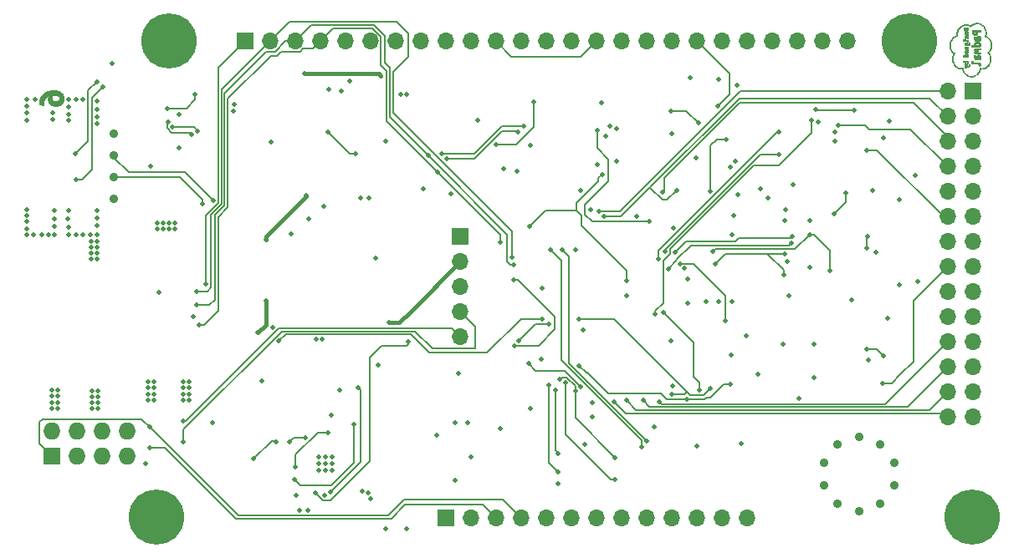
<source format=gbr>
G04 #@! TF.GenerationSoftware,KiCad,Pcbnew,6.0.2+dfsg-1*
G04 #@! TF.CreationDate,2022-04-19T16:57:22+08:00*
G04 #@! TF.ProjectId,PSLab,50534c61-622e-46b6-9963-61645f706362,v6.0-beta*
G04 #@! TF.SameCoordinates,Original*
G04 #@! TF.FileFunction,Copper,L4,Bot*
G04 #@! TF.FilePolarity,Positive*
%FSLAX46Y46*%
G04 Gerber Fmt 4.6, Leading zero omitted, Abs format (unit mm)*
G04 Created by KiCad (PCBNEW 6.0.2+dfsg-1) date 2022-04-19 16:57:22*
%MOMM*%
%LPD*%
G01*
G04 APERTURE LIST*
G04 #@! TA.AperFunction,EtchedComponent*
%ADD10C,0.010000*%
G04 #@! TD*
G04 #@! TA.AperFunction,ComponentPad*
%ADD11R,1.700000X1.700000*%
G04 #@! TD*
G04 #@! TA.AperFunction,ComponentPad*
%ADD12O,1.700000X1.700000*%
G04 #@! TD*
G04 #@! TA.AperFunction,ComponentPad*
%ADD13C,5.600000*%
G04 #@! TD*
G04 #@! TA.AperFunction,ComponentPad*
%ADD14O,1.727200X1.727200*%
G04 #@! TD*
G04 #@! TA.AperFunction,ComponentPad*
%ADD15R,1.727200X1.727200*%
G04 #@! TD*
G04 #@! TA.AperFunction,SMDPad,CuDef*
%ADD16R,0.500000X0.500000*%
G04 #@! TD*
G04 #@! TA.AperFunction,ViaPad*
%ADD17C,0.500000*%
G04 #@! TD*
G04 #@! TA.AperFunction,ViaPad*
%ADD18C,0.914400*%
G04 #@! TD*
G04 #@! TA.AperFunction,Conductor*
%ADD19C,0.400000*%
G04 #@! TD*
G04 #@! TA.AperFunction,Conductor*
%ADD20C,0.150000*%
G04 #@! TD*
G04 #@! TA.AperFunction,Conductor*
%ADD21C,0.200000*%
G04 #@! TD*
G04 APERTURE END LIST*
D10*
X195936620Y-50086078D02*
X195982090Y-50102058D01*
X195982090Y-50102058D02*
X196018440Y-50128471D01*
X196018440Y-50128471D02*
X196045227Y-50164806D01*
X196045227Y-50164806D02*
X196062010Y-50210550D01*
X196062010Y-50210550D02*
X196068345Y-50265190D01*
X196068345Y-50265190D02*
X196067480Y-50295371D01*
X196067480Y-50295371D02*
X196064567Y-50324436D01*
X196064567Y-50324436D02*
X196060487Y-50350514D01*
X196060487Y-50350514D02*
X196056096Y-50368202D01*
X196056096Y-50368202D02*
X196055857Y-50368839D01*
X196055857Y-50368839D02*
X196050780Y-50380106D01*
X196050780Y-50380106D02*
X196044172Y-50385605D01*
X196044172Y-50385605D02*
X196032007Y-50386601D01*
X196032007Y-50386601D02*
X196010257Y-50384363D01*
X196010257Y-50384363D02*
X196007580Y-50384033D01*
X196007580Y-50384033D02*
X195985594Y-50381136D01*
X195985594Y-50381136D02*
X195970351Y-50378795D01*
X195970351Y-50378795D02*
X195965768Y-50377749D01*
X195965768Y-50377749D02*
X195966641Y-50370827D01*
X195966641Y-50370827D02*
X195970268Y-50354004D01*
X195970268Y-50354004D02*
X195975414Y-50332736D01*
X195975414Y-50332736D02*
X195982839Y-50285057D01*
X195982839Y-50285057D02*
X195979382Y-50244932D01*
X195979382Y-50244932D02*
X195965147Y-50213081D01*
X195965147Y-50213081D02*
X195956494Y-50202853D01*
X195956494Y-50202853D02*
X195941989Y-50189209D01*
X195941989Y-50189209D02*
X195931231Y-50182218D01*
X195931231Y-50182218D02*
X195923665Y-50183098D01*
X195923665Y-50183098D02*
X195918736Y-50193067D01*
X195918736Y-50193067D02*
X195915890Y-50213347D01*
X195915890Y-50213347D02*
X195914571Y-50245154D01*
X195914571Y-50245154D02*
X195914225Y-50289708D01*
X195914225Y-50289708D02*
X195914222Y-50295722D01*
X195914222Y-50295722D02*
X195914222Y-50408611D01*
X195914222Y-50408611D02*
X195870125Y-50408139D01*
X195870125Y-50408139D02*
X195840273Y-50406232D01*
X195840273Y-50406232D02*
X195810714Y-50401834D01*
X195810714Y-50401834D02*
X195795173Y-50398044D01*
X195795173Y-50398044D02*
X195757209Y-50379191D01*
X195757209Y-50379191D02*
X195726921Y-50349954D01*
X195726921Y-50349954D02*
X195706013Y-50312735D01*
X195706013Y-50312735D02*
X195696187Y-50269933D01*
X195696187Y-50269933D02*
X195695655Y-50257735D01*
X195695655Y-50257735D02*
X195695991Y-50254841D01*
X195695991Y-50254841D02*
X195779620Y-50254841D01*
X195779620Y-50254841D02*
X195786936Y-50279720D01*
X195786936Y-50279720D02*
X195805486Y-50299803D01*
X195805486Y-50299803D02*
X195817764Y-50306604D01*
X195817764Y-50306604D02*
X195833186Y-50313185D01*
X195833186Y-50313185D02*
X195841577Y-50316525D01*
X195841577Y-50316525D02*
X195841903Y-50316613D01*
X195841903Y-50316613D02*
X195842661Y-50310193D01*
X195842661Y-50310193D02*
X195843255Y-50292709D01*
X195843255Y-50292709D02*
X195843606Y-50267211D01*
X195843606Y-50267211D02*
X195843667Y-50249861D01*
X195843667Y-50249861D02*
X195842878Y-50214737D01*
X195842878Y-50214737D02*
X195839918Y-50192700D01*
X195839918Y-50192700D02*
X195833893Y-50182784D01*
X195833893Y-50182784D02*
X195823912Y-50184023D01*
X195823912Y-50184023D02*
X195809081Y-50195451D01*
X195809081Y-50195451D02*
X195800791Y-50203457D01*
X195800791Y-50203457D02*
X195784063Y-50228357D01*
X195784063Y-50228357D02*
X195779620Y-50254841D01*
X195779620Y-50254841D02*
X195695991Y-50254841D01*
X195695991Y-50254841D02*
X195701539Y-50207118D01*
X195701539Y-50207118D02*
X195719061Y-50163804D01*
X195719061Y-50163804D02*
X195747298Y-50128666D01*
X195747298Y-50128666D02*
X195785328Y-50102577D01*
X195785328Y-50102577D02*
X195832228Y-50086408D01*
X195832228Y-50086408D02*
X195882472Y-50081045D01*
X195882472Y-50081045D02*
X195936620Y-50086078D01*
X195936620Y-50086078D02*
X195936620Y-50086078D01*
G36*
X195719061Y-50163804D02*
G01*
X195747298Y-50128666D01*
X195785328Y-50102577D01*
X195832228Y-50086408D01*
X195882472Y-50081045D01*
X195936620Y-50086078D01*
X195982090Y-50102058D01*
X196018440Y-50128471D01*
X196045227Y-50164806D01*
X196062010Y-50210550D01*
X196068345Y-50265190D01*
X196067480Y-50295371D01*
X196064567Y-50324436D01*
X196060487Y-50350514D01*
X196056096Y-50368202D01*
X196055857Y-50368839D01*
X196050780Y-50380106D01*
X196044172Y-50385605D01*
X196032007Y-50386601D01*
X196010257Y-50384363D01*
X196007580Y-50384033D01*
X195985594Y-50381136D01*
X195970351Y-50378795D01*
X195965768Y-50377749D01*
X195966641Y-50370827D01*
X195970268Y-50354004D01*
X195975414Y-50332736D01*
X195982839Y-50285057D01*
X195979382Y-50244932D01*
X195965147Y-50213081D01*
X195956494Y-50202853D01*
X195941989Y-50189209D01*
X195931231Y-50182218D01*
X195923665Y-50183098D01*
X195918736Y-50193067D01*
X195915890Y-50213347D01*
X195914571Y-50245154D01*
X195914225Y-50289708D01*
X195914222Y-50295722D01*
X195914222Y-50408611D01*
X195870125Y-50408139D01*
X195840273Y-50406232D01*
X195810714Y-50401834D01*
X195795173Y-50398044D01*
X195757209Y-50379191D01*
X195726921Y-50349954D01*
X195706013Y-50312735D01*
X195696187Y-50269933D01*
X195695655Y-50257735D01*
X195695991Y-50254841D01*
X195779620Y-50254841D01*
X195786936Y-50279720D01*
X195805486Y-50299803D01*
X195817764Y-50306604D01*
X195833186Y-50313185D01*
X195841577Y-50316525D01*
X195841903Y-50316613D01*
X195842661Y-50310193D01*
X195843255Y-50292709D01*
X195843606Y-50267211D01*
X195843667Y-50249861D01*
X195842878Y-50214737D01*
X195839918Y-50192700D01*
X195833893Y-50182784D01*
X195823912Y-50184023D01*
X195809081Y-50195451D01*
X195800791Y-50203457D01*
X195784063Y-50228357D01*
X195779620Y-50254841D01*
X195695991Y-50254841D01*
X195701539Y-50207118D01*
X195719061Y-50163804D01*
G37*
X195719061Y-50163804D02*
X195747298Y-50128666D01*
X195785328Y-50102577D01*
X195832228Y-50086408D01*
X195882472Y-50081045D01*
X195936620Y-50086078D01*
X195982090Y-50102058D01*
X196018440Y-50128471D01*
X196045227Y-50164806D01*
X196062010Y-50210550D01*
X196068345Y-50265190D01*
X196067480Y-50295371D01*
X196064567Y-50324436D01*
X196060487Y-50350514D01*
X196056096Y-50368202D01*
X196055857Y-50368839D01*
X196050780Y-50380106D01*
X196044172Y-50385605D01*
X196032007Y-50386601D01*
X196010257Y-50384363D01*
X196007580Y-50384033D01*
X195985594Y-50381136D01*
X195970351Y-50378795D01*
X195965768Y-50377749D01*
X195966641Y-50370827D01*
X195970268Y-50354004D01*
X195975414Y-50332736D01*
X195982839Y-50285057D01*
X195979382Y-50244932D01*
X195965147Y-50213081D01*
X195956494Y-50202853D01*
X195941989Y-50189209D01*
X195931231Y-50182218D01*
X195923665Y-50183098D01*
X195918736Y-50193067D01*
X195915890Y-50213347D01*
X195914571Y-50245154D01*
X195914225Y-50289708D01*
X195914222Y-50295722D01*
X195914222Y-50408611D01*
X195870125Y-50408139D01*
X195840273Y-50406232D01*
X195810714Y-50401834D01*
X195795173Y-50398044D01*
X195757209Y-50379191D01*
X195726921Y-50349954D01*
X195706013Y-50312735D01*
X195696187Y-50269933D01*
X195695655Y-50257735D01*
X195695991Y-50254841D01*
X195779620Y-50254841D01*
X195786936Y-50279720D01*
X195805486Y-50299803D01*
X195817764Y-50306604D01*
X195833186Y-50313185D01*
X195841577Y-50316525D01*
X195841903Y-50316613D01*
X195842661Y-50310193D01*
X195843255Y-50292709D01*
X195843606Y-50267211D01*
X195843667Y-50249861D01*
X195842878Y-50214737D01*
X195839918Y-50192700D01*
X195833893Y-50182784D01*
X195823912Y-50184023D01*
X195809081Y-50195451D01*
X195800791Y-50203457D01*
X195784063Y-50228357D01*
X195779620Y-50254841D01*
X195695991Y-50254841D01*
X195701539Y-50207118D01*
X195719061Y-50163804D01*
X197268889Y-48207278D02*
X197007834Y-48207278D01*
X197007834Y-48207278D02*
X197007711Y-48261959D01*
X197007711Y-48261959D02*
X197003329Y-48330051D01*
X197003329Y-48330051D02*
X196990917Y-48392158D01*
X196990917Y-48392158D02*
X196971103Y-48446330D01*
X196971103Y-48446330D02*
X196944515Y-48490618D01*
X196944515Y-48490618D02*
X196928049Y-48509263D01*
X196928049Y-48509263D02*
X196898539Y-48534544D01*
X196898539Y-48534544D02*
X196867917Y-48552294D01*
X196867917Y-48552294D02*
X196832810Y-48563704D01*
X196832810Y-48563704D02*
X196789841Y-48569966D01*
X196789841Y-48569966D02*
X196750306Y-48572003D01*
X196750306Y-48572003D02*
X196702688Y-48571939D01*
X196702688Y-48571939D02*
X196666086Y-48569169D01*
X196666086Y-48569169D02*
X196644472Y-48564664D01*
X196644472Y-48564664D02*
X196595576Y-48543282D01*
X196595576Y-48543282D02*
X196555937Y-48513854D01*
X196555937Y-48513854D02*
X196524848Y-48475353D01*
X196524848Y-48475353D02*
X196501598Y-48426753D01*
X196501598Y-48426753D02*
X196485478Y-48367026D01*
X196485478Y-48367026D02*
X196478876Y-48324957D01*
X196478876Y-48324957D02*
X196476757Y-48295727D01*
X196476757Y-48295727D02*
X196476100Y-48257581D01*
X196476100Y-48257581D02*
X196476747Y-48214295D01*
X196476747Y-48214295D02*
X196477029Y-48207278D01*
X196477029Y-48207278D02*
X196619778Y-48207278D01*
X196619778Y-48207278D02*
X196619778Y-48268053D01*
X196619778Y-48268053D02*
X196622585Y-48314567D01*
X196622585Y-48314567D02*
X196631595Y-48349945D01*
X196631595Y-48349945D02*
X196647693Y-48376119D01*
X196647693Y-48376119D02*
X196671764Y-48395023D01*
X196671764Y-48395023D02*
X196679750Y-48399134D01*
X196679750Y-48399134D02*
X196711811Y-48408092D01*
X196711811Y-48408092D02*
X196749379Y-48409403D01*
X196749379Y-48409403D02*
X196786294Y-48403355D01*
X196786294Y-48403355D02*
X196812002Y-48392963D01*
X196812002Y-48392963D02*
X196835303Y-48373029D01*
X196835303Y-48373029D02*
X196851736Y-48343383D01*
X196851736Y-48343383D02*
X196861806Y-48302820D01*
X196861806Y-48302820D02*
X196865429Y-48265642D01*
X196865429Y-48265642D02*
X196868492Y-48207278D01*
X196868492Y-48207278D02*
X196619778Y-48207278D01*
X196619778Y-48207278D02*
X196477029Y-48207278D01*
X196477029Y-48207278D02*
X196478543Y-48169641D01*
X196478543Y-48169641D02*
X196481331Y-48127392D01*
X196481331Y-48127392D02*
X196484955Y-48091321D01*
X196484955Y-48091321D02*
X196489257Y-48065202D01*
X196489257Y-48065202D02*
X196489719Y-48063284D01*
X196489719Y-48063284D02*
X196494308Y-48045000D01*
X196494308Y-48045000D02*
X197268889Y-48045000D01*
X197268889Y-48045000D02*
X197268889Y-48207278D01*
X197268889Y-48207278D02*
X197268889Y-48207278D01*
G36*
X197268889Y-48207278D02*
G01*
X197007834Y-48207278D01*
X197007711Y-48261959D01*
X197003329Y-48330051D01*
X196990917Y-48392158D01*
X196971103Y-48446330D01*
X196944515Y-48490618D01*
X196928049Y-48509263D01*
X196898539Y-48534544D01*
X196867917Y-48552294D01*
X196832810Y-48563704D01*
X196789841Y-48569966D01*
X196750306Y-48572003D01*
X196702688Y-48571939D01*
X196666086Y-48569169D01*
X196644472Y-48564664D01*
X196595576Y-48543282D01*
X196555937Y-48513854D01*
X196524848Y-48475353D01*
X196501598Y-48426753D01*
X196485478Y-48367026D01*
X196478876Y-48324957D01*
X196476757Y-48295727D01*
X196476280Y-48268053D01*
X196619778Y-48268053D01*
X196622585Y-48314567D01*
X196631595Y-48349945D01*
X196647693Y-48376119D01*
X196671764Y-48395023D01*
X196679750Y-48399134D01*
X196711811Y-48408092D01*
X196749379Y-48409403D01*
X196786294Y-48403355D01*
X196812002Y-48392963D01*
X196835303Y-48373029D01*
X196851736Y-48343383D01*
X196861806Y-48302820D01*
X196865429Y-48265642D01*
X196868492Y-48207278D01*
X196619778Y-48207278D01*
X196619778Y-48268053D01*
X196476280Y-48268053D01*
X196476100Y-48257581D01*
X196476747Y-48214295D01*
X196477029Y-48207278D01*
X196478543Y-48169641D01*
X196481331Y-48127392D01*
X196484955Y-48091321D01*
X196489257Y-48065202D01*
X196489719Y-48063284D01*
X196494308Y-48045000D01*
X197268889Y-48045000D01*
X197268889Y-48207278D01*
G37*
X197268889Y-48207278D02*
X197007834Y-48207278D01*
X197007711Y-48261959D01*
X197003329Y-48330051D01*
X196990917Y-48392158D01*
X196971103Y-48446330D01*
X196944515Y-48490618D01*
X196928049Y-48509263D01*
X196898539Y-48534544D01*
X196867917Y-48552294D01*
X196832810Y-48563704D01*
X196789841Y-48569966D01*
X196750306Y-48572003D01*
X196702688Y-48571939D01*
X196666086Y-48569169D01*
X196644472Y-48564664D01*
X196595576Y-48543282D01*
X196555937Y-48513854D01*
X196524848Y-48475353D01*
X196501598Y-48426753D01*
X196485478Y-48367026D01*
X196478876Y-48324957D01*
X196476757Y-48295727D01*
X196476280Y-48268053D01*
X196619778Y-48268053D01*
X196622585Y-48314567D01*
X196631595Y-48349945D01*
X196647693Y-48376119D01*
X196671764Y-48395023D01*
X196679750Y-48399134D01*
X196711811Y-48408092D01*
X196749379Y-48409403D01*
X196786294Y-48403355D01*
X196812002Y-48392963D01*
X196835303Y-48373029D01*
X196851736Y-48343383D01*
X196861806Y-48302820D01*
X196865429Y-48265642D01*
X196868492Y-48207278D01*
X196619778Y-48207278D01*
X196619778Y-48268053D01*
X196476280Y-48268053D01*
X196476100Y-48257581D01*
X196476747Y-48214295D01*
X196477029Y-48207278D01*
X196478543Y-48169641D01*
X196481331Y-48127392D01*
X196484955Y-48091321D01*
X196489257Y-48065202D01*
X196489719Y-48063284D01*
X196494308Y-48045000D01*
X197268889Y-48045000D01*
X197268889Y-48207278D01*
X196170652Y-51570907D02*
X196178861Y-51580448D01*
X196178861Y-51580448D02*
X196183759Y-51600549D01*
X196183759Y-51600549D02*
X196185617Y-51612417D01*
X196185617Y-51612417D02*
X196186822Y-51659845D01*
X196186822Y-51659845D02*
X196175261Y-51701287D01*
X196175261Y-51701287D02*
X196150870Y-51736872D01*
X196150870Y-51736872D02*
X196113588Y-51766732D01*
X196113588Y-51766732D02*
X196110825Y-51768413D01*
X196110825Y-51768413D02*
X196076454Y-51786361D01*
X196076454Y-51786361D02*
X196030292Y-51806392D01*
X196030292Y-51806392D02*
X195974369Y-51827741D01*
X195974369Y-51827741D02*
X195910716Y-51849642D01*
X195910716Y-51849642D02*
X195841361Y-51871330D01*
X195841361Y-51871330D02*
X195825605Y-51875978D01*
X195825605Y-51875978D02*
X195789566Y-51886511D01*
X195789566Y-51886511D02*
X195757671Y-51895865D01*
X195757671Y-51895865D02*
X195732713Y-51903219D01*
X195732713Y-51903219D02*
X195717487Y-51907748D01*
X195717487Y-51907748D02*
X195714903Y-51908537D01*
X195714903Y-51908537D02*
X195708549Y-51909061D01*
X195708549Y-51909061D02*
X195704829Y-51903923D01*
X195704829Y-51903923D02*
X195703062Y-51890464D01*
X195703062Y-51890464D02*
X195702563Y-51866024D01*
X195702563Y-51866024D02*
X195702556Y-51860451D01*
X195702556Y-51860451D02*
X195702556Y-51808507D01*
X195702556Y-51808507D02*
X195761018Y-51796356D01*
X195761018Y-51796356D02*
X195798194Y-51788119D01*
X195798194Y-51788119D02*
X195840020Y-51778087D01*
X195840020Y-51778087D02*
X195877592Y-51768397D01*
X195877592Y-51768397D02*
X195878412Y-51768174D01*
X195878412Y-51768174D02*
X195937344Y-51752143D01*
X195937344Y-51752143D02*
X195869433Y-51728734D01*
X195869433Y-51728734D02*
X195833858Y-51716946D01*
X195833858Y-51716946D02*
X195796826Y-51705446D01*
X195796826Y-51705446D02*
X195764436Y-51696105D01*
X195764436Y-51696105D02*
X195753802Y-51693305D01*
X195753802Y-51693305D02*
X195706084Y-51681285D01*
X195706084Y-51681285D02*
X195704011Y-51630559D01*
X195704011Y-51630559D02*
X195703506Y-51603073D01*
X195703506Y-51603073D02*
X195705022Y-51587188D01*
X195705022Y-51587188D02*
X195708921Y-51580492D01*
X195708921Y-51580492D02*
X195711665Y-51579834D01*
X195711665Y-51579834D02*
X195725797Y-51582282D01*
X195725797Y-51582282D02*
X195750384Y-51589019D01*
X195750384Y-51589019D02*
X195782762Y-51599133D01*
X195782762Y-51599133D02*
X195820267Y-51611711D01*
X195820267Y-51611711D02*
X195860237Y-51625840D01*
X195860237Y-51625840D02*
X195900009Y-51640609D01*
X195900009Y-51640609D02*
X195936918Y-51655105D01*
X195936918Y-51655105D02*
X195961546Y-51665435D01*
X195961546Y-51665435D02*
X195994818Y-51679177D01*
X195994818Y-51679177D02*
X196023264Y-51689512D01*
X196023264Y-51689512D02*
X196044191Y-51695542D01*
X196044191Y-51695542D02*
X196054619Y-51696477D01*
X196054619Y-51696477D02*
X196072597Y-51685653D01*
X196072597Y-51685653D02*
X196088790Y-51667872D01*
X196088790Y-51667872D02*
X196098617Y-51648653D01*
X196098617Y-51648653D02*
X196099729Y-51642121D01*
X196099729Y-51642121D02*
X196098525Y-51623072D01*
X196098525Y-51623072D02*
X196095157Y-51603805D01*
X196095157Y-51603805D02*
X196089947Y-51581915D01*
X196089947Y-51581915D02*
X196130413Y-51573788D01*
X196130413Y-51573788D02*
X196155660Y-51569497D01*
X196155660Y-51569497D02*
X196170652Y-51570907D01*
X196170652Y-51570907D02*
X196170652Y-51570907D01*
G36*
X196170652Y-51570907D02*
G01*
X196178861Y-51580448D01*
X196183759Y-51600549D01*
X196185617Y-51612417D01*
X196186822Y-51659845D01*
X196175261Y-51701287D01*
X196150870Y-51736872D01*
X196113588Y-51766732D01*
X196110825Y-51768413D01*
X196076454Y-51786361D01*
X196030292Y-51806392D01*
X195974369Y-51827741D01*
X195910716Y-51849642D01*
X195841361Y-51871330D01*
X195825605Y-51875978D01*
X195789566Y-51886511D01*
X195757671Y-51895865D01*
X195732713Y-51903219D01*
X195717487Y-51907748D01*
X195714903Y-51908537D01*
X195708549Y-51909061D01*
X195704829Y-51903923D01*
X195703062Y-51890464D01*
X195702563Y-51866024D01*
X195702556Y-51860451D01*
X195702556Y-51808507D01*
X195761018Y-51796356D01*
X195798194Y-51788119D01*
X195840020Y-51778087D01*
X195877592Y-51768397D01*
X195878412Y-51768174D01*
X195937344Y-51752143D01*
X195869433Y-51728734D01*
X195833858Y-51716946D01*
X195796826Y-51705446D01*
X195764436Y-51696105D01*
X195753802Y-51693305D01*
X195706084Y-51681285D01*
X195704011Y-51630559D01*
X195703506Y-51603073D01*
X195705022Y-51587188D01*
X195708921Y-51580492D01*
X195711665Y-51579834D01*
X195725797Y-51582282D01*
X195750384Y-51589019D01*
X195782762Y-51599133D01*
X195820267Y-51611711D01*
X195860237Y-51625840D01*
X195900009Y-51640609D01*
X195936918Y-51655105D01*
X195961546Y-51665435D01*
X195994818Y-51679177D01*
X196023264Y-51689512D01*
X196044191Y-51695542D01*
X196054619Y-51696477D01*
X196072597Y-51685653D01*
X196088790Y-51667872D01*
X196098617Y-51648653D01*
X196099729Y-51642121D01*
X196098525Y-51623072D01*
X196095157Y-51603805D01*
X196089947Y-51581915D01*
X196130413Y-51573788D01*
X196155660Y-51569497D01*
X196170652Y-51570907D01*
G37*
X196170652Y-51570907D02*
X196178861Y-51580448D01*
X196183759Y-51600549D01*
X196185617Y-51612417D01*
X196186822Y-51659845D01*
X196175261Y-51701287D01*
X196150870Y-51736872D01*
X196113588Y-51766732D01*
X196110825Y-51768413D01*
X196076454Y-51786361D01*
X196030292Y-51806392D01*
X195974369Y-51827741D01*
X195910716Y-51849642D01*
X195841361Y-51871330D01*
X195825605Y-51875978D01*
X195789566Y-51886511D01*
X195757671Y-51895865D01*
X195732713Y-51903219D01*
X195717487Y-51907748D01*
X195714903Y-51908537D01*
X195708549Y-51909061D01*
X195704829Y-51903923D01*
X195703062Y-51890464D01*
X195702563Y-51866024D01*
X195702556Y-51860451D01*
X195702556Y-51808507D01*
X195761018Y-51796356D01*
X195798194Y-51788119D01*
X195840020Y-51778087D01*
X195877592Y-51768397D01*
X195878412Y-51768174D01*
X195937344Y-51752143D01*
X195869433Y-51728734D01*
X195833858Y-51716946D01*
X195796826Y-51705446D01*
X195764436Y-51696105D01*
X195753802Y-51693305D01*
X195706084Y-51681285D01*
X195704011Y-51630559D01*
X195703506Y-51603073D01*
X195705022Y-51587188D01*
X195708921Y-51580492D01*
X195711665Y-51579834D01*
X195725797Y-51582282D01*
X195750384Y-51589019D01*
X195782762Y-51599133D01*
X195820267Y-51611711D01*
X195860237Y-51625840D01*
X195900009Y-51640609D01*
X195936918Y-51655105D01*
X195961546Y-51665435D01*
X195994818Y-51679177D01*
X196023264Y-51689512D01*
X196044191Y-51695542D01*
X196054619Y-51696477D01*
X196072597Y-51685653D01*
X196088790Y-51667872D01*
X196098617Y-51648653D01*
X196099729Y-51642121D01*
X196098525Y-51623072D01*
X196095157Y-51603805D01*
X196089947Y-51581915D01*
X196130413Y-51573788D01*
X196155660Y-51569497D01*
X196170652Y-51570907D01*
X197044787Y-49277783D02*
X197109042Y-49292949D01*
X197109042Y-49292949D02*
X197164122Y-49317892D01*
X197164122Y-49317892D02*
X197209503Y-49352338D01*
X197209503Y-49352338D02*
X197244662Y-49396013D01*
X197244662Y-49396013D02*
X197258884Y-49422615D01*
X197258884Y-49422615D02*
X197267983Y-49444142D01*
X197267983Y-49444142D02*
X197274094Y-49463971D01*
X197274094Y-49463971D02*
X197277957Y-49486178D01*
X197277957Y-49486178D02*
X197280311Y-49514842D01*
X197280311Y-49514842D02*
X197281718Y-49548516D01*
X197281718Y-49548516D02*
X197280887Y-49627982D01*
X197280887Y-49627982D02*
X197273333Y-49702501D01*
X197273333Y-49702501D02*
X197261290Y-49761264D01*
X197261290Y-49761264D02*
X197254234Y-49787722D01*
X197254234Y-49787722D02*
X196386676Y-49787722D01*
X196386676Y-49787722D02*
X196390177Y-49771847D01*
X196390177Y-49771847D02*
X196393129Y-49756651D01*
X196393129Y-49756651D02*
X196397299Y-49733036D01*
X196397299Y-49733036D02*
X196401126Y-49710111D01*
X196401126Y-49710111D02*
X196405654Y-49682895D01*
X196405654Y-49682895D02*
X196409880Y-49658591D01*
X196409880Y-49658591D02*
X196412431Y-49644847D01*
X196412431Y-49644847D02*
X196416288Y-49625445D01*
X196416288Y-49625445D02*
X196682652Y-49625445D01*
X196682652Y-49625445D02*
X196672382Y-49596335D01*
X196672382Y-49596335D02*
X196665737Y-49566501D01*
X196665737Y-49566501D02*
X196663693Y-49541125D01*
X196663693Y-49541125D02*
X196801790Y-49541125D01*
X196801790Y-49541125D02*
X196805931Y-49578588D01*
X196805931Y-49578588D02*
X196813180Y-49600341D01*
X196813180Y-49600341D02*
X196823669Y-49625445D01*
X196823669Y-49625445D02*
X197141889Y-49625445D01*
X197141889Y-49625445D02*
X197141889Y-49573571D01*
X197141889Y-49573571D02*
X197138198Y-49531274D01*
X197138198Y-49531274D02*
X197126293Y-49498459D01*
X197126293Y-49498459D02*
X197104923Y-49473827D01*
X197104923Y-49473827D02*
X197072837Y-49456079D01*
X197072837Y-49456079D02*
X197028785Y-49443916D01*
X197028785Y-49443916D02*
X197014776Y-49441436D01*
X197014776Y-49441436D02*
X196973046Y-49438266D01*
X196973046Y-49438266D02*
X196927990Y-49440644D01*
X196927990Y-49440644D02*
X196885208Y-49447944D01*
X196885208Y-49447944D02*
X196850301Y-49459538D01*
X196850301Y-49459538D02*
X196849508Y-49459910D01*
X196849508Y-49459910D02*
X196824256Y-49479167D01*
X196824256Y-49479167D02*
X196808124Y-49507111D01*
X196808124Y-49507111D02*
X196801790Y-49541125D01*
X196801790Y-49541125D02*
X196663693Y-49541125D01*
X196663693Y-49541125D02*
X196662681Y-49528576D01*
X196662681Y-49528576D02*
X196663191Y-49488113D01*
X196663191Y-49488113D02*
X196667244Y-49450664D01*
X196667244Y-49450664D02*
X196673078Y-49426441D01*
X196673078Y-49426441D02*
X196694695Y-49384322D01*
X196694695Y-49384322D02*
X196728171Y-49347906D01*
X196728171Y-49347906D02*
X196772175Y-49317876D01*
X196772175Y-49317876D02*
X196825377Y-49294919D01*
X196825377Y-49294919D02*
X196886445Y-49279718D01*
X196886445Y-49279718D02*
X196954050Y-49272958D01*
X196954050Y-49272958D02*
X196971881Y-49272667D01*
X196971881Y-49272667D02*
X197044787Y-49277783D01*
X197044787Y-49277783D02*
X197044787Y-49277783D01*
G36*
X196663191Y-49488113D02*
G01*
X196667244Y-49450664D01*
X196673078Y-49426441D01*
X196694695Y-49384322D01*
X196728171Y-49347906D01*
X196772175Y-49317876D01*
X196825377Y-49294919D01*
X196886445Y-49279718D01*
X196954050Y-49272958D01*
X196971881Y-49272667D01*
X197044787Y-49277783D01*
X197109042Y-49292949D01*
X197164122Y-49317892D01*
X197209503Y-49352338D01*
X197244662Y-49396013D01*
X197258884Y-49422615D01*
X197267983Y-49444142D01*
X197274094Y-49463971D01*
X197277957Y-49486178D01*
X197280311Y-49514842D01*
X197281718Y-49548516D01*
X197280887Y-49627982D01*
X197273333Y-49702501D01*
X197261290Y-49761264D01*
X197254234Y-49787722D01*
X196386676Y-49787722D01*
X196390177Y-49771847D01*
X196393129Y-49756651D01*
X196397299Y-49733036D01*
X196401126Y-49710111D01*
X196405654Y-49682895D01*
X196409880Y-49658591D01*
X196412431Y-49644847D01*
X196416288Y-49625445D01*
X196682652Y-49625445D01*
X196672382Y-49596335D01*
X196665737Y-49566501D01*
X196663693Y-49541125D01*
X196801790Y-49541125D01*
X196805931Y-49578588D01*
X196813180Y-49600341D01*
X196823669Y-49625445D01*
X197141889Y-49625445D01*
X197141889Y-49573571D01*
X197138198Y-49531274D01*
X197126293Y-49498459D01*
X197104923Y-49473827D01*
X197072837Y-49456079D01*
X197028785Y-49443916D01*
X197014776Y-49441436D01*
X196973046Y-49438266D01*
X196927990Y-49440644D01*
X196885208Y-49447944D01*
X196850301Y-49459538D01*
X196849508Y-49459910D01*
X196824256Y-49479167D01*
X196808124Y-49507111D01*
X196801790Y-49541125D01*
X196663693Y-49541125D01*
X196662681Y-49528576D01*
X196663191Y-49488113D01*
G37*
X196663191Y-49488113D02*
X196667244Y-49450664D01*
X196673078Y-49426441D01*
X196694695Y-49384322D01*
X196728171Y-49347906D01*
X196772175Y-49317876D01*
X196825377Y-49294919D01*
X196886445Y-49279718D01*
X196954050Y-49272958D01*
X196971881Y-49272667D01*
X197044787Y-49277783D01*
X197109042Y-49292949D01*
X197164122Y-49317892D01*
X197209503Y-49352338D01*
X197244662Y-49396013D01*
X197258884Y-49422615D01*
X197267983Y-49444142D01*
X197274094Y-49463971D01*
X197277957Y-49486178D01*
X197280311Y-49514842D01*
X197281718Y-49548516D01*
X197280887Y-49627982D01*
X197273333Y-49702501D01*
X197261290Y-49761264D01*
X197254234Y-49787722D01*
X196386676Y-49787722D01*
X196390177Y-49771847D01*
X196393129Y-49756651D01*
X196397299Y-49733036D01*
X196401126Y-49710111D01*
X196405654Y-49682895D01*
X196409880Y-49658591D01*
X196412431Y-49644847D01*
X196416288Y-49625445D01*
X196682652Y-49625445D01*
X196672382Y-49596335D01*
X196665737Y-49566501D01*
X196663693Y-49541125D01*
X196801790Y-49541125D01*
X196805931Y-49578588D01*
X196813180Y-49600341D01*
X196823669Y-49625445D01*
X197141889Y-49625445D01*
X197141889Y-49573571D01*
X197138198Y-49531274D01*
X197126293Y-49498459D01*
X197104923Y-49473827D01*
X197072837Y-49456079D01*
X197028785Y-49443916D01*
X197014776Y-49441436D01*
X196973046Y-49438266D01*
X196927990Y-49440644D01*
X196885208Y-49447944D01*
X196850301Y-49459538D01*
X196849508Y-49459910D01*
X196824256Y-49479167D01*
X196808124Y-49507111D01*
X196801790Y-49541125D01*
X196663693Y-49541125D01*
X196662681Y-49528576D01*
X196663191Y-49488113D01*
X196060336Y-47873903D02*
X196062716Y-47889679D01*
X196062716Y-47889679D02*
X196064519Y-47915022D01*
X196064519Y-47915022D02*
X196065461Y-47945389D01*
X196065461Y-47945389D02*
X196065534Y-47957219D01*
X196065534Y-47957219D02*
X196064956Y-47990001D01*
X196064956Y-47990001D02*
X196062643Y-48013744D01*
X196062643Y-48013744D02*
X196057591Y-48033500D01*
X196057591Y-48033500D02*
X196048797Y-48054323D01*
X196048797Y-48054323D02*
X196044523Y-48063051D01*
X196044523Y-48063051D02*
X196015686Y-48106028D01*
X196015686Y-48106028D02*
X195977468Y-48138485D01*
X195977468Y-48138485D02*
X195930136Y-48160199D01*
X195930136Y-48160199D02*
X195926742Y-48161236D01*
X195926742Y-48161236D02*
X195897740Y-48166961D01*
X195897740Y-48166961D02*
X195860314Y-48170340D01*
X195860314Y-48170340D02*
X195819218Y-48171353D01*
X195819218Y-48171353D02*
X195779207Y-48169976D01*
X195779207Y-48169976D02*
X195745036Y-48166190D01*
X195745036Y-48166190D02*
X195727250Y-48162131D01*
X195727250Y-48162131D02*
X195679803Y-48142450D01*
X195679803Y-48142450D02*
X195643272Y-48116113D01*
X195643272Y-48116113D02*
X195615290Y-48081235D01*
X195615290Y-48081235D02*
X195606825Y-48066167D01*
X195606825Y-48066167D02*
X195599794Y-48044796D01*
X195599794Y-48044796D02*
X195594362Y-48013566D01*
X195594362Y-48013566D02*
X195590858Y-47976674D01*
X195590858Y-47976674D02*
X195590097Y-47953278D01*
X195590097Y-47953278D02*
X195672498Y-47953278D01*
X195672498Y-47953278D02*
X195676171Y-47985858D01*
X195676171Y-47985858D02*
X195685579Y-48018705D01*
X195685579Y-48018705D02*
X195706001Y-48043552D01*
X195706001Y-48043552D02*
X195738304Y-48061412D01*
X195738304Y-48061412D02*
X195741949Y-48062756D01*
X195741949Y-48062756D02*
X195772463Y-48069520D01*
X195772463Y-48069520D02*
X195810961Y-48072269D01*
X195810961Y-48072269D02*
X195851921Y-48071076D01*
X195851921Y-48071076D02*
X195889820Y-48066013D01*
X195889820Y-48066013D02*
X195910531Y-48060566D01*
X195910531Y-48060566D02*
X195942871Y-48043472D01*
X195942871Y-48043472D02*
X195965575Y-48018759D01*
X195965575Y-48018759D02*
X195976825Y-47988689D01*
X195976825Y-47988689D02*
X195977722Y-47976929D01*
X195977722Y-47976929D02*
X195977722Y-47953278D01*
X195977722Y-47953278D02*
X195672498Y-47953278D01*
X195672498Y-47953278D02*
X195590097Y-47953278D01*
X195590097Y-47953278D02*
X195589610Y-47938313D01*
X195589610Y-47938313D02*
X195590946Y-47902680D01*
X195590946Y-47902680D02*
X195592779Y-47886563D01*
X195592779Y-47886563D02*
X195597587Y-47854500D01*
X195597587Y-47854500D02*
X196055065Y-47854500D01*
X196055065Y-47854500D02*
X196060336Y-47873903D01*
X196060336Y-47873903D02*
X196060336Y-47873903D01*
G36*
X196060336Y-47873903D02*
G01*
X196062716Y-47889679D01*
X196064519Y-47915022D01*
X196065461Y-47945389D01*
X196065534Y-47957219D01*
X196064956Y-47990001D01*
X196062643Y-48013744D01*
X196057591Y-48033500D01*
X196048797Y-48054323D01*
X196044523Y-48063051D01*
X196015686Y-48106028D01*
X195977468Y-48138485D01*
X195930136Y-48160199D01*
X195926742Y-48161236D01*
X195897740Y-48166961D01*
X195860314Y-48170340D01*
X195819218Y-48171353D01*
X195779207Y-48169976D01*
X195745036Y-48166190D01*
X195727250Y-48162131D01*
X195679803Y-48142450D01*
X195643272Y-48116113D01*
X195615290Y-48081235D01*
X195606825Y-48066167D01*
X195599794Y-48044796D01*
X195594362Y-48013566D01*
X195590858Y-47976674D01*
X195590097Y-47953278D01*
X195672498Y-47953278D01*
X195676171Y-47985858D01*
X195685579Y-48018705D01*
X195706001Y-48043552D01*
X195738304Y-48061412D01*
X195741949Y-48062756D01*
X195772463Y-48069520D01*
X195810961Y-48072269D01*
X195851921Y-48071076D01*
X195889820Y-48066013D01*
X195910531Y-48060566D01*
X195942871Y-48043472D01*
X195965575Y-48018759D01*
X195976825Y-47988689D01*
X195977722Y-47976929D01*
X195977722Y-47953278D01*
X195672498Y-47953278D01*
X195590097Y-47953278D01*
X195589610Y-47938313D01*
X195590946Y-47902680D01*
X195592779Y-47886563D01*
X195597587Y-47854500D01*
X196055065Y-47854500D01*
X196060336Y-47873903D01*
G37*
X196060336Y-47873903D02*
X196062716Y-47889679D01*
X196064519Y-47915022D01*
X196065461Y-47945389D01*
X196065534Y-47957219D01*
X196064956Y-47990001D01*
X196062643Y-48013744D01*
X196057591Y-48033500D01*
X196048797Y-48054323D01*
X196044523Y-48063051D01*
X196015686Y-48106028D01*
X195977468Y-48138485D01*
X195930136Y-48160199D01*
X195926742Y-48161236D01*
X195897740Y-48166961D01*
X195860314Y-48170340D01*
X195819218Y-48171353D01*
X195779207Y-48169976D01*
X195745036Y-48166190D01*
X195727250Y-48162131D01*
X195679803Y-48142450D01*
X195643272Y-48116113D01*
X195615290Y-48081235D01*
X195606825Y-48066167D01*
X195599794Y-48044796D01*
X195594362Y-48013566D01*
X195590858Y-47976674D01*
X195590097Y-47953278D01*
X195672498Y-47953278D01*
X195676171Y-47985858D01*
X195685579Y-48018705D01*
X195706001Y-48043552D01*
X195738304Y-48061412D01*
X195741949Y-48062756D01*
X195772463Y-48069520D01*
X195810961Y-48072269D01*
X195851921Y-48071076D01*
X195889820Y-48066013D01*
X195910531Y-48060566D01*
X195942871Y-48043472D01*
X195965575Y-48018759D01*
X195976825Y-47988689D01*
X195977722Y-47976929D01*
X195977722Y-47953278D01*
X195672498Y-47953278D01*
X195590097Y-47953278D01*
X195589610Y-47938313D01*
X195590946Y-47902680D01*
X195592779Y-47886563D01*
X195597587Y-47854500D01*
X196055065Y-47854500D01*
X196060336Y-47873903D01*
X196039736Y-48608395D02*
X196047880Y-48623755D01*
X196047880Y-48623755D02*
X196052986Y-48635903D01*
X196052986Y-48635903D02*
X196061039Y-48666505D01*
X196061039Y-48666505D02*
X196065607Y-48704545D01*
X196065607Y-48704545D02*
X196066715Y-48745603D01*
X196066715Y-48745603D02*
X196064390Y-48785258D01*
X196064390Y-48785258D02*
X196058658Y-48819091D01*
X196058658Y-48819091D02*
X196051806Y-48838657D01*
X196051806Y-48838657D02*
X196029279Y-48869932D01*
X196029279Y-48869932D02*
X196000005Y-48889961D01*
X196000005Y-48889961D02*
X195966324Y-48897933D01*
X195966324Y-48897933D02*
X195930574Y-48893036D01*
X195930574Y-48893036D02*
X195914329Y-48886364D01*
X195914329Y-48886364D02*
X195892289Y-48869675D01*
X195892289Y-48869675D02*
X195872377Y-48842199D01*
X195872377Y-48842199D02*
X195853775Y-48802642D01*
X195853775Y-48802642D02*
X195843481Y-48774306D01*
X195843481Y-48774306D02*
X195833575Y-48749382D01*
X195833575Y-48749382D02*
X195822573Y-48728502D01*
X195822573Y-48728502D02*
X195814505Y-48717955D01*
X195814505Y-48717955D02*
X195803565Y-48709219D01*
X195803565Y-48709219D02*
X195796759Y-48710324D01*
X195796759Y-48710324D02*
X195790113Y-48718484D01*
X195790113Y-48718484D02*
X195783256Y-48736678D01*
X195783256Y-48736678D02*
X195780571Y-48763633D01*
X195780571Y-48763633D02*
X195782031Y-48794637D01*
X195782031Y-48794637D02*
X195787606Y-48824979D01*
X195787606Y-48824979D02*
X195790826Y-48835436D01*
X195790826Y-48835436D02*
X195796810Y-48853703D01*
X195796810Y-48853703D02*
X195799703Y-48865208D01*
X195799703Y-48865208D02*
X195799645Y-48867027D01*
X195799645Y-48867027D02*
X195790774Y-48869836D01*
X195790774Y-48869836D02*
X195773269Y-48873382D01*
X195773269Y-48873382D02*
X195752081Y-48876885D01*
X195752081Y-48876885D02*
X195732159Y-48879566D01*
X195732159Y-48879566D02*
X195718454Y-48880646D01*
X195718454Y-48880646D02*
X195715387Y-48880292D01*
X195715387Y-48880292D02*
X195709817Y-48870384D01*
X195709817Y-48870384D02*
X195704647Y-48850022D01*
X195704647Y-48850022D02*
X195700380Y-48822864D01*
X195700380Y-48822864D02*
X195697519Y-48792567D01*
X195697519Y-48792567D02*
X195696567Y-48762789D01*
X195696567Y-48762789D02*
X195697086Y-48747218D01*
X195697086Y-48747218D02*
X195703814Y-48702604D01*
X195703814Y-48702604D02*
X195717100Y-48665335D01*
X195717100Y-48665335D02*
X195735898Y-48637894D01*
X195735898Y-48637894D02*
X195746979Y-48628674D01*
X195746979Y-48628674D02*
X195779814Y-48614608D01*
X195779814Y-48614608D02*
X195814873Y-48612022D01*
X195814873Y-48612022D02*
X195848373Y-48620459D01*
X195848373Y-48620459D02*
X195876532Y-48639461D01*
X195876532Y-48639461D02*
X195881588Y-48644958D01*
X195881588Y-48644958D02*
X195892689Y-48662328D01*
X195892689Y-48662328D02*
X195904783Y-48687611D01*
X195904783Y-48687611D02*
X195914530Y-48713279D01*
X195914530Y-48713279D02*
X195923943Y-48740454D01*
X195923943Y-48740454D02*
X195933228Y-48764863D01*
X195933228Y-48764863D02*
X195940059Y-48780542D01*
X195940059Y-48780542D02*
X195951882Y-48794784D01*
X195951882Y-48794784D02*
X195965703Y-48799668D01*
X195965703Y-48799668D02*
X195977291Y-48794332D01*
X195977291Y-48794332D02*
X195980495Y-48788784D01*
X195980495Y-48788784D02*
X195984464Y-48766894D01*
X195984464Y-48766894D02*
X195984328Y-48736591D01*
X195984328Y-48736591D02*
X195980470Y-48702837D01*
X195980470Y-48702837D02*
X195973279Y-48670597D01*
X195973279Y-48670597D02*
X195970667Y-48662361D01*
X195970667Y-48662361D02*
X195963272Y-48640595D01*
X195963272Y-48640595D02*
X195958164Y-48625031D01*
X195958164Y-48625031D02*
X195956556Y-48619508D01*
X195956556Y-48619508D02*
X195962694Y-48617211D01*
X195962694Y-48617211D02*
X195977936Y-48613324D01*
X195977936Y-48613324D02*
X195997524Y-48608900D01*
X195997524Y-48608900D02*
X196016702Y-48604991D01*
X196016702Y-48604991D02*
X196030712Y-48602651D01*
X196030712Y-48602651D02*
X196033931Y-48602389D01*
X196033931Y-48602389D02*
X196039736Y-48608395D01*
X196039736Y-48608395D02*
X196039736Y-48608395D01*
G36*
X196039736Y-48608395D02*
G01*
X196047880Y-48623755D01*
X196052986Y-48635903D01*
X196061039Y-48666505D01*
X196065607Y-48704545D01*
X196066715Y-48745603D01*
X196064390Y-48785258D01*
X196058658Y-48819091D01*
X196051806Y-48838657D01*
X196029279Y-48869932D01*
X196000005Y-48889961D01*
X195966324Y-48897933D01*
X195930574Y-48893036D01*
X195914329Y-48886364D01*
X195892289Y-48869675D01*
X195872377Y-48842199D01*
X195853775Y-48802642D01*
X195843481Y-48774306D01*
X195833575Y-48749382D01*
X195822573Y-48728502D01*
X195814505Y-48717955D01*
X195803565Y-48709219D01*
X195796759Y-48710324D01*
X195790113Y-48718484D01*
X195783256Y-48736678D01*
X195780571Y-48763633D01*
X195782031Y-48794637D01*
X195787606Y-48824979D01*
X195790826Y-48835436D01*
X195796810Y-48853703D01*
X195799703Y-48865208D01*
X195799645Y-48867027D01*
X195790774Y-48869836D01*
X195773269Y-48873382D01*
X195752081Y-48876885D01*
X195732159Y-48879566D01*
X195718454Y-48880646D01*
X195715387Y-48880292D01*
X195709817Y-48870384D01*
X195704647Y-48850022D01*
X195700380Y-48822864D01*
X195697519Y-48792567D01*
X195696567Y-48762789D01*
X195697086Y-48747218D01*
X195703814Y-48702604D01*
X195717100Y-48665335D01*
X195735898Y-48637894D01*
X195746979Y-48628674D01*
X195779814Y-48614608D01*
X195814873Y-48612022D01*
X195848373Y-48620459D01*
X195876532Y-48639461D01*
X195881588Y-48644958D01*
X195892689Y-48662328D01*
X195904783Y-48687611D01*
X195914530Y-48713279D01*
X195923943Y-48740454D01*
X195933228Y-48764863D01*
X195940059Y-48780542D01*
X195951882Y-48794784D01*
X195965703Y-48799668D01*
X195977291Y-48794332D01*
X195980495Y-48788784D01*
X195984464Y-48766894D01*
X195984328Y-48736591D01*
X195980470Y-48702837D01*
X195973279Y-48670597D01*
X195970667Y-48662361D01*
X195963272Y-48640595D01*
X195958164Y-48625031D01*
X195956556Y-48619508D01*
X195962694Y-48617211D01*
X195977936Y-48613324D01*
X195997524Y-48608900D01*
X196016702Y-48604991D01*
X196030712Y-48602651D01*
X196033931Y-48602389D01*
X196039736Y-48608395D01*
G37*
X196039736Y-48608395D02*
X196047880Y-48623755D01*
X196052986Y-48635903D01*
X196061039Y-48666505D01*
X196065607Y-48704545D01*
X196066715Y-48745603D01*
X196064390Y-48785258D01*
X196058658Y-48819091D01*
X196051806Y-48838657D01*
X196029279Y-48869932D01*
X196000005Y-48889961D01*
X195966324Y-48897933D01*
X195930574Y-48893036D01*
X195914329Y-48886364D01*
X195892289Y-48869675D01*
X195872377Y-48842199D01*
X195853775Y-48802642D01*
X195843481Y-48774306D01*
X195833575Y-48749382D01*
X195822573Y-48728502D01*
X195814505Y-48717955D01*
X195803565Y-48709219D01*
X195796759Y-48710324D01*
X195790113Y-48718484D01*
X195783256Y-48736678D01*
X195780571Y-48763633D01*
X195782031Y-48794637D01*
X195787606Y-48824979D01*
X195790826Y-48835436D01*
X195796810Y-48853703D01*
X195799703Y-48865208D01*
X195799645Y-48867027D01*
X195790774Y-48869836D01*
X195773269Y-48873382D01*
X195752081Y-48876885D01*
X195732159Y-48879566D01*
X195718454Y-48880646D01*
X195715387Y-48880292D01*
X195709817Y-48870384D01*
X195704647Y-48850022D01*
X195700380Y-48822864D01*
X195697519Y-48792567D01*
X195696567Y-48762789D01*
X195697086Y-48747218D01*
X195703814Y-48702604D01*
X195717100Y-48665335D01*
X195735898Y-48637894D01*
X195746979Y-48628674D01*
X195779814Y-48614608D01*
X195814873Y-48612022D01*
X195848373Y-48620459D01*
X195876532Y-48639461D01*
X195881588Y-48644958D01*
X195892689Y-48662328D01*
X195904783Y-48687611D01*
X195914530Y-48713279D01*
X195923943Y-48740454D01*
X195933228Y-48764863D01*
X195940059Y-48780542D01*
X195951882Y-48794784D01*
X195965703Y-48799668D01*
X195977291Y-48794332D01*
X195980495Y-48788784D01*
X195984464Y-48766894D01*
X195984328Y-48736591D01*
X195980470Y-48702837D01*
X195973279Y-48670597D01*
X195970667Y-48662361D01*
X195963272Y-48640595D01*
X195958164Y-48625031D01*
X195956556Y-48619508D01*
X195962694Y-48617211D01*
X195977936Y-48613324D01*
X195997524Y-48608900D01*
X196016702Y-48604991D01*
X196030712Y-48602651D01*
X196033931Y-48602389D01*
X196039736Y-48608395D01*
X195787222Y-49061000D02*
X195877892Y-49061000D01*
X195877892Y-49061000D02*
X195914619Y-49061620D01*
X195914619Y-49061620D02*
X195948333Y-49063310D01*
X195948333Y-49063310D02*
X195975385Y-49065816D01*
X195975385Y-49065816D02*
X195992128Y-49068881D01*
X195992128Y-49068881D02*
X195992545Y-49069016D01*
X195992545Y-49069016D02*
X196024714Y-49086147D01*
X196024714Y-49086147D02*
X196050115Y-49112102D01*
X196050115Y-49112102D02*
X196063142Y-49137365D01*
X196063142Y-49137365D02*
X196067361Y-49162239D01*
X196067361Y-49162239D02*
X196067657Y-49194676D01*
X196067657Y-49194676D02*
X196064438Y-49228808D01*
X196064438Y-49228808D02*
X196058112Y-49258767D01*
X196058112Y-49258767D02*
X196053908Y-49270353D01*
X196053908Y-49270353D02*
X196048109Y-49281783D01*
X196048109Y-49281783D02*
X196041244Y-49287223D01*
X196041244Y-49287223D02*
X196029153Y-49287885D01*
X196029153Y-49287885D02*
X196007675Y-49284980D01*
X196007675Y-49284980D02*
X196005072Y-49284575D01*
X196005072Y-49284575D02*
X195965395Y-49278385D01*
X195965395Y-49278385D02*
X195975086Y-49246183D01*
X195975086Y-49246183D02*
X195982470Y-49217750D01*
X195982470Y-49217750D02*
X195983860Y-49198330D01*
X195983860Y-49198330D02*
X195979020Y-49184050D01*
X195979020Y-49184050D02*
X195970667Y-49173889D01*
X195970667Y-49173889D02*
X195964675Y-49168838D01*
X195964675Y-49168838D02*
X195956885Y-49165155D01*
X195956885Y-49165155D02*
X195945157Y-49162627D01*
X195945157Y-49162627D02*
X195927348Y-49161040D01*
X195927348Y-49161040D02*
X195901317Y-49160180D01*
X195901317Y-49160180D02*
X195864922Y-49159832D01*
X195864922Y-49159832D02*
X195829556Y-49159778D01*
X195829556Y-49159778D02*
X195702556Y-49159778D01*
X195702556Y-49159778D02*
X195702556Y-48962222D01*
X195702556Y-48962222D02*
X195787222Y-48962222D01*
X195787222Y-48962222D02*
X195787222Y-49061000D01*
X195787222Y-49061000D02*
X195787222Y-49061000D01*
G36*
X195787222Y-49061000D02*
G01*
X195877892Y-49061000D01*
X195914619Y-49061620D01*
X195948333Y-49063310D01*
X195975385Y-49065816D01*
X195992128Y-49068881D01*
X195992545Y-49069016D01*
X196024714Y-49086147D01*
X196050115Y-49112102D01*
X196063142Y-49137365D01*
X196067361Y-49162239D01*
X196067657Y-49194676D01*
X196064438Y-49228808D01*
X196058112Y-49258767D01*
X196053908Y-49270353D01*
X196048109Y-49281783D01*
X196041244Y-49287223D01*
X196029153Y-49287885D01*
X196007675Y-49284980D01*
X196005072Y-49284575D01*
X195965395Y-49278385D01*
X195975086Y-49246183D01*
X195982470Y-49217750D01*
X195983860Y-49198330D01*
X195979020Y-49184050D01*
X195970667Y-49173889D01*
X195964675Y-49168838D01*
X195956885Y-49165155D01*
X195945157Y-49162627D01*
X195927348Y-49161040D01*
X195901317Y-49160180D01*
X195864922Y-49159832D01*
X195829556Y-49159778D01*
X195702556Y-49159778D01*
X195702556Y-48962222D01*
X195787222Y-48962222D01*
X195787222Y-49061000D01*
G37*
X195787222Y-49061000D02*
X195877892Y-49061000D01*
X195914619Y-49061620D01*
X195948333Y-49063310D01*
X195975385Y-49065816D01*
X195992128Y-49068881D01*
X195992545Y-49069016D01*
X196024714Y-49086147D01*
X196050115Y-49112102D01*
X196063142Y-49137365D01*
X196067361Y-49162239D01*
X196067657Y-49194676D01*
X196064438Y-49228808D01*
X196058112Y-49258767D01*
X196053908Y-49270353D01*
X196048109Y-49281783D01*
X196041244Y-49287223D01*
X196029153Y-49287885D01*
X196007675Y-49284980D01*
X196005072Y-49284575D01*
X195965395Y-49278385D01*
X195975086Y-49246183D01*
X195982470Y-49217750D01*
X195983860Y-49198330D01*
X195979020Y-49184050D01*
X195970667Y-49173889D01*
X195964675Y-49168838D01*
X195956885Y-49165155D01*
X195945157Y-49162627D01*
X195927348Y-49161040D01*
X195901317Y-49160180D01*
X195864922Y-49159832D01*
X195829556Y-49159778D01*
X195702556Y-49159778D01*
X195702556Y-48962222D01*
X195787222Y-48962222D01*
X195787222Y-49061000D01*
X197152817Y-50564656D02*
X197187385Y-50579686D01*
X197187385Y-50579686D02*
X197220393Y-50605393D01*
X197220393Y-50605393D02*
X197248218Y-50638495D01*
X197248218Y-50638495D02*
X197262582Y-50664109D01*
X197262582Y-50664109D02*
X197268799Y-50678849D01*
X197268799Y-50678849D02*
X197273269Y-50692982D01*
X197273269Y-50692982D02*
X197276279Y-50709177D01*
X197276279Y-50709177D02*
X197278114Y-50730104D01*
X197278114Y-50730104D02*
X197279060Y-50758430D01*
X197279060Y-50758430D02*
X197279405Y-50796826D01*
X197279405Y-50796826D02*
X197279440Y-50821361D01*
X197279440Y-50821361D02*
X197278854Y-50866891D01*
X197278854Y-50866891D02*
X197277216Y-50912918D01*
X197277216Y-50912918D02*
X197274746Y-50955279D01*
X197274746Y-50955279D02*
X197271660Y-50989812D01*
X197271660Y-50989812D02*
X197269924Y-51003042D01*
X197269924Y-51003042D02*
X197260376Y-51064778D01*
X197260376Y-51064778D02*
X197054730Y-51064178D01*
X197054730Y-51064178D02*
X196978569Y-51063608D01*
X196978569Y-51063608D02*
X196916422Y-51062380D01*
X196916422Y-51062380D02*
X196868208Y-51060491D01*
X196868208Y-51060491D02*
X196833847Y-51057939D01*
X196833847Y-51057939D02*
X196813806Y-51054860D01*
X196813806Y-51054860D02*
X196765559Y-51038126D01*
X196765559Y-51038126D02*
X196727882Y-51013498D01*
X196727882Y-51013498D02*
X196698681Y-50979125D01*
X196698681Y-50979125D02*
X196675861Y-50933159D01*
X196675861Y-50933159D02*
X196675824Y-50933065D01*
X196675824Y-50933065D02*
X196668516Y-50911703D01*
X196668516Y-50911703D02*
X196663706Y-50890043D01*
X196663706Y-50890043D02*
X196660881Y-50864184D01*
X196660881Y-50864184D02*
X196659527Y-50830228D01*
X196659527Y-50830228D02*
X196659226Y-50807250D01*
X196659226Y-50807250D02*
X196660072Y-50762472D01*
X196660072Y-50762472D02*
X196663028Y-50718828D01*
X196663028Y-50718828D02*
X196667710Y-50679348D01*
X196667710Y-50679348D02*
X196673734Y-50647060D01*
X196673734Y-50647060D02*
X196680718Y-50624996D01*
X196680718Y-50624996D02*
X196682797Y-50621057D01*
X196682797Y-50621057D02*
X196688426Y-50617321D01*
X196688426Y-50617321D02*
X196700340Y-50616227D01*
X196700340Y-50616227D02*
X196720349Y-50617939D01*
X196720349Y-50617939D02*
X196750265Y-50622623D01*
X196750265Y-50622623D02*
X196791899Y-50630442D01*
X196791899Y-50630442D02*
X196796925Y-50631433D01*
X196796925Y-50631433D02*
X196815323Y-50635069D01*
X196815323Y-50635069D02*
X196805855Y-50675298D01*
X196805855Y-50675298D02*
X196799616Y-50711759D01*
X196799616Y-50711759D02*
X196796552Y-50751793D01*
X196796552Y-50751793D02*
X196796604Y-50791390D01*
X196796604Y-50791390D02*
X196799715Y-50826540D01*
X196799715Y-50826540D02*
X196805826Y-50853233D01*
X196805826Y-50853233D02*
X196808525Y-50859568D01*
X196808525Y-50859568D02*
X196826482Y-50882148D01*
X196826482Y-50882148D02*
X196852169Y-50899811D01*
X196852169Y-50899811D02*
X196879939Y-50908996D01*
X196879939Y-50908996D02*
X196887779Y-50909565D01*
X196887779Y-50909565D02*
X196905528Y-50909575D01*
X196905528Y-50909575D02*
X196903465Y-50835336D01*
X196903465Y-50835336D02*
X197015304Y-50835336D01*
X197015304Y-50835336D02*
X197015750Y-50868100D01*
X197015750Y-50868100D02*
X197019236Y-50893301D01*
X197019236Y-50893301D02*
X197019336Y-50893681D01*
X197019336Y-50893681D02*
X197022300Y-50901280D01*
X197022300Y-50901280D02*
X197028166Y-50905969D01*
X197028166Y-50905969D02*
X197039862Y-50908446D01*
X197039862Y-50908446D02*
X197060317Y-50909408D01*
X197060317Y-50909408D02*
X197085948Y-50909556D01*
X197085948Y-50909556D02*
X197148305Y-50909556D01*
X197148305Y-50909556D02*
X197153095Y-50884025D01*
X197153095Y-50884025D02*
X197155017Y-50862920D01*
X197155017Y-50862920D02*
X197155007Y-50834913D01*
X197155007Y-50834913D02*
X197153684Y-50813508D01*
X197153684Y-50813508D02*
X197147402Y-50773201D01*
X197147402Y-50773201D02*
X197136627Y-50745149D01*
X197136627Y-50745149D02*
X197120324Y-50727926D01*
X197120324Y-50727926D02*
X197097457Y-50720107D01*
X197097457Y-50720107D02*
X197085251Y-50719280D01*
X197085251Y-50719280D02*
X197056965Y-50723921D01*
X197056965Y-50723921D02*
X197037072Y-50739169D01*
X197037072Y-50739169D02*
X197024258Y-50766121D01*
X197024258Y-50766121D02*
X197022839Y-50771342D01*
X197022839Y-50771342D02*
X197017725Y-50801064D01*
X197017725Y-50801064D02*
X197015304Y-50835336D01*
X197015304Y-50835336D02*
X196903465Y-50835336D01*
X196903465Y-50835336D02*
X196903166Y-50824604D01*
X196903166Y-50824604D02*
X196902512Y-50784485D01*
X196902512Y-50784485D02*
X196903407Y-50754091D01*
X196903407Y-50754091D02*
X196906267Y-50729083D01*
X196906267Y-50729083D02*
X196911506Y-50705119D01*
X196911506Y-50705119D02*
X196916165Y-50688775D01*
X196916165Y-50688775D02*
X196937151Y-50640358D01*
X196937151Y-50640358D02*
X196967144Y-50602420D01*
X196967144Y-50602420D02*
X197005153Y-50575479D01*
X197005153Y-50575479D02*
X197050188Y-50560055D01*
X197050188Y-50560055D02*
X197101256Y-50556669D01*
X197101256Y-50556669D02*
X197152817Y-50564656D01*
X197152817Y-50564656D02*
X197152817Y-50564656D01*
G36*
X196902512Y-50784485D02*
G01*
X196903407Y-50754091D01*
X196906267Y-50729083D01*
X196911506Y-50705119D01*
X196916165Y-50688775D01*
X196937151Y-50640358D01*
X196967144Y-50602420D01*
X197005153Y-50575479D01*
X197050188Y-50560055D01*
X197101256Y-50556669D01*
X197152817Y-50564656D01*
X197187385Y-50579686D01*
X197220393Y-50605393D01*
X197248218Y-50638495D01*
X197262582Y-50664109D01*
X197268799Y-50678849D01*
X197273269Y-50692982D01*
X197276279Y-50709177D01*
X197278114Y-50730104D01*
X197279060Y-50758430D01*
X197279405Y-50796826D01*
X197279440Y-50821361D01*
X197278854Y-50866891D01*
X197277216Y-50912918D01*
X197274746Y-50955279D01*
X197271660Y-50989812D01*
X197269924Y-51003042D01*
X197260376Y-51064778D01*
X197054730Y-51064178D01*
X196978569Y-51063608D01*
X196916422Y-51062380D01*
X196868208Y-51060491D01*
X196833847Y-51057939D01*
X196813806Y-51054860D01*
X196765559Y-51038126D01*
X196727882Y-51013498D01*
X196698681Y-50979125D01*
X196675861Y-50933159D01*
X196675824Y-50933065D01*
X196668516Y-50911703D01*
X196663706Y-50890043D01*
X196660881Y-50864184D01*
X196659527Y-50830228D01*
X196659226Y-50807250D01*
X196660072Y-50762472D01*
X196663028Y-50718828D01*
X196667710Y-50679348D01*
X196673734Y-50647060D01*
X196680718Y-50624996D01*
X196682797Y-50621057D01*
X196688426Y-50617321D01*
X196700340Y-50616227D01*
X196720349Y-50617939D01*
X196750265Y-50622623D01*
X196791899Y-50630442D01*
X196796925Y-50631433D01*
X196815323Y-50635069D01*
X196805855Y-50675298D01*
X196799616Y-50711759D01*
X196796552Y-50751793D01*
X196796604Y-50791390D01*
X196799715Y-50826540D01*
X196805826Y-50853233D01*
X196808525Y-50859568D01*
X196826482Y-50882148D01*
X196852169Y-50899811D01*
X196879939Y-50908996D01*
X196887779Y-50909565D01*
X196905528Y-50909575D01*
X196903465Y-50835336D01*
X197015304Y-50835336D01*
X197015750Y-50868100D01*
X197019236Y-50893301D01*
X197019336Y-50893681D01*
X197022300Y-50901280D01*
X197028166Y-50905969D01*
X197039862Y-50908446D01*
X197060317Y-50909408D01*
X197085948Y-50909556D01*
X197148305Y-50909556D01*
X197153095Y-50884025D01*
X197155017Y-50862920D01*
X197155007Y-50834913D01*
X197153684Y-50813508D01*
X197147402Y-50773201D01*
X197136627Y-50745149D01*
X197120324Y-50727926D01*
X197097457Y-50720107D01*
X197085251Y-50719280D01*
X197056965Y-50723921D01*
X197037072Y-50739169D01*
X197024258Y-50766121D01*
X197022839Y-50771342D01*
X197017725Y-50801064D01*
X197015304Y-50835336D01*
X196903465Y-50835336D01*
X196903166Y-50824604D01*
X196902512Y-50784485D01*
G37*
X196902512Y-50784485D02*
X196903407Y-50754091D01*
X196906267Y-50729083D01*
X196911506Y-50705119D01*
X196916165Y-50688775D01*
X196937151Y-50640358D01*
X196967144Y-50602420D01*
X197005153Y-50575479D01*
X197050188Y-50560055D01*
X197101256Y-50556669D01*
X197152817Y-50564656D01*
X197187385Y-50579686D01*
X197220393Y-50605393D01*
X197248218Y-50638495D01*
X197262582Y-50664109D01*
X197268799Y-50678849D01*
X197273269Y-50692982D01*
X197276279Y-50709177D01*
X197278114Y-50730104D01*
X197279060Y-50758430D01*
X197279405Y-50796826D01*
X197279440Y-50821361D01*
X197278854Y-50866891D01*
X197277216Y-50912918D01*
X197274746Y-50955279D01*
X197271660Y-50989812D01*
X197269924Y-51003042D01*
X197260376Y-51064778D01*
X197054730Y-51064178D01*
X196978569Y-51063608D01*
X196916422Y-51062380D01*
X196868208Y-51060491D01*
X196833847Y-51057939D01*
X196813806Y-51054860D01*
X196765559Y-51038126D01*
X196727882Y-51013498D01*
X196698681Y-50979125D01*
X196675861Y-50933159D01*
X196675824Y-50933065D01*
X196668516Y-50911703D01*
X196663706Y-50890043D01*
X196660881Y-50864184D01*
X196659527Y-50830228D01*
X196659226Y-50807250D01*
X196660072Y-50762472D01*
X196663028Y-50718828D01*
X196667710Y-50679348D01*
X196673734Y-50647060D01*
X196680718Y-50624996D01*
X196682797Y-50621057D01*
X196688426Y-50617321D01*
X196700340Y-50616227D01*
X196720349Y-50617939D01*
X196750265Y-50622623D01*
X196791899Y-50630442D01*
X196796925Y-50631433D01*
X196815323Y-50635069D01*
X196805855Y-50675298D01*
X196799616Y-50711759D01*
X196796552Y-50751793D01*
X196796604Y-50791390D01*
X196799715Y-50826540D01*
X196805826Y-50853233D01*
X196808525Y-50859568D01*
X196826482Y-50882148D01*
X196852169Y-50899811D01*
X196879939Y-50908996D01*
X196887779Y-50909565D01*
X196905528Y-50909575D01*
X196903465Y-50835336D01*
X197015304Y-50835336D01*
X197015750Y-50868100D01*
X197019236Y-50893301D01*
X197019336Y-50893681D01*
X197022300Y-50901280D01*
X197028166Y-50905969D01*
X197039862Y-50908446D01*
X197060317Y-50909408D01*
X197085948Y-50909556D01*
X197148305Y-50909556D01*
X197153095Y-50884025D01*
X197155017Y-50862920D01*
X197155007Y-50834913D01*
X197153684Y-50813508D01*
X197147402Y-50773201D01*
X197136627Y-50745149D01*
X197120324Y-50727926D01*
X197097457Y-50720107D01*
X197085251Y-50719280D01*
X197056965Y-50723921D01*
X197037072Y-50739169D01*
X197024258Y-50766121D01*
X197022839Y-50771342D01*
X197017725Y-50801064D01*
X197015304Y-50835336D01*
X196903465Y-50835336D01*
X196903166Y-50824604D01*
X196902512Y-50784485D01*
X197146393Y-48669006D02*
X197191086Y-48685356D01*
X197191086Y-48685356D02*
X197227047Y-48712555D01*
X197227047Y-48712555D02*
X197254745Y-48750885D01*
X197254745Y-48750885D02*
X197262308Y-48766379D01*
X197262308Y-48766379D02*
X197271443Y-48796397D01*
X197271443Y-48796397D02*
X197278000Y-48837435D01*
X197278000Y-48837435D02*
X197281890Y-48886623D01*
X197281890Y-48886623D02*
X197283021Y-48941090D01*
X197283021Y-48941090D02*
X197281302Y-48997966D01*
X197281302Y-48997966D02*
X197276643Y-49054380D01*
X197276643Y-49054380D02*
X197272455Y-49086438D01*
X197272455Y-49086438D02*
X197260302Y-49166834D01*
X197260302Y-49166834D02*
X197047637Y-49166357D01*
X197047637Y-49166357D02*
X196974872Y-49165928D01*
X196974872Y-49165928D02*
X196915489Y-49164980D01*
X196915489Y-49164980D02*
X196868770Y-49163485D01*
X196868770Y-49163485D02*
X196833994Y-49161415D01*
X196833994Y-49161415D02*
X196810443Y-49158743D01*
X196810443Y-49158743D02*
X196801879Y-49156971D01*
X196801879Y-49156971D02*
X196755884Y-49138405D01*
X196755884Y-49138405D02*
X196718884Y-49109537D01*
X196718884Y-49109537D02*
X196690106Y-49069627D01*
X196690106Y-49069627D02*
X196674377Y-49034547D01*
X196674377Y-49034547D02*
X196667191Y-49011587D01*
X196667191Y-49011587D02*
X196662604Y-48987150D01*
X196662604Y-48987150D02*
X196660107Y-48957177D01*
X196660107Y-48957177D02*
X196659193Y-48917608D01*
X196659193Y-48917608D02*
X196659169Y-48912834D01*
X196659169Y-48912834D02*
X196660036Y-48871983D01*
X196660036Y-48871983D02*
X196662695Y-48830639D01*
X196662695Y-48830639D02*
X196666769Y-48791912D01*
X196666769Y-48791912D02*
X196671884Y-48758909D01*
X196671884Y-48758909D02*
X196677663Y-48734742D01*
X196677663Y-48734742D02*
X196681885Y-48724774D01*
X196681885Y-48724774D02*
X196689294Y-48721518D01*
X196689294Y-48721518D02*
X196706414Y-48721584D01*
X196706414Y-48721584D02*
X196734876Y-48725040D01*
X196734876Y-48725040D02*
X196750945Y-48727574D01*
X196750945Y-48727574D02*
X196815085Y-48738150D01*
X196815085Y-48738150D02*
X196805736Y-48777867D01*
X196805736Y-48777867D02*
X196799426Y-48814474D01*
X196799426Y-48814474D02*
X196796308Y-48854385D01*
X196796308Y-48854385D02*
X196796299Y-48893853D01*
X196796299Y-48893853D02*
X196799313Y-48929135D01*
X196799313Y-48929135D02*
X196805267Y-48956486D01*
X196805267Y-48956486D02*
X196809992Y-48967172D01*
X196809992Y-48967172D02*
X196831947Y-48991530D01*
X196831947Y-48991530D02*
X196860702Y-49007230D01*
X196860702Y-49007230D02*
X196885775Y-49011605D01*
X196885775Y-49011605D02*
X196905528Y-49011599D01*
X196905528Y-49011599D02*
X196905528Y-48955665D01*
X196905528Y-48955665D02*
X197014989Y-48955665D01*
X197014989Y-48955665D02*
X197015970Y-48981639D01*
X197015970Y-48981639D02*
X197018753Y-48999248D01*
X197018753Y-48999248D02*
X197019172Y-49000451D01*
X197019172Y-49000451D02*
X197023989Y-49006017D01*
X197023989Y-49006017D02*
X197034997Y-49009434D01*
X197034997Y-49009434D02*
X197054848Y-49011150D01*
X197054848Y-49011150D02*
X197085377Y-49011611D01*
X197085377Y-49011611D02*
X197115169Y-49011372D01*
X197115169Y-49011372D02*
X197133792Y-49010182D01*
X197133792Y-49010182D02*
X197144185Y-49007338D01*
X197144185Y-49007338D02*
X197149288Y-49002134D01*
X197149288Y-49002134D02*
X197151553Y-48995736D01*
X197151553Y-48995736D02*
X197155259Y-48969192D01*
X197155259Y-48969192D02*
X197155353Y-48935409D01*
X197155353Y-48935409D02*
X197152026Y-48900739D01*
X197152026Y-48900739D02*
X197148061Y-48880497D01*
X197148061Y-48880497D02*
X197134937Y-48849986D01*
X197134937Y-48849986D02*
X197115460Y-48830287D01*
X197115460Y-48830287D02*
X197092351Y-48821449D01*
X197092351Y-48821449D02*
X197068333Y-48823524D01*
X197068333Y-48823524D02*
X197046128Y-48836561D01*
X197046128Y-48836561D02*
X197028458Y-48860613D01*
X197028458Y-48860613D02*
X197021776Y-48878143D01*
X197021776Y-48878143D02*
X197018000Y-48898857D01*
X197018000Y-48898857D02*
X197015701Y-48926384D01*
X197015701Y-48926384D02*
X197014989Y-48955665D01*
X197014989Y-48955665D02*
X196905528Y-48955665D01*
X196905528Y-48955665D02*
X196905528Y-48914591D01*
X196905528Y-48914591D02*
X196906610Y-48860850D01*
X196906610Y-48860850D02*
X196910284Y-48818373D01*
X196910284Y-48818373D02*
X196917192Y-48784453D01*
X196917192Y-48784453D02*
X196927978Y-48756379D01*
X196927978Y-48756379D02*
X196943283Y-48731441D01*
X196943283Y-48731441D02*
X196951436Y-48720980D01*
X196951436Y-48720980D02*
X196984286Y-48690869D01*
X196984286Y-48690869D02*
X197024478Y-48671904D01*
X197024478Y-48671904D02*
X197073065Y-48663653D01*
X197073065Y-48663653D02*
X197092500Y-48663219D01*
X197092500Y-48663219D02*
X197146393Y-48669006D01*
X197146393Y-48669006D02*
X197146393Y-48669006D01*
G36*
X196906610Y-48860850D02*
G01*
X196910284Y-48818373D01*
X196917192Y-48784453D01*
X196927978Y-48756379D01*
X196943283Y-48731441D01*
X196951436Y-48720980D01*
X196984286Y-48690869D01*
X197024478Y-48671904D01*
X197073065Y-48663653D01*
X197092500Y-48663219D01*
X197146393Y-48669006D01*
X197191086Y-48685356D01*
X197227047Y-48712555D01*
X197254745Y-48750885D01*
X197262308Y-48766379D01*
X197271443Y-48796397D01*
X197278000Y-48837435D01*
X197281890Y-48886623D01*
X197283021Y-48941090D01*
X197281302Y-48997966D01*
X197276643Y-49054380D01*
X197272455Y-49086438D01*
X197260302Y-49166834D01*
X197047637Y-49166357D01*
X196974872Y-49165928D01*
X196915489Y-49164980D01*
X196868770Y-49163485D01*
X196833994Y-49161415D01*
X196810443Y-49158743D01*
X196801879Y-49156971D01*
X196755884Y-49138405D01*
X196718884Y-49109537D01*
X196690106Y-49069627D01*
X196674377Y-49034547D01*
X196667191Y-49011587D01*
X196662604Y-48987150D01*
X196660107Y-48957177D01*
X196659193Y-48917608D01*
X196659169Y-48912834D01*
X196660036Y-48871983D01*
X196662695Y-48830639D01*
X196666769Y-48791912D01*
X196671884Y-48758909D01*
X196677663Y-48734742D01*
X196681885Y-48724774D01*
X196689294Y-48721518D01*
X196706414Y-48721584D01*
X196734876Y-48725040D01*
X196750945Y-48727574D01*
X196815085Y-48738150D01*
X196805736Y-48777867D01*
X196799426Y-48814474D01*
X196796308Y-48854385D01*
X196796299Y-48893853D01*
X196799313Y-48929135D01*
X196805267Y-48956486D01*
X196809992Y-48967172D01*
X196831947Y-48991530D01*
X196860702Y-49007230D01*
X196885775Y-49011605D01*
X196905528Y-49011599D01*
X196905528Y-48955665D01*
X197014989Y-48955665D01*
X197015970Y-48981639D01*
X197018753Y-48999248D01*
X197019172Y-49000451D01*
X197023989Y-49006017D01*
X197034997Y-49009434D01*
X197054848Y-49011150D01*
X197085377Y-49011611D01*
X197115169Y-49011372D01*
X197133792Y-49010182D01*
X197144185Y-49007338D01*
X197149288Y-49002134D01*
X197151553Y-48995736D01*
X197155259Y-48969192D01*
X197155353Y-48935409D01*
X197152026Y-48900739D01*
X197148061Y-48880497D01*
X197134937Y-48849986D01*
X197115460Y-48830287D01*
X197092351Y-48821449D01*
X197068333Y-48823524D01*
X197046128Y-48836561D01*
X197028458Y-48860613D01*
X197021776Y-48878143D01*
X197018000Y-48898857D01*
X197015701Y-48926384D01*
X197014989Y-48955665D01*
X196905528Y-48955665D01*
X196905528Y-48914591D01*
X196906610Y-48860850D01*
G37*
X196906610Y-48860850D02*
X196910284Y-48818373D01*
X196917192Y-48784453D01*
X196927978Y-48756379D01*
X196943283Y-48731441D01*
X196951436Y-48720980D01*
X196984286Y-48690869D01*
X197024478Y-48671904D01*
X197073065Y-48663653D01*
X197092500Y-48663219D01*
X197146393Y-48669006D01*
X197191086Y-48685356D01*
X197227047Y-48712555D01*
X197254745Y-48750885D01*
X197262308Y-48766379D01*
X197271443Y-48796397D01*
X197278000Y-48837435D01*
X197281890Y-48886623D01*
X197283021Y-48941090D01*
X197281302Y-48997966D01*
X197276643Y-49054380D01*
X197272455Y-49086438D01*
X197260302Y-49166834D01*
X197047637Y-49166357D01*
X196974872Y-49165928D01*
X196915489Y-49164980D01*
X196868770Y-49163485D01*
X196833994Y-49161415D01*
X196810443Y-49158743D01*
X196801879Y-49156971D01*
X196755884Y-49138405D01*
X196718884Y-49109537D01*
X196690106Y-49069627D01*
X196674377Y-49034547D01*
X196667191Y-49011587D01*
X196662604Y-48987150D01*
X196660107Y-48957177D01*
X196659193Y-48917608D01*
X196659169Y-48912834D01*
X196660036Y-48871983D01*
X196662695Y-48830639D01*
X196666769Y-48791912D01*
X196671884Y-48758909D01*
X196677663Y-48734742D01*
X196681885Y-48724774D01*
X196689294Y-48721518D01*
X196706414Y-48721584D01*
X196734876Y-48725040D01*
X196750945Y-48727574D01*
X196815085Y-48738150D01*
X196805736Y-48777867D01*
X196799426Y-48814474D01*
X196796308Y-48854385D01*
X196796299Y-48893853D01*
X196799313Y-48929135D01*
X196805267Y-48956486D01*
X196809992Y-48967172D01*
X196831947Y-48991530D01*
X196860702Y-49007230D01*
X196885775Y-49011605D01*
X196905528Y-49011599D01*
X196905528Y-48955665D01*
X197014989Y-48955665D01*
X197015970Y-48981639D01*
X197018753Y-48999248D01*
X197019172Y-49000451D01*
X197023989Y-49006017D01*
X197034997Y-49009434D01*
X197054848Y-49011150D01*
X197085377Y-49011611D01*
X197115169Y-49011372D01*
X197133792Y-49010182D01*
X197144185Y-49007338D01*
X197149288Y-49002134D01*
X197151553Y-48995736D01*
X197155259Y-48969192D01*
X197155353Y-48935409D01*
X197152026Y-48900739D01*
X197148061Y-48880497D01*
X197134937Y-48849986D01*
X197115460Y-48830287D01*
X197092351Y-48821449D01*
X197068333Y-48823524D01*
X197046128Y-48836561D01*
X197028458Y-48860613D01*
X197021776Y-48878143D01*
X197018000Y-48898857D01*
X197015701Y-48926384D01*
X197014989Y-48955665D01*
X196905528Y-48955665D01*
X196905528Y-48914591D01*
X196906610Y-48860850D01*
X196462792Y-51179175D02*
X196531584Y-51181195D01*
X196531584Y-51181195D02*
X196533573Y-51260018D01*
X196533573Y-51260018D02*
X196535563Y-51338842D01*
X196535563Y-51338842D02*
X196822851Y-51341638D01*
X196822851Y-51341638D02*
X196895687Y-51342406D01*
X196895687Y-51342406D02*
X196955854Y-51343206D01*
X196955854Y-51343206D02*
X197004796Y-51344105D01*
X197004796Y-51344105D02*
X197043955Y-51345173D01*
X197043955Y-51345173D02*
X197074773Y-51346477D01*
X197074773Y-51346477D02*
X197098694Y-51348086D01*
X197098694Y-51348086D02*
X197117159Y-51350067D01*
X197117159Y-51350067D02*
X197131613Y-51352489D01*
X197131613Y-51352489D02*
X197143497Y-51355419D01*
X197143497Y-51355419D02*
X197148746Y-51357038D01*
X197148746Y-51357038D02*
X197198810Y-51378828D01*
X197198810Y-51378828D02*
X197236763Y-51407504D01*
X197236763Y-51407504D02*
X197262431Y-51442930D01*
X197262431Y-51442930D02*
X197262900Y-51443873D01*
X197262900Y-51443873D02*
X197269967Y-51459652D01*
X197269967Y-51459652D02*
X197274676Y-51475131D01*
X197274676Y-51475131D02*
X197277472Y-51493666D01*
X197277472Y-51493666D02*
X197278799Y-51518616D01*
X197278799Y-51518616D02*
X197279104Y-51553338D01*
X197279104Y-51553338D02*
X197279065Y-51565722D01*
X197279065Y-51565722D02*
X197278379Y-51607256D01*
X197278379Y-51607256D02*
X197276500Y-51638130D01*
X197276500Y-51638130D02*
X197273032Y-51661773D01*
X197273032Y-51661773D02*
X197267578Y-51681613D01*
X197267578Y-51681613D02*
X197264774Y-51689195D01*
X197264774Y-51689195D02*
X197256508Y-51707900D01*
X197256508Y-51707900D02*
X197247480Y-51719487D01*
X197247480Y-51719487D02*
X197234657Y-51724982D01*
X197234657Y-51724982D02*
X197215007Y-51725408D01*
X197215007Y-51725408D02*
X197185496Y-51721789D01*
X197185496Y-51721789D02*
X197173639Y-51719970D01*
X197173639Y-51719970D02*
X197144601Y-51715326D01*
X197144601Y-51715326D02*
X197127349Y-51710966D01*
X197127349Y-51710966D02*
X197119803Y-51704542D01*
X197119803Y-51704542D02*
X197119885Y-51693704D01*
X197119885Y-51693704D02*
X197125518Y-51676102D01*
X197125518Y-51676102D02*
X197128180Y-51668580D01*
X197128180Y-51668580D02*
X197136190Y-51638470D01*
X197136190Y-51638470D02*
X197141128Y-51605807D01*
X197141128Y-51605807D02*
X197141889Y-51590987D01*
X197141889Y-51590987D02*
X197137308Y-51555776D01*
X197137308Y-51555776D02*
X197123084Y-51530514D01*
X197123084Y-51530514D02*
X197098496Y-51514214D01*
X197098496Y-51514214D02*
X197081917Y-51509077D01*
X197081917Y-51509077D02*
X197069200Y-51507743D01*
X197069200Y-51507743D02*
X197043917Y-51506493D01*
X197043917Y-51506493D02*
X197007609Y-51505357D01*
X197007609Y-51505357D02*
X196961821Y-51504364D01*
X196961821Y-51504364D02*
X196908095Y-51503541D01*
X196908095Y-51503541D02*
X196847977Y-51502919D01*
X196847977Y-51502919D02*
X196783009Y-51502525D01*
X196783009Y-51502525D02*
X196723847Y-51502391D01*
X196723847Y-51502391D02*
X196394000Y-51502222D01*
X196394000Y-51502222D02*
X196394000Y-51177156D01*
X196394000Y-51177156D02*
X196462792Y-51179175D01*
X196462792Y-51179175D02*
X196462792Y-51179175D01*
G36*
X196462792Y-51179175D02*
G01*
X196531584Y-51181195D01*
X196533573Y-51260018D01*
X196535563Y-51338842D01*
X196822851Y-51341638D01*
X196895687Y-51342406D01*
X196955854Y-51343206D01*
X197004796Y-51344105D01*
X197043955Y-51345173D01*
X197074773Y-51346477D01*
X197098694Y-51348086D01*
X197117159Y-51350067D01*
X197131613Y-51352489D01*
X197143497Y-51355419D01*
X197148746Y-51357038D01*
X197198810Y-51378828D01*
X197236763Y-51407504D01*
X197262431Y-51442930D01*
X197262900Y-51443873D01*
X197269967Y-51459652D01*
X197274676Y-51475131D01*
X197277472Y-51493666D01*
X197278799Y-51518616D01*
X197279104Y-51553338D01*
X197279065Y-51565722D01*
X197278379Y-51607256D01*
X197276500Y-51638130D01*
X197273032Y-51661773D01*
X197267578Y-51681613D01*
X197264774Y-51689195D01*
X197256508Y-51707900D01*
X197247480Y-51719487D01*
X197234657Y-51724982D01*
X197215007Y-51725408D01*
X197185496Y-51721789D01*
X197173639Y-51719970D01*
X197144601Y-51715326D01*
X197127349Y-51710966D01*
X197119803Y-51704542D01*
X197119885Y-51693704D01*
X197125518Y-51676102D01*
X197128180Y-51668580D01*
X197136190Y-51638470D01*
X197141128Y-51605807D01*
X197141889Y-51590987D01*
X197137308Y-51555776D01*
X197123084Y-51530514D01*
X197098496Y-51514214D01*
X197081917Y-51509077D01*
X197069200Y-51507743D01*
X197043917Y-51506493D01*
X197007609Y-51505357D01*
X196961821Y-51504364D01*
X196908095Y-51503541D01*
X196847977Y-51502919D01*
X196783009Y-51502525D01*
X196723847Y-51502391D01*
X196394000Y-51502222D01*
X196394000Y-51177156D01*
X196462792Y-51179175D01*
G37*
X196462792Y-51179175D02*
X196531584Y-51181195D01*
X196533573Y-51260018D01*
X196535563Y-51338842D01*
X196822851Y-51341638D01*
X196895687Y-51342406D01*
X196955854Y-51343206D01*
X197004796Y-51344105D01*
X197043955Y-51345173D01*
X197074773Y-51346477D01*
X197098694Y-51348086D01*
X197117159Y-51350067D01*
X197131613Y-51352489D01*
X197143497Y-51355419D01*
X197148746Y-51357038D01*
X197198810Y-51378828D01*
X197236763Y-51407504D01*
X197262431Y-51442930D01*
X197262900Y-51443873D01*
X197269967Y-51459652D01*
X197274676Y-51475131D01*
X197277472Y-51493666D01*
X197278799Y-51518616D01*
X197279104Y-51553338D01*
X197279065Y-51565722D01*
X197278379Y-51607256D01*
X197276500Y-51638130D01*
X197273032Y-51661773D01*
X197267578Y-51681613D01*
X197264774Y-51689195D01*
X197256508Y-51707900D01*
X197247480Y-51719487D01*
X197234657Y-51724982D01*
X197215007Y-51725408D01*
X197185496Y-51721789D01*
X197173639Y-51719970D01*
X197144601Y-51715326D01*
X197127349Y-51710966D01*
X197119803Y-51704542D01*
X197119885Y-51693704D01*
X197125518Y-51676102D01*
X197128180Y-51668580D01*
X197136190Y-51638470D01*
X197141128Y-51605807D01*
X197141889Y-51590987D01*
X197137308Y-51555776D01*
X197123084Y-51530514D01*
X197098496Y-51514214D01*
X197081917Y-51509077D01*
X197069200Y-51507743D01*
X197043917Y-51506493D01*
X197007609Y-51505357D01*
X196961821Y-51504364D01*
X196908095Y-51503541D01*
X196847977Y-51502919D01*
X196783009Y-51502525D01*
X196723847Y-51502391D01*
X196394000Y-51502222D01*
X196394000Y-51177156D01*
X196462792Y-51179175D01*
X197268889Y-50041722D02*
X196803222Y-50041722D01*
X196803222Y-50041722D02*
X196803222Y-50069763D01*
X196803222Y-50069763D02*
X196804786Y-50086818D01*
X196804786Y-50086818D02*
X196810638Y-50099526D01*
X196810638Y-50099526D02*
X196822514Y-50108498D01*
X196822514Y-50108498D02*
X196842153Y-50114348D01*
X196842153Y-50114348D02*
X196871293Y-50117686D01*
X196871293Y-50117686D02*
X196911673Y-50119126D01*
X196911673Y-50119126D02*
X196943983Y-50119334D01*
X196943983Y-50119334D02*
X197043111Y-50119334D01*
X197043111Y-50119334D02*
X197043111Y-50254684D01*
X197043111Y-50254684D02*
X196924931Y-50252447D01*
X196924931Y-50252447D02*
X196806750Y-50250210D01*
X196806750Y-50250210D02*
X196804601Y-50279607D01*
X196804601Y-50279607D02*
X196804558Y-50299721D01*
X196804558Y-50299721D02*
X196809875Y-50312016D01*
X196809875Y-50312016D02*
X196821912Y-50321766D01*
X196821912Y-50321766D02*
X196828633Y-50325431D01*
X196828633Y-50325431D02*
X196837471Y-50328365D01*
X196837471Y-50328365D02*
X196850033Y-50330670D01*
X196850033Y-50330670D02*
X196867924Y-50332448D01*
X196867924Y-50332448D02*
X196892752Y-50333804D01*
X196892752Y-50333804D02*
X196926123Y-50334839D01*
X196926123Y-50334839D02*
X196969644Y-50335656D01*
X196969644Y-50335656D02*
X197024920Y-50336357D01*
X197024920Y-50336357D02*
X197055130Y-50336673D01*
X197055130Y-50336673D02*
X197268889Y-50338819D01*
X197268889Y-50338819D02*
X197268889Y-50472111D01*
X197268889Y-50472111D02*
X197058986Y-50471150D01*
X197058986Y-50471150D02*
X197005134Y-50470822D01*
X197005134Y-50470822D02*
X196955200Y-50470362D01*
X196955200Y-50470362D02*
X196911116Y-50469800D01*
X196911116Y-50469800D02*
X196874812Y-50469166D01*
X196874812Y-50469166D02*
X196848220Y-50468491D01*
X196848220Y-50468491D02*
X196833271Y-50467803D01*
X196833271Y-50467803D02*
X196831445Y-50467614D01*
X196831445Y-50467614D02*
X196789064Y-50460334D01*
X196789064Y-50460334D02*
X196757531Y-50452002D01*
X196757531Y-50452002D02*
X196733584Y-50441466D01*
X196733584Y-50441466D02*
X196713959Y-50427573D01*
X196713959Y-50427573D02*
X196711176Y-50425118D01*
X196711176Y-50425118D02*
X196693287Y-50405411D01*
X196693287Y-50405411D02*
X196679387Y-50383891D01*
X196679387Y-50383891D02*
X196675734Y-50375381D01*
X196675734Y-50375381D02*
X196668581Y-50338894D01*
X196668581Y-50338894D02*
X196667880Y-50297220D01*
X196667880Y-50297220D02*
X196673362Y-50256867D01*
X196673362Y-50256867D02*
X196681769Y-50230463D01*
X196681769Y-50230463D02*
X196696134Y-50197987D01*
X196696134Y-50197987D02*
X196681432Y-50168271D01*
X196681432Y-50168271D02*
X196671241Y-50135332D01*
X196671241Y-50135332D02*
X196667304Y-50091536D01*
X196667304Y-50091536D02*
X196669634Y-50038684D01*
X196669634Y-50038684D02*
X196678242Y-49978572D01*
X196678242Y-49978572D02*
X196680081Y-49969013D01*
X196680081Y-49969013D02*
X196692265Y-49907667D01*
X196692265Y-49907667D02*
X197268889Y-49907667D01*
X197268889Y-49907667D02*
X197268889Y-50041722D01*
X197268889Y-50041722D02*
X197268889Y-50041722D01*
G36*
X197268889Y-50041722D02*
G01*
X196803222Y-50041722D01*
X196803222Y-50069763D01*
X196804786Y-50086818D01*
X196810638Y-50099526D01*
X196822514Y-50108498D01*
X196842153Y-50114348D01*
X196871293Y-50117686D01*
X196911673Y-50119126D01*
X196943983Y-50119334D01*
X197043111Y-50119334D01*
X197043111Y-50254684D01*
X196924931Y-50252447D01*
X196806750Y-50250210D01*
X196804601Y-50279607D01*
X196804558Y-50299721D01*
X196809875Y-50312016D01*
X196821912Y-50321766D01*
X196828633Y-50325431D01*
X196837471Y-50328365D01*
X196850033Y-50330670D01*
X196867924Y-50332448D01*
X196892752Y-50333804D01*
X196926123Y-50334839D01*
X196969644Y-50335656D01*
X197024920Y-50336357D01*
X197055130Y-50336673D01*
X197268889Y-50338819D01*
X197268889Y-50472111D01*
X197058986Y-50471150D01*
X197005134Y-50470822D01*
X196955200Y-50470362D01*
X196911116Y-50469800D01*
X196874812Y-50469166D01*
X196848220Y-50468491D01*
X196833271Y-50467803D01*
X196831445Y-50467614D01*
X196789064Y-50460334D01*
X196757531Y-50452002D01*
X196733584Y-50441466D01*
X196713959Y-50427573D01*
X196711176Y-50425118D01*
X196693287Y-50405411D01*
X196679387Y-50383891D01*
X196675734Y-50375381D01*
X196668581Y-50338894D01*
X196667880Y-50297220D01*
X196673362Y-50256867D01*
X196681769Y-50230463D01*
X196696134Y-50197987D01*
X196681432Y-50168271D01*
X196671241Y-50135332D01*
X196667304Y-50091536D01*
X196669634Y-50038684D01*
X196678242Y-49978572D01*
X196680081Y-49969013D01*
X196692265Y-49907667D01*
X197268889Y-49907667D01*
X197268889Y-50041722D01*
G37*
X197268889Y-50041722D02*
X196803222Y-50041722D01*
X196803222Y-50069763D01*
X196804786Y-50086818D01*
X196810638Y-50099526D01*
X196822514Y-50108498D01*
X196842153Y-50114348D01*
X196871293Y-50117686D01*
X196911673Y-50119126D01*
X196943983Y-50119334D01*
X197043111Y-50119334D01*
X197043111Y-50254684D01*
X196924931Y-50252447D01*
X196806750Y-50250210D01*
X196804601Y-50279607D01*
X196804558Y-50299721D01*
X196809875Y-50312016D01*
X196821912Y-50321766D01*
X196828633Y-50325431D01*
X196837471Y-50328365D01*
X196850033Y-50330670D01*
X196867924Y-50332448D01*
X196892752Y-50333804D01*
X196926123Y-50334839D01*
X196969644Y-50335656D01*
X197024920Y-50336357D01*
X197055130Y-50336673D01*
X197268889Y-50338819D01*
X197268889Y-50472111D01*
X197058986Y-50471150D01*
X197005134Y-50470822D01*
X196955200Y-50470362D01*
X196911116Y-50469800D01*
X196874812Y-50469166D01*
X196848220Y-50468491D01*
X196833271Y-50467803D01*
X196831445Y-50467614D01*
X196789064Y-50460334D01*
X196757531Y-50452002D01*
X196733584Y-50441466D01*
X196713959Y-50427573D01*
X196711176Y-50425118D01*
X196693287Y-50405411D01*
X196679387Y-50383891D01*
X196675734Y-50375381D01*
X196668581Y-50338894D01*
X196667880Y-50297220D01*
X196673362Y-50256867D01*
X196681769Y-50230463D01*
X196696134Y-50197987D01*
X196681432Y-50168271D01*
X196671241Y-50135332D01*
X196667304Y-50091536D01*
X196669634Y-50038684D01*
X196678242Y-49978572D01*
X196680081Y-49969013D01*
X196692265Y-49907667D01*
X197268889Y-49907667D01*
X197268889Y-50041722D01*
X195636200Y-49040290D02*
X195655251Y-49056801D01*
X195655251Y-49056801D02*
X195666034Y-49080414D01*
X195666034Y-49080414D02*
X195667278Y-49092750D01*
X195667278Y-49092750D02*
X195661346Y-49118619D01*
X195661346Y-49118619D02*
X195645823Y-49138376D01*
X195645823Y-49138376D02*
X195624115Y-49150602D01*
X195624115Y-49150602D02*
X195599631Y-49153872D01*
X195599631Y-49153872D02*
X195575779Y-49146767D01*
X195575779Y-49146767D02*
X195562674Y-49136393D01*
X195562674Y-49136393D02*
X195550046Y-49113965D01*
X195550046Y-49113965D02*
X195546996Y-49087418D01*
X195546996Y-49087418D02*
X195553464Y-49062165D01*
X195553464Y-49062165D02*
X195563663Y-49048119D01*
X195563663Y-49048119D02*
X195586984Y-49034475D01*
X195586984Y-49034475D02*
X195612303Y-49032357D01*
X195612303Y-49032357D02*
X195636200Y-49040290D01*
X195636200Y-49040290D02*
X195636200Y-49040290D01*
G36*
X195636200Y-49040290D02*
G01*
X195655251Y-49056801D01*
X195666034Y-49080414D01*
X195667278Y-49092750D01*
X195661346Y-49118619D01*
X195645823Y-49138376D01*
X195624115Y-49150602D01*
X195599631Y-49153872D01*
X195575779Y-49146767D01*
X195562674Y-49136393D01*
X195550046Y-49113965D01*
X195546996Y-49087418D01*
X195553464Y-49062165D01*
X195563663Y-49048119D01*
X195586984Y-49034475D01*
X195612303Y-49032357D01*
X195636200Y-49040290D01*
G37*
X195636200Y-49040290D02*
X195655251Y-49056801D01*
X195666034Y-49080414D01*
X195667278Y-49092750D01*
X195661346Y-49118619D01*
X195645823Y-49138376D01*
X195624115Y-49150602D01*
X195599631Y-49153872D01*
X195575779Y-49146767D01*
X195562674Y-49136393D01*
X195550046Y-49113965D01*
X195546996Y-49087418D01*
X195553464Y-49062165D01*
X195563663Y-49048119D01*
X195586984Y-49034475D01*
X195612303Y-49032357D01*
X195636200Y-49040290D01*
X195917063Y-50454912D02*
X195941571Y-50456706D01*
X195941571Y-50456706D02*
X195960383Y-50460573D01*
X195960383Y-50460573D02*
X195977702Y-50467227D01*
X195977702Y-50467227D02*
X195988431Y-50472498D01*
X195988431Y-50472498D02*
X196023925Y-50498263D01*
X196023925Y-50498263D02*
X196049245Y-50533714D01*
X196049245Y-50533714D02*
X196064347Y-50578713D01*
X196064347Y-50578713D02*
X196069187Y-50633121D01*
X196069187Y-50633121D02*
X196063719Y-50696800D01*
X196063719Y-50696800D02*
X196062607Y-50703652D01*
X196062607Y-50703652D02*
X196054059Y-50754334D01*
X196054059Y-50754334D02*
X195534933Y-50754334D01*
X195534933Y-50754334D02*
X195541451Y-50720820D01*
X195541451Y-50720820D02*
X195546726Y-50692329D01*
X195546726Y-50692329D02*
X195551154Y-50673527D01*
X195551154Y-50673527D02*
X195557480Y-50662428D01*
X195557480Y-50662428D02*
X195568445Y-50657045D01*
X195568445Y-50657045D02*
X195586795Y-50655390D01*
X195586795Y-50655390D02*
X195615271Y-50655477D01*
X195615271Y-50655477D02*
X195631566Y-50655556D01*
X195631566Y-50655556D02*
X195708474Y-50655556D01*
X195708474Y-50655556D02*
X195701236Y-50629343D01*
X195701236Y-50629343D02*
X195698237Y-50609331D01*
X195698237Y-50609331D02*
X195782737Y-50609331D01*
X195782737Y-50609331D02*
X195786410Y-50635758D01*
X195786410Y-50635758D02*
X195786756Y-50636691D01*
X195786756Y-50636691D02*
X195793929Y-50655556D01*
X195793929Y-50655556D02*
X195984778Y-50655556D01*
X195984778Y-50655556D02*
X195984778Y-50628285D01*
X195984778Y-50628285D02*
X195978563Y-50597219D01*
X195978563Y-50597219D02*
X195960510Y-50573342D01*
X195960510Y-50573342D02*
X195931506Y-50557749D01*
X195931506Y-50557749D02*
X195926191Y-50556171D01*
X195926191Y-50556171D02*
X195896824Y-50551733D01*
X195896824Y-50551733D02*
X195863741Y-50551988D01*
X195863741Y-50551988D02*
X195832410Y-50556463D01*
X195832410Y-50556463D02*
X195808299Y-50564685D01*
X195808299Y-50564685D02*
X195804928Y-50566669D01*
X195804928Y-50566669D02*
X195789349Y-50584610D01*
X195789349Y-50584610D02*
X195782737Y-50609331D01*
X195782737Y-50609331D02*
X195698237Y-50609331D01*
X195698237Y-50609331D02*
X195697570Y-50604887D01*
X195697570Y-50604887D02*
X195697657Y-50577544D01*
X195697657Y-50577544D02*
X195698268Y-50571983D01*
X195698268Y-50571983D02*
X195708487Y-50533894D01*
X195708487Y-50533894D02*
X195728511Y-50504121D01*
X195728511Y-50504121D02*
X195760076Y-50480352D01*
X195760076Y-50480352D02*
X195771713Y-50474215D01*
X195771713Y-50474215D02*
X195792195Y-50464898D01*
X195792195Y-50464898D02*
X195810500Y-50459055D01*
X195810500Y-50459055D02*
X195831057Y-50455900D01*
X195831057Y-50455900D02*
X195858297Y-50454644D01*
X195858297Y-50454644D02*
X195882661Y-50454472D01*
X195882661Y-50454472D02*
X195917063Y-50454912D01*
X195917063Y-50454912D02*
X195917063Y-50454912D01*
G36*
X195697657Y-50577544D02*
G01*
X195698268Y-50571983D01*
X195708487Y-50533894D01*
X195728511Y-50504121D01*
X195760076Y-50480352D01*
X195771713Y-50474215D01*
X195792195Y-50464898D01*
X195810500Y-50459055D01*
X195831057Y-50455900D01*
X195858297Y-50454644D01*
X195882661Y-50454472D01*
X195917063Y-50454912D01*
X195941571Y-50456706D01*
X195960383Y-50460573D01*
X195977702Y-50467227D01*
X195988431Y-50472498D01*
X196023925Y-50498263D01*
X196049245Y-50533714D01*
X196064347Y-50578713D01*
X196069187Y-50633121D01*
X196063719Y-50696800D01*
X196062607Y-50703652D01*
X196054059Y-50754334D01*
X195534933Y-50754334D01*
X195541451Y-50720820D01*
X195546726Y-50692329D01*
X195551154Y-50673527D01*
X195557480Y-50662428D01*
X195568445Y-50657045D01*
X195586795Y-50655390D01*
X195615271Y-50655477D01*
X195631566Y-50655556D01*
X195708474Y-50655556D01*
X195701236Y-50629343D01*
X195698237Y-50609331D01*
X195782737Y-50609331D01*
X195786410Y-50635758D01*
X195786756Y-50636691D01*
X195793929Y-50655556D01*
X195984778Y-50655556D01*
X195984778Y-50628285D01*
X195978563Y-50597219D01*
X195960510Y-50573342D01*
X195931506Y-50557749D01*
X195926191Y-50556171D01*
X195896824Y-50551733D01*
X195863741Y-50551988D01*
X195832410Y-50556463D01*
X195808299Y-50564685D01*
X195804928Y-50566669D01*
X195789349Y-50584610D01*
X195782737Y-50609331D01*
X195698237Y-50609331D01*
X195697570Y-50604887D01*
X195697657Y-50577544D01*
G37*
X195697657Y-50577544D02*
X195698268Y-50571983D01*
X195708487Y-50533894D01*
X195728511Y-50504121D01*
X195760076Y-50480352D01*
X195771713Y-50474215D01*
X195792195Y-50464898D01*
X195810500Y-50459055D01*
X195831057Y-50455900D01*
X195858297Y-50454644D01*
X195882661Y-50454472D01*
X195917063Y-50454912D01*
X195941571Y-50456706D01*
X195960383Y-50460573D01*
X195977702Y-50467227D01*
X195988431Y-50472498D01*
X196023925Y-50498263D01*
X196049245Y-50533714D01*
X196064347Y-50578713D01*
X196069187Y-50633121D01*
X196063719Y-50696800D01*
X196062607Y-50703652D01*
X196054059Y-50754334D01*
X195534933Y-50754334D01*
X195541451Y-50720820D01*
X195546726Y-50692329D01*
X195551154Y-50673527D01*
X195557480Y-50662428D01*
X195568445Y-50657045D01*
X195586795Y-50655390D01*
X195615271Y-50655477D01*
X195631566Y-50655556D01*
X195708474Y-50655556D01*
X195701236Y-50629343D01*
X195698237Y-50609331D01*
X195782737Y-50609331D01*
X195786410Y-50635758D01*
X195786756Y-50636691D01*
X195793929Y-50655556D01*
X195984778Y-50655556D01*
X195984778Y-50628285D01*
X195978563Y-50597219D01*
X195960510Y-50573342D01*
X195931506Y-50557749D01*
X195926191Y-50556171D01*
X195896824Y-50551733D01*
X195863741Y-50551988D01*
X195832410Y-50556463D01*
X195808299Y-50564685D01*
X195804928Y-50566669D01*
X195789349Y-50584610D01*
X195782737Y-50609331D01*
X195698237Y-50609331D01*
X195697570Y-50604887D01*
X195697657Y-50577544D01*
X195908180Y-49338535D02*
X195953296Y-49347805D01*
X195953296Y-49347805D02*
X195988649Y-49365856D01*
X195988649Y-49365856D02*
X196015162Y-49393071D01*
X196015162Y-49393071D02*
X196024730Y-49408939D01*
X196024730Y-49408939D02*
X196032408Y-49432950D01*
X196032408Y-49432950D02*
X196036337Y-49464382D01*
X196036337Y-49464382D02*
X196036102Y-49496942D01*
X196036102Y-49496942D02*
X196032164Y-49521375D01*
X196032164Y-49521375D02*
X196029778Y-49535189D01*
X196029778Y-49535189D02*
X196035654Y-49540178D01*
X196035654Y-49540178D02*
X196046914Y-49540778D01*
X196046914Y-49540778D02*
X196071150Y-49534700D01*
X196071150Y-49534700D02*
X196088607Y-49517474D01*
X196088607Y-49517474D02*
X196098735Y-49490615D01*
X196098735Y-49490615D02*
X196100987Y-49455637D01*
X196100987Y-49455637D02*
X196094813Y-49414054D01*
X196094813Y-49414054D02*
X196094023Y-49410821D01*
X196094023Y-49410821D02*
X196088597Y-49386736D01*
X196088597Y-49386736D02*
X196085633Y-49368476D01*
X196085633Y-49368476D02*
X196085744Y-49359862D01*
X196085744Y-49359862D02*
X196085818Y-49359775D01*
X196085818Y-49359775D02*
X196094993Y-49355761D01*
X196094993Y-49355761D02*
X196112535Y-49350864D01*
X196112535Y-49350864D02*
X196132873Y-49346401D01*
X196132873Y-49346401D02*
X196150436Y-49343688D01*
X196150436Y-49343688D02*
X196155171Y-49343391D01*
X196155171Y-49343391D02*
X196164501Y-49349914D01*
X196164501Y-49349914D02*
X196172650Y-49368231D01*
X196172650Y-49368231D02*
X196179099Y-49396040D01*
X196179099Y-49396040D02*
X196183328Y-49431039D01*
X196183328Y-49431039D02*
X196184819Y-49470927D01*
X196184819Y-49470927D02*
X196184800Y-49474769D01*
X196184800Y-49474769D02*
X196180471Y-49526422D01*
X196180471Y-49526422D02*
X196167995Y-49567249D01*
X196167995Y-49567249D02*
X196146685Y-49598405D01*
X196146685Y-49598405D02*
X196115852Y-49621044D01*
X196115852Y-49621044D02*
X196091322Y-49631421D01*
X196091322Y-49631421D02*
X196078203Y-49633612D01*
X196078203Y-49633612D02*
X196054171Y-49635492D01*
X196054171Y-49635492D02*
X196021500Y-49637047D01*
X196021500Y-49637047D02*
X195982465Y-49638260D01*
X195982465Y-49638260D02*
X195939339Y-49639118D01*
X195939339Y-49639118D02*
X195894399Y-49639605D01*
X195894399Y-49639605D02*
X195849917Y-49639706D01*
X195849917Y-49639706D02*
X195808169Y-49639406D01*
X195808169Y-49639406D02*
X195771429Y-49638691D01*
X195771429Y-49638691D02*
X195741972Y-49637544D01*
X195741972Y-49637544D02*
X195722073Y-49635953D01*
X195722073Y-49635953D02*
X195714006Y-49633903D01*
X195714006Y-49633903D02*
X195711118Y-49624535D01*
X195711118Y-49624535D02*
X195706877Y-49605355D01*
X195706877Y-49605355D02*
X195702195Y-49580483D01*
X195702195Y-49580483D02*
X195702114Y-49580021D01*
X195702114Y-49580021D02*
X195696536Y-49520143D01*
X195696536Y-49520143D02*
X195697258Y-49512092D01*
X195697258Y-49512092D02*
X195780167Y-49512092D01*
X195780167Y-49512092D02*
X195780167Y-49540778D01*
X195780167Y-49540778D02*
X195948861Y-49540778D01*
X195948861Y-49540778D02*
X195953485Y-49516130D01*
X195953485Y-49516130D02*
X195955454Y-49493879D01*
X195955454Y-49493879D02*
X195953800Y-49474327D01*
X195953800Y-49474327D02*
X195953702Y-49473925D01*
X195953702Y-49473925D02*
X195942575Y-49456064D01*
X195942575Y-49456064D02*
X195921753Y-49443575D01*
X195921753Y-49443575D02*
X195894621Y-49436541D01*
X195894621Y-49436541D02*
X195864567Y-49435046D01*
X195864567Y-49435046D02*
X195834977Y-49439174D01*
X195834977Y-49439174D02*
X195809238Y-49449007D01*
X195809238Y-49449007D02*
X195790737Y-49464629D01*
X195790737Y-49464629D02*
X195787432Y-49469832D01*
X195787432Y-49469832D02*
X195782704Y-49485615D01*
X195782704Y-49485615D02*
X195780259Y-49507352D01*
X195780259Y-49507352D02*
X195780167Y-49512092D01*
X195780167Y-49512092D02*
X195697258Y-49512092D01*
X195697258Y-49512092D02*
X195701356Y-49466464D01*
X195701356Y-49466464D02*
X195716223Y-49420217D01*
X195716223Y-49420217D02*
X195740785Y-49382636D01*
X195740785Y-49382636D02*
X195764567Y-49361431D01*
X195764567Y-49361431D02*
X195781764Y-49350627D01*
X195781764Y-49350627D02*
X195798700Y-49343931D01*
X195798700Y-49343931D02*
X195820093Y-49340066D01*
X195820093Y-49340066D02*
X195850660Y-49337756D01*
X195850660Y-49337756D02*
X195852376Y-49337665D01*
X195852376Y-49337665D02*
X195908180Y-49338535D01*
X195908180Y-49338535D02*
X195908180Y-49338535D01*
G36*
X195716223Y-49420217D02*
G01*
X195740785Y-49382636D01*
X195764567Y-49361431D01*
X195781764Y-49350627D01*
X195798700Y-49343931D01*
X195820093Y-49340066D01*
X195850660Y-49337756D01*
X195852376Y-49337665D01*
X195908180Y-49338535D01*
X195953296Y-49347805D01*
X195988649Y-49365856D01*
X196015162Y-49393071D01*
X196024730Y-49408939D01*
X196032408Y-49432950D01*
X196036337Y-49464382D01*
X196036102Y-49496942D01*
X196032164Y-49521375D01*
X196029778Y-49535189D01*
X196035654Y-49540178D01*
X196046914Y-49540778D01*
X196071150Y-49534700D01*
X196088607Y-49517474D01*
X196098735Y-49490615D01*
X196100987Y-49455637D01*
X196094813Y-49414054D01*
X196094023Y-49410821D01*
X196088597Y-49386736D01*
X196085633Y-49368476D01*
X196085744Y-49359862D01*
X196085818Y-49359775D01*
X196094993Y-49355761D01*
X196112535Y-49350864D01*
X196132873Y-49346401D01*
X196150436Y-49343688D01*
X196155171Y-49343391D01*
X196164501Y-49349914D01*
X196172650Y-49368231D01*
X196179099Y-49396040D01*
X196183328Y-49431039D01*
X196184819Y-49470927D01*
X196184800Y-49474769D01*
X196180471Y-49526422D01*
X196167995Y-49567249D01*
X196146685Y-49598405D01*
X196115852Y-49621044D01*
X196091322Y-49631421D01*
X196078203Y-49633612D01*
X196054171Y-49635492D01*
X196021500Y-49637047D01*
X195982465Y-49638260D01*
X195939339Y-49639118D01*
X195894399Y-49639605D01*
X195849917Y-49639706D01*
X195808169Y-49639406D01*
X195771429Y-49638691D01*
X195741972Y-49637544D01*
X195722073Y-49635953D01*
X195714006Y-49633903D01*
X195711118Y-49624535D01*
X195706877Y-49605355D01*
X195702195Y-49580483D01*
X195702114Y-49580021D01*
X195698458Y-49540778D01*
X195780167Y-49540778D01*
X195948861Y-49540778D01*
X195953485Y-49516130D01*
X195955454Y-49493879D01*
X195953800Y-49474327D01*
X195953702Y-49473925D01*
X195942575Y-49456064D01*
X195921753Y-49443575D01*
X195894621Y-49436541D01*
X195864567Y-49435046D01*
X195834977Y-49439174D01*
X195809238Y-49449007D01*
X195790737Y-49464629D01*
X195787432Y-49469832D01*
X195782704Y-49485615D01*
X195780259Y-49507352D01*
X195780167Y-49512092D01*
X195780167Y-49540778D01*
X195698458Y-49540778D01*
X195696536Y-49520143D01*
X195697258Y-49512092D01*
X195701356Y-49466464D01*
X195716223Y-49420217D01*
G37*
X195716223Y-49420217D02*
X195740785Y-49382636D01*
X195764567Y-49361431D01*
X195781764Y-49350627D01*
X195798700Y-49343931D01*
X195820093Y-49340066D01*
X195850660Y-49337756D01*
X195852376Y-49337665D01*
X195908180Y-49338535D01*
X195953296Y-49347805D01*
X195988649Y-49365856D01*
X196015162Y-49393071D01*
X196024730Y-49408939D01*
X196032408Y-49432950D01*
X196036337Y-49464382D01*
X196036102Y-49496942D01*
X196032164Y-49521375D01*
X196029778Y-49535189D01*
X196035654Y-49540178D01*
X196046914Y-49540778D01*
X196071150Y-49534700D01*
X196088607Y-49517474D01*
X196098735Y-49490615D01*
X196100987Y-49455637D01*
X196094813Y-49414054D01*
X196094023Y-49410821D01*
X196088597Y-49386736D01*
X196085633Y-49368476D01*
X196085744Y-49359862D01*
X196085818Y-49359775D01*
X196094993Y-49355761D01*
X196112535Y-49350864D01*
X196132873Y-49346401D01*
X196150436Y-49343688D01*
X196155171Y-49343391D01*
X196164501Y-49349914D01*
X196172650Y-49368231D01*
X196179099Y-49396040D01*
X196183328Y-49431039D01*
X196184819Y-49470927D01*
X196184800Y-49474769D01*
X196180471Y-49526422D01*
X196167995Y-49567249D01*
X196146685Y-49598405D01*
X196115852Y-49621044D01*
X196091322Y-49631421D01*
X196078203Y-49633612D01*
X196054171Y-49635492D01*
X196021500Y-49637047D01*
X195982465Y-49638260D01*
X195939339Y-49639118D01*
X195894399Y-49639605D01*
X195849917Y-49639706D01*
X195808169Y-49639406D01*
X195771429Y-49638691D01*
X195741972Y-49637544D01*
X195722073Y-49635953D01*
X195714006Y-49633903D01*
X195711118Y-49624535D01*
X195706877Y-49605355D01*
X195702195Y-49580483D01*
X195702114Y-49580021D01*
X195698458Y-49540778D01*
X195780167Y-49540778D01*
X195948861Y-49540778D01*
X195953485Y-49516130D01*
X195955454Y-49493879D01*
X195953800Y-49474327D01*
X195953702Y-49473925D01*
X195942575Y-49456064D01*
X195921753Y-49443575D01*
X195894621Y-49436541D01*
X195864567Y-49435046D01*
X195834977Y-49439174D01*
X195809238Y-49449007D01*
X195790737Y-49464629D01*
X195787432Y-49469832D01*
X195782704Y-49485615D01*
X195780259Y-49507352D01*
X195780167Y-49512092D01*
X195780167Y-49540778D01*
X195698458Y-49540778D01*
X195696536Y-49520143D01*
X195697258Y-49512092D01*
X195701356Y-49466464D01*
X195716223Y-49420217D01*
X195803254Y-51221674D02*
X196051806Y-51223528D01*
X196051806Y-51223528D02*
X196060799Y-51265861D01*
X196060799Y-51265861D02*
X196064945Y-51294566D01*
X196064945Y-51294566D02*
X196067321Y-51329901D01*
X196067321Y-51329901D02*
X196067439Y-51364445D01*
X196067439Y-51364445D02*
X196067379Y-51365962D01*
X196067379Y-51365962D02*
X196065312Y-51397623D01*
X196065312Y-51397623D02*
X196061396Y-51420346D01*
X196061396Y-51420346D02*
X196054317Y-51439296D01*
X196054317Y-51439296D02*
X196044039Y-51457576D01*
X196044039Y-51457576D02*
X196016575Y-51489136D01*
X196016575Y-51489136D02*
X195979319Y-51512984D01*
X195979319Y-51512984D02*
X195934780Y-51528322D01*
X195934780Y-51528322D02*
X195885466Y-51534354D01*
X195885466Y-51534354D02*
X195833886Y-51530283D01*
X195833886Y-51530283D02*
X195822500Y-51527956D01*
X195822500Y-51527956D02*
X195776757Y-51513902D01*
X195776757Y-51513902D02*
X195742720Y-51494573D01*
X195742720Y-51494573D02*
X195718504Y-51468495D01*
X195718504Y-51468495D02*
X195702226Y-51434195D01*
X195702226Y-51434195D02*
X195702090Y-51433782D01*
X195702090Y-51433782D02*
X195697725Y-51408049D01*
X195697725Y-51408049D02*
X195697827Y-51376229D01*
X195697827Y-51376229D02*
X195698045Y-51374661D01*
X195698045Y-51374661D02*
X195782342Y-51374661D01*
X195782342Y-51374661D02*
X195789912Y-51399491D01*
X195789912Y-51399491D02*
X195809341Y-51417608D01*
X195809341Y-51417608D02*
X195840094Y-51428482D01*
X195840094Y-51428482D02*
X195876128Y-51431640D01*
X195876128Y-51431640D02*
X195903376Y-51430419D01*
X195903376Y-51430419D02*
X195928146Y-51427244D01*
X195928146Y-51427244D02*
X195940482Y-51424238D01*
X195940482Y-51424238D02*
X195962007Y-51409863D01*
X195962007Y-51409863D02*
X195977283Y-51386265D01*
X195977283Y-51386265D02*
X195983871Y-51357809D01*
X195983871Y-51357809D02*
X195983626Y-51347000D01*
X195983626Y-51347000D02*
X195981250Y-51322306D01*
X195981250Y-51322306D02*
X195888377Y-51320341D01*
X195888377Y-51320341D02*
X195795505Y-51318377D01*
X195795505Y-51318377D02*
X195787165Y-51343647D01*
X195787165Y-51343647D02*
X195782342Y-51374661D01*
X195782342Y-51374661D02*
X195698045Y-51374661D01*
X195698045Y-51374661D02*
X195702098Y-51345517D01*
X195702098Y-51345517D02*
X195706337Y-51331125D01*
X195706337Y-51331125D02*
X195707276Y-51325997D01*
X195707276Y-51325997D02*
X195703974Y-51322519D01*
X195703974Y-51322519D02*
X195694296Y-51320376D01*
X195694296Y-51320376D02*
X195676107Y-51319251D01*
X195676107Y-51319251D02*
X195647271Y-51318827D01*
X195647271Y-51318827D02*
X195623027Y-51318778D01*
X195623027Y-51318778D02*
X195534933Y-51318778D01*
X195534933Y-51318778D02*
X195541451Y-51285264D01*
X195541451Y-51285264D02*
X195546100Y-51261638D01*
X195546100Y-51261638D02*
X195550165Y-51241437D01*
X195550165Y-51241437D02*
X195551336Y-51235785D01*
X195551336Y-51235785D02*
X195554703Y-51219820D01*
X195554703Y-51219820D02*
X195803254Y-51221674D01*
X195803254Y-51221674D02*
X195803254Y-51221674D01*
G36*
X195706337Y-51331125D02*
G01*
X195707276Y-51325997D01*
X195703974Y-51322519D01*
X195694296Y-51320376D01*
X195676107Y-51319251D01*
X195647271Y-51318827D01*
X195623027Y-51318778D01*
X195534933Y-51318778D01*
X195541451Y-51285264D01*
X195546100Y-51261638D01*
X195550165Y-51241437D01*
X195551336Y-51235785D01*
X195554703Y-51219820D01*
X195803254Y-51221674D01*
X196051806Y-51223528D01*
X196060799Y-51265861D01*
X196064945Y-51294566D01*
X196067321Y-51329901D01*
X196067439Y-51364445D01*
X196067379Y-51365962D01*
X196065312Y-51397623D01*
X196061396Y-51420346D01*
X196054317Y-51439296D01*
X196044039Y-51457576D01*
X196016575Y-51489136D01*
X195979319Y-51512984D01*
X195934780Y-51528322D01*
X195885466Y-51534354D01*
X195833886Y-51530283D01*
X195822500Y-51527956D01*
X195776757Y-51513902D01*
X195742720Y-51494573D01*
X195718504Y-51468495D01*
X195702226Y-51434195D01*
X195702090Y-51433782D01*
X195697725Y-51408049D01*
X195697827Y-51376229D01*
X195698045Y-51374661D01*
X195782342Y-51374661D01*
X195789912Y-51399491D01*
X195809341Y-51417608D01*
X195840094Y-51428482D01*
X195876128Y-51431640D01*
X195903376Y-51430419D01*
X195928146Y-51427244D01*
X195940482Y-51424238D01*
X195962007Y-51409863D01*
X195977283Y-51386265D01*
X195983871Y-51357809D01*
X195983626Y-51347000D01*
X195981250Y-51322306D01*
X195888377Y-51320341D01*
X195795505Y-51318377D01*
X195787165Y-51343647D01*
X195782342Y-51374661D01*
X195698045Y-51374661D01*
X195702098Y-51345517D01*
X195706337Y-51331125D01*
G37*
X195706337Y-51331125D02*
X195707276Y-51325997D01*
X195703974Y-51322519D01*
X195694296Y-51320376D01*
X195676107Y-51319251D01*
X195647271Y-51318827D01*
X195623027Y-51318778D01*
X195534933Y-51318778D01*
X195541451Y-51285264D01*
X195546100Y-51261638D01*
X195550165Y-51241437D01*
X195551336Y-51235785D01*
X195554703Y-51219820D01*
X195803254Y-51221674D01*
X196051806Y-51223528D01*
X196060799Y-51265861D01*
X196064945Y-51294566D01*
X196067321Y-51329901D01*
X196067439Y-51364445D01*
X196067379Y-51365962D01*
X196065312Y-51397623D01*
X196061396Y-51420346D01*
X196054317Y-51439296D01*
X196044039Y-51457576D01*
X196016575Y-51489136D01*
X195979319Y-51512984D01*
X195934780Y-51528322D01*
X195885466Y-51534354D01*
X195833886Y-51530283D01*
X195822500Y-51527956D01*
X195776757Y-51513902D01*
X195742720Y-51494573D01*
X195718504Y-51468495D01*
X195702226Y-51434195D01*
X195702090Y-51433782D01*
X195697725Y-51408049D01*
X195697827Y-51376229D01*
X195698045Y-51374661D01*
X195782342Y-51374661D01*
X195789912Y-51399491D01*
X195809341Y-51417608D01*
X195840094Y-51428482D01*
X195876128Y-51431640D01*
X195903376Y-51430419D01*
X195928146Y-51427244D01*
X195940482Y-51424238D01*
X195962007Y-51409863D01*
X195977283Y-51386265D01*
X195983871Y-51357809D01*
X195983626Y-51347000D01*
X195981250Y-51322306D01*
X195888377Y-51320341D01*
X195795505Y-51318377D01*
X195787165Y-51343647D01*
X195782342Y-51374661D01*
X195698045Y-51374661D01*
X195702098Y-51345517D01*
X195706337Y-51331125D01*
X196062389Y-49830056D02*
X195925281Y-49830056D01*
X195925281Y-49830056D02*
X195878053Y-49830122D01*
X195878053Y-49830122D02*
X195843028Y-49830448D01*
X195843028Y-49830448D02*
X195818300Y-49831225D01*
X195818300Y-49831225D02*
X195801961Y-49832645D01*
X195801961Y-49832645D02*
X195792104Y-49834899D01*
X195792104Y-49834899D02*
X195786820Y-49838180D01*
X195786820Y-49838180D02*
X195784204Y-49842678D01*
X195784204Y-49842678D02*
X195783659Y-49844278D01*
X195783659Y-49844278D02*
X195782731Y-49862661D01*
X195782731Y-49862661D02*
X195787965Y-49884163D01*
X195787965Y-49884163D02*
X195797282Y-49902759D01*
X195797282Y-49902759D02*
X195806966Y-49911828D01*
X195806966Y-49911828D02*
X195817741Y-49913776D01*
X195817741Y-49913776D02*
X195840043Y-49915771D01*
X195840043Y-49915771D02*
X195871289Y-49917652D01*
X195871289Y-49917652D02*
X195908896Y-49919257D01*
X195908896Y-49919257D02*
X195940681Y-49920206D01*
X195940681Y-49920206D02*
X196062389Y-49923174D01*
X196062389Y-49923174D02*
X196062389Y-50020556D01*
X196062389Y-50020556D02*
X195947736Y-50019783D01*
X195947736Y-50019783D02*
X195906315Y-50019146D01*
X195906315Y-50019146D02*
X195867493Y-50017900D01*
X195867493Y-50017900D02*
X195834518Y-50016196D01*
X195834518Y-50016196D02*
X195810640Y-50014184D01*
X195810640Y-50014184D02*
X195802633Y-50013016D01*
X195802633Y-50013016D02*
X195762508Y-49999693D01*
X195762508Y-49999693D02*
X195731506Y-49977938D01*
X195731506Y-49977938D02*
X195712840Y-49951900D01*
X195712840Y-49951900D02*
X195703051Y-49920443D01*
X195703051Y-49920443D02*
X195698026Y-49879893D01*
X195698026Y-49879893D02*
X195697989Y-49834519D01*
X195697989Y-49834519D02*
X195703167Y-49788591D01*
X195703167Y-49788591D02*
X195703969Y-49784195D01*
X195703969Y-49784195D02*
X195713312Y-49734806D01*
X195713312Y-49734806D02*
X195887851Y-49732919D01*
X195887851Y-49732919D02*
X196062389Y-49731031D01*
X196062389Y-49731031D02*
X196062389Y-49830056D01*
X196062389Y-49830056D02*
X196062389Y-49830056D01*
G36*
X196062389Y-49830056D02*
G01*
X195925281Y-49830056D01*
X195878053Y-49830122D01*
X195843028Y-49830448D01*
X195818300Y-49831225D01*
X195801961Y-49832645D01*
X195792104Y-49834899D01*
X195786820Y-49838180D01*
X195784204Y-49842678D01*
X195783659Y-49844278D01*
X195782731Y-49862661D01*
X195787965Y-49884163D01*
X195797282Y-49902759D01*
X195806966Y-49911828D01*
X195817741Y-49913776D01*
X195840043Y-49915771D01*
X195871289Y-49917652D01*
X195908896Y-49919257D01*
X195940681Y-49920206D01*
X196062389Y-49923174D01*
X196062389Y-50020556D01*
X195947736Y-50019783D01*
X195906315Y-50019146D01*
X195867493Y-50017900D01*
X195834518Y-50016196D01*
X195810640Y-50014184D01*
X195802633Y-50013016D01*
X195762508Y-49999693D01*
X195731506Y-49977938D01*
X195712840Y-49951900D01*
X195703051Y-49920443D01*
X195698026Y-49879893D01*
X195697989Y-49834519D01*
X195703167Y-49788591D01*
X195703969Y-49784195D01*
X195713312Y-49734806D01*
X195887851Y-49732919D01*
X196062389Y-49731031D01*
X196062389Y-49830056D01*
G37*
X196062389Y-49830056D02*
X195925281Y-49830056D01*
X195878053Y-49830122D01*
X195843028Y-49830448D01*
X195818300Y-49831225D01*
X195801961Y-49832645D01*
X195792104Y-49834899D01*
X195786820Y-49838180D01*
X195784204Y-49842678D01*
X195783659Y-49844278D01*
X195782731Y-49862661D01*
X195787965Y-49884163D01*
X195797282Y-49902759D01*
X195806966Y-49911828D01*
X195817741Y-49913776D01*
X195840043Y-49915771D01*
X195871289Y-49917652D01*
X195908896Y-49919257D01*
X195940681Y-49920206D01*
X196062389Y-49923174D01*
X196062389Y-50020556D01*
X195947736Y-50019783D01*
X195906315Y-50019146D01*
X195867493Y-50017900D01*
X195834518Y-50016196D01*
X195810640Y-50014184D01*
X195802633Y-50013016D01*
X195762508Y-49999693D01*
X195731506Y-49977938D01*
X195712840Y-49951900D01*
X195703051Y-49920443D01*
X195698026Y-49879893D01*
X195697989Y-49834519D01*
X195703167Y-49788591D01*
X195703969Y-49784195D01*
X195713312Y-49734806D01*
X195887851Y-49732919D01*
X196062389Y-49731031D01*
X196062389Y-49830056D01*
X103589699Y-54177310D02*
X103648166Y-54179424D01*
X103648166Y-54179424D02*
X103695649Y-54182894D01*
X103695649Y-54182894D02*
X103783812Y-54194272D01*
X103783812Y-54194272D02*
X103871316Y-54210383D01*
X103871316Y-54210383D02*
X103955210Y-54230475D01*
X103955210Y-54230475D02*
X104032539Y-54253793D01*
X104032539Y-54253793D02*
X104100351Y-54279584D01*
X104100351Y-54279584D02*
X104131656Y-54294116D01*
X104131656Y-54294116D02*
X104216126Y-54344098D01*
X104216126Y-54344098D02*
X104291007Y-54404232D01*
X104291007Y-54404232D02*
X104355907Y-54473964D01*
X104355907Y-54473964D02*
X104410433Y-54552743D01*
X104410433Y-54552743D02*
X104454191Y-54640015D01*
X104454191Y-54640015D02*
X104486789Y-54735228D01*
X104486789Y-54735228D02*
X104504897Y-54818733D01*
X104504897Y-54818733D02*
X104518899Y-54936088D01*
X104518899Y-54936088D02*
X104520925Y-55046114D01*
X104520925Y-55046114D02*
X104510909Y-55149046D01*
X104510909Y-55149046D02*
X104488787Y-55245122D01*
X104488787Y-55245122D02*
X104454493Y-55334575D01*
X104454493Y-55334575D02*
X104407963Y-55417644D01*
X104407963Y-55417644D02*
X104349131Y-55494564D01*
X104349131Y-55494564D02*
X104306545Y-55539177D01*
X104306545Y-55539177D02*
X104226386Y-55606950D01*
X104226386Y-55606950D02*
X104137217Y-55663911D01*
X104137217Y-55663911D02*
X104039181Y-55709988D01*
X104039181Y-55709988D02*
X103932422Y-55745111D01*
X103932422Y-55745111D02*
X103864140Y-55760915D01*
X103864140Y-55760915D02*
X103835402Y-55765198D01*
X103835402Y-55765198D02*
X103797035Y-55768963D01*
X103797035Y-55768963D02*
X103752790Y-55772044D01*
X103752790Y-55772044D02*
X103706419Y-55774272D01*
X103706419Y-55774272D02*
X103661673Y-55775477D01*
X103661673Y-55775477D02*
X103622302Y-55775493D01*
X103622302Y-55775493D02*
X103592058Y-55774149D01*
X103592058Y-55774149D02*
X103585222Y-55773443D01*
X103585222Y-55773443D02*
X103475013Y-55754704D01*
X103475013Y-55754704D02*
X103375759Y-55727396D01*
X103375759Y-55727396D02*
X103286996Y-55691241D01*
X103286996Y-55691241D02*
X103208257Y-55645959D01*
X103208257Y-55645959D02*
X103139077Y-55591270D01*
X103139077Y-55591270D02*
X103078992Y-55526893D01*
X103078992Y-55526893D02*
X103027535Y-55452550D01*
X103027535Y-55452550D02*
X103014958Y-55430545D01*
X103014958Y-55430545D02*
X102978642Y-55354144D01*
X102978642Y-55354144D02*
X102951108Y-55272620D01*
X102951108Y-55272620D02*
X102931773Y-55183743D01*
X102931773Y-55183743D02*
X102920054Y-55085285D01*
X102920054Y-55085285D02*
X102918417Y-55061750D01*
X102918417Y-55061750D02*
X102918681Y-54984552D01*
X102918681Y-54984552D02*
X102929238Y-54905452D01*
X102929238Y-54905452D02*
X102929968Y-54902576D01*
X102929968Y-54902576D02*
X103324938Y-54902576D01*
X103324938Y-54902576D02*
X103325165Y-54971431D01*
X103325165Y-54971431D02*
X103331655Y-55036586D01*
X103331655Y-55036586D02*
X103344402Y-55095023D01*
X103344402Y-55095023D02*
X103362669Y-55142291D01*
X103362669Y-55142291D02*
X103394249Y-55189417D01*
X103394249Y-55189417D02*
X103436557Y-55228816D01*
X103436557Y-55228816D02*
X103488262Y-55260084D01*
X103488262Y-55260084D02*
X103548030Y-55282817D01*
X103548030Y-55282817D02*
X103614530Y-55296612D01*
X103614530Y-55296612D02*
X103686428Y-55301064D01*
X103686428Y-55301064D02*
X103762392Y-55295771D01*
X103762392Y-55295771D02*
X103828639Y-55283433D01*
X103828639Y-55283433D02*
X103899646Y-55260839D01*
X103899646Y-55260839D02*
X103960855Y-55229831D01*
X103960855Y-55229831D02*
X104011677Y-55191197D01*
X104011677Y-55191197D02*
X104051520Y-55145724D01*
X104051520Y-55145724D02*
X104079796Y-55094200D01*
X104079796Y-55094200D02*
X104095914Y-55037411D01*
X104095914Y-55037411D02*
X104099285Y-54976147D01*
X104099285Y-54976147D02*
X104093519Y-54929867D01*
X104093519Y-54929867D02*
X104077505Y-54874681D01*
X104077505Y-54874681D02*
X104052208Y-54828291D01*
X104052208Y-54828291D02*
X104017976Y-54789478D01*
X104017976Y-54789478D02*
X103963587Y-54747020D01*
X103963587Y-54747020D02*
X103900011Y-54713147D01*
X103900011Y-54713147D02*
X103826162Y-54687355D01*
X103826162Y-54687355D02*
X103768034Y-54673890D01*
X103768034Y-54673890D02*
X103733926Y-54668589D01*
X103733926Y-54668589D02*
X103690764Y-54663722D01*
X103690764Y-54663722D02*
X103641819Y-54659475D01*
X103641819Y-54659475D02*
X103590360Y-54656034D01*
X103590360Y-54656034D02*
X103539657Y-54653588D01*
X103539657Y-54653588D02*
X103492978Y-54652322D01*
X103492978Y-54652322D02*
X103453595Y-54652424D01*
X103453595Y-54652424D02*
X103424777Y-54654080D01*
X103424777Y-54654080D02*
X103423643Y-54654211D01*
X103423643Y-54654211D02*
X103378480Y-54659584D01*
X103378480Y-54659584D02*
X103361891Y-54703980D01*
X103361891Y-54703980D02*
X103343296Y-54765832D01*
X103343296Y-54765832D02*
X103330980Y-54833037D01*
X103330980Y-54833037D02*
X103324938Y-54902576D01*
X103324938Y-54902576D02*
X102929968Y-54902576D01*
X102929968Y-54902576D02*
X102950522Y-54821652D01*
X102950522Y-54821652D02*
X102960182Y-54791875D01*
X102960182Y-54791875D02*
X102967630Y-54767745D01*
X102967630Y-54767745D02*
X102971717Y-54749746D01*
X102971717Y-54749746D02*
X102971762Y-54741066D01*
X102971762Y-54741066D02*
X102971130Y-54740722D01*
X102971130Y-54740722D02*
X102957116Y-54743777D01*
X102957116Y-54743777D02*
X102933990Y-54751975D01*
X102933990Y-54751975D02*
X102905119Y-54763870D01*
X102905119Y-54763870D02*
X102873870Y-54778016D01*
X102873870Y-54778016D02*
X102843608Y-54792965D01*
X102843608Y-54792965D02*
X102821482Y-54805044D01*
X102821482Y-54805044D02*
X102784467Y-54830188D01*
X102784467Y-54830188D02*
X102743600Y-54864007D01*
X102743600Y-54864007D02*
X102702385Y-54903133D01*
X102702385Y-54903133D02*
X102664322Y-54944198D01*
X102664322Y-54944198D02*
X102632914Y-54983833D01*
X102632914Y-54983833D02*
X102627531Y-54991602D01*
X102627531Y-54991602D02*
X102581323Y-55069232D01*
X102581323Y-55069232D02*
X102540454Y-55155636D01*
X102540454Y-55155636D02*
X102506987Y-55245866D01*
X102506987Y-55245866D02*
X102482983Y-55334970D01*
X102482983Y-55334970D02*
X102481461Y-55342253D01*
X102481461Y-55342253D02*
X102474465Y-55381031D01*
X102474465Y-55381031D02*
X102467531Y-55427294D01*
X102467531Y-55427294D02*
X102461113Y-55477107D01*
X102461113Y-55477107D02*
X102455667Y-55526535D01*
X102455667Y-55526535D02*
X102451647Y-55571645D01*
X102451647Y-55571645D02*
X102449507Y-55608502D01*
X102449507Y-55608502D02*
X102449278Y-55620860D01*
X102449278Y-55620860D02*
X102448508Y-55643692D01*
X102448508Y-55643692D02*
X102446501Y-55659589D01*
X102446501Y-55659589D02*
X102443986Y-55664860D01*
X102443986Y-55664860D02*
X102435833Y-55664348D01*
X102435833Y-55664348D02*
X102415445Y-55662975D01*
X102415445Y-55662975D02*
X102384666Y-55660866D01*
X102384666Y-55660866D02*
X102345339Y-55658149D01*
X102345339Y-55658149D02*
X102299306Y-55654951D01*
X102299306Y-55654951D02*
X102248410Y-55651398D01*
X102248410Y-55651398D02*
X102241139Y-55650889D01*
X102241139Y-55650889D02*
X102189651Y-55647295D01*
X102189651Y-55647295D02*
X102142712Y-55644039D01*
X102142712Y-55644039D02*
X102102178Y-55641247D01*
X102102178Y-55641247D02*
X102069905Y-55639048D01*
X102069905Y-55639048D02*
X102047748Y-55637567D01*
X102047748Y-55637567D02*
X102037563Y-55636932D01*
X102037563Y-55636932D02*
X102037209Y-55636919D01*
X102037209Y-55636919D02*
X102034622Y-55630204D01*
X102034622Y-55630204D02*
X102033335Y-55611718D01*
X102033335Y-55611718D02*
X102033226Y-55583728D01*
X102033226Y-55583728D02*
X102034175Y-55548500D01*
X102034175Y-55548500D02*
X102036061Y-55508304D01*
X102036061Y-55508304D02*
X102038765Y-55465405D01*
X102038765Y-55465405D02*
X102042165Y-55422072D01*
X102042165Y-55422072D02*
X102046140Y-55380572D01*
X102046140Y-55380572D02*
X102050571Y-55343172D01*
X102050571Y-55343172D02*
X102054103Y-55319278D01*
X102054103Y-55319278D02*
X102084208Y-55173137D01*
X102084208Y-55173137D02*
X102124555Y-55036695D01*
X102124555Y-55036695D02*
X102175166Y-54909920D01*
X102175166Y-54909920D02*
X102236062Y-54792779D01*
X102236062Y-54792779D02*
X102307267Y-54685242D01*
X102307267Y-54685242D02*
X102388802Y-54587275D01*
X102388802Y-54587275D02*
X102480689Y-54498847D01*
X102480689Y-54498847D02*
X102582951Y-54419926D01*
X102582951Y-54419926D02*
X102695610Y-54350479D01*
X102695610Y-54350479D02*
X102742765Y-54325758D01*
X102742765Y-54325758D02*
X102838551Y-54282738D01*
X102838551Y-54282738D02*
X102939848Y-54247080D01*
X102939848Y-54247080D02*
X103049328Y-54217950D01*
X103049328Y-54217950D02*
X103155050Y-54196971D01*
X103155050Y-54196971D02*
X103198872Y-54191016D01*
X103198872Y-54191016D02*
X103253782Y-54185980D01*
X103253782Y-54185980D02*
X103316781Y-54181941D01*
X103316781Y-54181941D02*
X103384871Y-54178976D01*
X103384871Y-54178976D02*
X103455053Y-54177164D01*
X103455053Y-54177164D02*
X103524328Y-54176582D01*
X103524328Y-54176582D02*
X103589699Y-54177310D01*
X103589699Y-54177310D02*
X103589699Y-54177310D01*
G36*
X102960182Y-54791875D02*
G01*
X102967630Y-54767745D01*
X102971717Y-54749746D01*
X102971762Y-54741066D01*
X102971130Y-54740722D01*
X102957116Y-54743777D01*
X102933990Y-54751975D01*
X102905119Y-54763870D01*
X102873870Y-54778016D01*
X102843608Y-54792965D01*
X102821482Y-54805044D01*
X102784467Y-54830188D01*
X102743600Y-54864007D01*
X102702385Y-54903133D01*
X102664322Y-54944198D01*
X102632914Y-54983833D01*
X102627531Y-54991602D01*
X102581323Y-55069232D01*
X102540454Y-55155636D01*
X102506987Y-55245866D01*
X102482983Y-55334970D01*
X102481461Y-55342253D01*
X102474465Y-55381031D01*
X102467531Y-55427294D01*
X102461113Y-55477107D01*
X102455667Y-55526535D01*
X102451647Y-55571645D01*
X102449507Y-55608502D01*
X102449278Y-55620860D01*
X102448508Y-55643692D01*
X102446501Y-55659589D01*
X102443986Y-55664860D01*
X102435833Y-55664348D01*
X102415445Y-55662975D01*
X102384666Y-55660866D01*
X102345339Y-55658149D01*
X102299306Y-55654951D01*
X102248410Y-55651398D01*
X102241139Y-55650889D01*
X102189651Y-55647295D01*
X102142712Y-55644039D01*
X102102178Y-55641247D01*
X102069905Y-55639048D01*
X102047748Y-55637567D01*
X102037563Y-55636932D01*
X102037209Y-55636919D01*
X102034622Y-55630204D01*
X102033335Y-55611718D01*
X102033226Y-55583728D01*
X102034175Y-55548500D01*
X102036061Y-55508304D01*
X102038765Y-55465405D01*
X102042165Y-55422072D01*
X102046140Y-55380572D01*
X102050571Y-55343172D01*
X102054103Y-55319278D01*
X102084208Y-55173137D01*
X102124555Y-55036695D01*
X102175166Y-54909920D01*
X102236062Y-54792779D01*
X102307267Y-54685242D01*
X102388802Y-54587275D01*
X102480689Y-54498847D01*
X102582951Y-54419926D01*
X102695610Y-54350479D01*
X102742765Y-54325758D01*
X102838551Y-54282738D01*
X102939848Y-54247080D01*
X103049328Y-54217950D01*
X103155050Y-54196971D01*
X103198872Y-54191016D01*
X103253782Y-54185980D01*
X103316781Y-54181941D01*
X103384871Y-54178976D01*
X103455053Y-54177164D01*
X103524328Y-54176582D01*
X103589699Y-54177310D01*
X103648166Y-54179424D01*
X103695649Y-54182894D01*
X103783812Y-54194272D01*
X103871316Y-54210383D01*
X103955210Y-54230475D01*
X104032539Y-54253793D01*
X104100351Y-54279584D01*
X104131656Y-54294116D01*
X104216126Y-54344098D01*
X104291007Y-54404232D01*
X104355907Y-54473964D01*
X104410433Y-54552743D01*
X104454191Y-54640015D01*
X104486789Y-54735228D01*
X104504897Y-54818733D01*
X104518899Y-54936088D01*
X104520925Y-55046114D01*
X104510909Y-55149046D01*
X104488787Y-55245122D01*
X104454493Y-55334575D01*
X104407963Y-55417644D01*
X104349131Y-55494564D01*
X104306545Y-55539177D01*
X104226386Y-55606950D01*
X104137217Y-55663911D01*
X104039181Y-55709988D01*
X103932422Y-55745111D01*
X103864140Y-55760915D01*
X103835402Y-55765198D01*
X103797035Y-55768963D01*
X103752790Y-55772044D01*
X103706419Y-55774272D01*
X103661673Y-55775477D01*
X103622302Y-55775493D01*
X103592058Y-55774149D01*
X103585222Y-55773443D01*
X103475013Y-55754704D01*
X103375759Y-55727396D01*
X103286996Y-55691241D01*
X103208257Y-55645959D01*
X103139077Y-55591270D01*
X103078992Y-55526893D01*
X103027535Y-55452550D01*
X103014958Y-55430545D01*
X102978642Y-55354144D01*
X102951108Y-55272620D01*
X102931773Y-55183743D01*
X102920054Y-55085285D01*
X102918417Y-55061750D01*
X102918681Y-54984552D01*
X102929238Y-54905452D01*
X102929968Y-54902576D01*
X103324938Y-54902576D01*
X103325165Y-54971431D01*
X103331655Y-55036586D01*
X103344402Y-55095023D01*
X103362669Y-55142291D01*
X103394249Y-55189417D01*
X103436557Y-55228816D01*
X103488262Y-55260084D01*
X103548030Y-55282817D01*
X103614530Y-55296612D01*
X103686428Y-55301064D01*
X103762392Y-55295771D01*
X103828639Y-55283433D01*
X103899646Y-55260839D01*
X103960855Y-55229831D01*
X104011677Y-55191197D01*
X104051520Y-55145724D01*
X104079796Y-55094200D01*
X104095914Y-55037411D01*
X104099285Y-54976147D01*
X104093519Y-54929867D01*
X104077505Y-54874681D01*
X104052208Y-54828291D01*
X104017976Y-54789478D01*
X103963587Y-54747020D01*
X103900011Y-54713147D01*
X103826162Y-54687355D01*
X103768034Y-54673890D01*
X103733926Y-54668589D01*
X103690764Y-54663722D01*
X103641819Y-54659475D01*
X103590360Y-54656034D01*
X103539657Y-54653588D01*
X103492978Y-54652322D01*
X103453595Y-54652424D01*
X103424777Y-54654080D01*
X103423643Y-54654211D01*
X103378480Y-54659584D01*
X103361891Y-54703980D01*
X103343296Y-54765832D01*
X103330980Y-54833037D01*
X103324938Y-54902576D01*
X102929968Y-54902576D01*
X102950522Y-54821652D01*
X102960182Y-54791875D01*
G37*
X102960182Y-54791875D02*
X102967630Y-54767745D01*
X102971717Y-54749746D01*
X102971762Y-54741066D01*
X102971130Y-54740722D01*
X102957116Y-54743777D01*
X102933990Y-54751975D01*
X102905119Y-54763870D01*
X102873870Y-54778016D01*
X102843608Y-54792965D01*
X102821482Y-54805044D01*
X102784467Y-54830188D01*
X102743600Y-54864007D01*
X102702385Y-54903133D01*
X102664322Y-54944198D01*
X102632914Y-54983833D01*
X102627531Y-54991602D01*
X102581323Y-55069232D01*
X102540454Y-55155636D01*
X102506987Y-55245866D01*
X102482983Y-55334970D01*
X102481461Y-55342253D01*
X102474465Y-55381031D01*
X102467531Y-55427294D01*
X102461113Y-55477107D01*
X102455667Y-55526535D01*
X102451647Y-55571645D01*
X102449507Y-55608502D01*
X102449278Y-55620860D01*
X102448508Y-55643692D01*
X102446501Y-55659589D01*
X102443986Y-55664860D01*
X102435833Y-55664348D01*
X102415445Y-55662975D01*
X102384666Y-55660866D01*
X102345339Y-55658149D01*
X102299306Y-55654951D01*
X102248410Y-55651398D01*
X102241139Y-55650889D01*
X102189651Y-55647295D01*
X102142712Y-55644039D01*
X102102178Y-55641247D01*
X102069905Y-55639048D01*
X102047748Y-55637567D01*
X102037563Y-55636932D01*
X102037209Y-55636919D01*
X102034622Y-55630204D01*
X102033335Y-55611718D01*
X102033226Y-55583728D01*
X102034175Y-55548500D01*
X102036061Y-55508304D01*
X102038765Y-55465405D01*
X102042165Y-55422072D01*
X102046140Y-55380572D01*
X102050571Y-55343172D01*
X102054103Y-55319278D01*
X102084208Y-55173137D01*
X102124555Y-55036695D01*
X102175166Y-54909920D01*
X102236062Y-54792779D01*
X102307267Y-54685242D01*
X102388802Y-54587275D01*
X102480689Y-54498847D01*
X102582951Y-54419926D01*
X102695610Y-54350479D01*
X102742765Y-54325758D01*
X102838551Y-54282738D01*
X102939848Y-54247080D01*
X103049328Y-54217950D01*
X103155050Y-54196971D01*
X103198872Y-54191016D01*
X103253782Y-54185980D01*
X103316781Y-54181941D01*
X103384871Y-54178976D01*
X103455053Y-54177164D01*
X103524328Y-54176582D01*
X103589699Y-54177310D01*
X103648166Y-54179424D01*
X103695649Y-54182894D01*
X103783812Y-54194272D01*
X103871316Y-54210383D01*
X103955210Y-54230475D01*
X104032539Y-54253793D01*
X104100351Y-54279584D01*
X104131656Y-54294116D01*
X104216126Y-54344098D01*
X104291007Y-54404232D01*
X104355907Y-54473964D01*
X104410433Y-54552743D01*
X104454191Y-54640015D01*
X104486789Y-54735228D01*
X104504897Y-54818733D01*
X104518899Y-54936088D01*
X104520925Y-55046114D01*
X104510909Y-55149046D01*
X104488787Y-55245122D01*
X104454493Y-55334575D01*
X104407963Y-55417644D01*
X104349131Y-55494564D01*
X104306545Y-55539177D01*
X104226386Y-55606950D01*
X104137217Y-55663911D01*
X104039181Y-55709988D01*
X103932422Y-55745111D01*
X103864140Y-55760915D01*
X103835402Y-55765198D01*
X103797035Y-55768963D01*
X103752790Y-55772044D01*
X103706419Y-55774272D01*
X103661673Y-55775477D01*
X103622302Y-55775493D01*
X103592058Y-55774149D01*
X103585222Y-55773443D01*
X103475013Y-55754704D01*
X103375759Y-55727396D01*
X103286996Y-55691241D01*
X103208257Y-55645959D01*
X103139077Y-55591270D01*
X103078992Y-55526893D01*
X103027535Y-55452550D01*
X103014958Y-55430545D01*
X102978642Y-55354144D01*
X102951108Y-55272620D01*
X102931773Y-55183743D01*
X102920054Y-55085285D01*
X102918417Y-55061750D01*
X102918681Y-54984552D01*
X102929238Y-54905452D01*
X102929968Y-54902576D01*
X103324938Y-54902576D01*
X103325165Y-54971431D01*
X103331655Y-55036586D01*
X103344402Y-55095023D01*
X103362669Y-55142291D01*
X103394249Y-55189417D01*
X103436557Y-55228816D01*
X103488262Y-55260084D01*
X103548030Y-55282817D01*
X103614530Y-55296612D01*
X103686428Y-55301064D01*
X103762392Y-55295771D01*
X103828639Y-55283433D01*
X103899646Y-55260839D01*
X103960855Y-55229831D01*
X104011677Y-55191197D01*
X104051520Y-55145724D01*
X104079796Y-55094200D01*
X104095914Y-55037411D01*
X104099285Y-54976147D01*
X104093519Y-54929867D01*
X104077505Y-54874681D01*
X104052208Y-54828291D01*
X104017976Y-54789478D01*
X103963587Y-54747020D01*
X103900011Y-54713147D01*
X103826162Y-54687355D01*
X103768034Y-54673890D01*
X103733926Y-54668589D01*
X103690764Y-54663722D01*
X103641819Y-54659475D01*
X103590360Y-54656034D01*
X103539657Y-54653588D01*
X103492978Y-54652322D01*
X103453595Y-54652424D01*
X103424777Y-54654080D01*
X103423643Y-54654211D01*
X103378480Y-54659584D01*
X103361891Y-54703980D01*
X103343296Y-54765832D01*
X103330980Y-54833037D01*
X103324938Y-54902576D01*
X102929968Y-54902576D01*
X102950522Y-54821652D01*
X102960182Y-54791875D01*
X195908704Y-48215588D02*
X195943398Y-48219364D01*
X195943398Y-48219364D02*
X195959265Y-48223011D01*
X195959265Y-48223011D02*
X195996301Y-48241149D01*
X195996301Y-48241149D02*
X196026872Y-48270480D01*
X196026872Y-48270480D02*
X196049876Y-48309145D01*
X196049876Y-48309145D02*
X196064212Y-48355283D01*
X196064212Y-48355283D02*
X196068779Y-48407037D01*
X196068779Y-48407037D02*
X196068767Y-48407878D01*
X196068767Y-48407878D02*
X196066976Y-48438224D01*
X196066976Y-48438224D02*
X196063011Y-48467742D01*
X196063011Y-48467742D02*
X196057579Y-48493169D01*
X196057579Y-48493169D02*
X196051388Y-48511243D01*
X196051388Y-48511243D02*
X196045145Y-48518699D01*
X196045145Y-48518699D02*
X196044750Y-48518739D01*
X196044750Y-48518739D02*
X196034191Y-48518012D01*
X196034191Y-48518012D02*
X196014758Y-48515964D01*
X196014758Y-48515964D02*
X196000119Y-48514213D01*
X196000119Y-48514213D02*
X195978383Y-48510765D01*
X195978383Y-48510765D02*
X195968038Y-48506599D01*
X195968038Y-48506599D02*
X195966375Y-48500359D01*
X195966375Y-48500359D02*
X195967218Y-48497745D01*
X195967218Y-48497745D02*
X195976737Y-48464265D01*
X195976737Y-48464265D02*
X195981470Y-48427114D01*
X195981470Y-48427114D02*
X195980838Y-48392717D01*
X195980838Y-48392717D02*
X195978066Y-48377564D01*
X195978066Y-48377564D02*
X195967677Y-48352002D01*
X195967677Y-48352002D02*
X195952815Y-48330466D01*
X195952815Y-48330466D02*
X195936387Y-48316496D01*
X195936387Y-48316496D02*
X195925126Y-48313111D01*
X195925126Y-48313111D02*
X195920992Y-48314801D01*
X195920992Y-48314801D02*
X195918034Y-48321160D01*
X195918034Y-48321160D02*
X195916064Y-48334122D01*
X195916064Y-48334122D02*
X195914898Y-48355620D01*
X195914898Y-48355620D02*
X195914346Y-48387588D01*
X195914346Y-48387588D02*
X195914222Y-48426000D01*
X195914222Y-48426000D02*
X195914222Y-48538889D01*
X195914222Y-48538889D02*
X195866597Y-48538579D01*
X195866597Y-48538579D02*
X195837491Y-48537024D01*
X195837491Y-48537024D02*
X195810114Y-48533298D01*
X195810114Y-48533298D02*
X195793467Y-48529155D01*
X195793467Y-48529155D02*
X195753809Y-48509657D01*
X195753809Y-48509657D02*
X195725237Y-48482809D01*
X195725237Y-48482809D02*
X195706808Y-48447283D01*
X195706808Y-48447283D02*
X195697581Y-48401753D01*
X195697581Y-48401753D02*
X195696870Y-48393071D01*
X195696870Y-48393071D02*
X195698113Y-48374394D01*
X195698113Y-48374394D02*
X195780283Y-48374394D01*
X195780283Y-48374394D02*
X195784314Y-48401159D01*
X195784314Y-48401159D02*
X195797629Y-48424616D01*
X195797629Y-48424616D02*
X195818329Y-48441087D01*
X195818329Y-48441087D02*
X195838375Y-48446720D01*
X195838375Y-48446720D02*
X195840647Y-48440377D01*
X195840647Y-48440377D02*
X195842431Y-48422963D01*
X195842431Y-48422963D02*
X195843485Y-48397513D01*
X195843485Y-48397513D02*
X195843667Y-48380139D01*
X195843667Y-48380139D02*
X195843288Y-48351336D01*
X195843288Y-48351336D02*
X195842270Y-48328734D01*
X195842270Y-48328734D02*
X195840791Y-48315395D01*
X195840791Y-48315395D02*
X195839789Y-48313111D01*
X195839789Y-48313111D02*
X195826663Y-48317414D01*
X195826663Y-48317414D02*
X195809452Y-48327683D01*
X195809452Y-48327683D02*
X195794100Y-48339956D01*
X195794100Y-48339956D02*
X195787432Y-48347998D01*
X195787432Y-48347998D02*
X195780283Y-48374394D01*
X195780283Y-48374394D02*
X195698113Y-48374394D01*
X195698113Y-48374394D02*
X195700096Y-48344598D01*
X195700096Y-48344598D02*
X195715816Y-48301139D01*
X195715816Y-48301139D02*
X195742877Y-48264461D01*
X195742877Y-48264461D02*
X195780130Y-48236335D01*
X195780130Y-48236335D02*
X195806611Y-48224400D01*
X195806611Y-48224400D02*
X195834566Y-48218159D01*
X195834566Y-48218159D02*
X195870512Y-48215204D01*
X195870512Y-48215204D02*
X195908704Y-48215588D01*
X195908704Y-48215588D02*
X195908704Y-48215588D01*
G36*
X195715816Y-48301139D02*
G01*
X195742877Y-48264461D01*
X195780130Y-48236335D01*
X195806611Y-48224400D01*
X195834566Y-48218159D01*
X195870512Y-48215204D01*
X195908704Y-48215588D01*
X195943398Y-48219364D01*
X195959265Y-48223011D01*
X195996301Y-48241149D01*
X196026872Y-48270480D01*
X196049876Y-48309145D01*
X196064212Y-48355283D01*
X196068779Y-48407037D01*
X196068767Y-48407878D01*
X196066976Y-48438224D01*
X196063011Y-48467742D01*
X196057579Y-48493169D01*
X196051388Y-48511243D01*
X196045145Y-48518699D01*
X196044750Y-48518739D01*
X196034191Y-48518012D01*
X196014758Y-48515964D01*
X196000119Y-48514213D01*
X195978383Y-48510765D01*
X195968038Y-48506599D01*
X195966375Y-48500359D01*
X195967218Y-48497745D01*
X195976737Y-48464265D01*
X195981470Y-48427114D01*
X195980838Y-48392717D01*
X195978066Y-48377564D01*
X195967677Y-48352002D01*
X195952815Y-48330466D01*
X195936387Y-48316496D01*
X195925126Y-48313111D01*
X195920992Y-48314801D01*
X195918034Y-48321160D01*
X195916064Y-48334122D01*
X195914898Y-48355620D01*
X195914346Y-48387588D01*
X195914222Y-48426000D01*
X195914222Y-48538889D01*
X195866597Y-48538579D01*
X195837491Y-48537024D01*
X195810114Y-48533298D01*
X195793467Y-48529155D01*
X195753809Y-48509657D01*
X195725237Y-48482809D01*
X195706808Y-48447283D01*
X195697581Y-48401753D01*
X195696870Y-48393071D01*
X195698113Y-48374394D01*
X195780283Y-48374394D01*
X195784314Y-48401159D01*
X195797629Y-48424616D01*
X195818329Y-48441087D01*
X195838375Y-48446720D01*
X195840647Y-48440377D01*
X195842431Y-48422963D01*
X195843485Y-48397513D01*
X195843667Y-48380139D01*
X195843288Y-48351336D01*
X195842270Y-48328734D01*
X195840791Y-48315395D01*
X195839789Y-48313111D01*
X195826663Y-48317414D01*
X195809452Y-48327683D01*
X195794100Y-48339956D01*
X195787432Y-48347998D01*
X195780283Y-48374394D01*
X195698113Y-48374394D01*
X195700096Y-48344598D01*
X195715816Y-48301139D01*
G37*
X195715816Y-48301139D02*
X195742877Y-48264461D01*
X195780130Y-48236335D01*
X195806611Y-48224400D01*
X195834566Y-48218159D01*
X195870512Y-48215204D01*
X195908704Y-48215588D01*
X195943398Y-48219364D01*
X195959265Y-48223011D01*
X195996301Y-48241149D01*
X196026872Y-48270480D01*
X196049876Y-48309145D01*
X196064212Y-48355283D01*
X196068779Y-48407037D01*
X196068767Y-48407878D01*
X196066976Y-48438224D01*
X196063011Y-48467742D01*
X196057579Y-48493169D01*
X196051388Y-48511243D01*
X196045145Y-48518699D01*
X196044750Y-48518739D01*
X196034191Y-48518012D01*
X196014758Y-48515964D01*
X196000119Y-48514213D01*
X195978383Y-48510765D01*
X195968038Y-48506599D01*
X195966375Y-48500359D01*
X195967218Y-48497745D01*
X195976737Y-48464265D01*
X195981470Y-48427114D01*
X195980838Y-48392717D01*
X195978066Y-48377564D01*
X195967677Y-48352002D01*
X195952815Y-48330466D01*
X195936387Y-48316496D01*
X195925126Y-48313111D01*
X195920992Y-48314801D01*
X195918034Y-48321160D01*
X195916064Y-48334122D01*
X195914898Y-48355620D01*
X195914346Y-48387588D01*
X195914222Y-48426000D01*
X195914222Y-48538889D01*
X195866597Y-48538579D01*
X195837491Y-48537024D01*
X195810114Y-48533298D01*
X195793467Y-48529155D01*
X195753809Y-48509657D01*
X195725237Y-48482809D01*
X195706808Y-48447283D01*
X195697581Y-48401753D01*
X195696870Y-48393071D01*
X195698113Y-48374394D01*
X195780283Y-48374394D01*
X195784314Y-48401159D01*
X195797629Y-48424616D01*
X195818329Y-48441087D01*
X195838375Y-48446720D01*
X195840647Y-48440377D01*
X195842431Y-48422963D01*
X195843485Y-48397513D01*
X195843667Y-48380139D01*
X195843288Y-48351336D01*
X195842270Y-48328734D01*
X195840791Y-48315395D01*
X195839789Y-48313111D01*
X195826663Y-48317414D01*
X195809452Y-48327683D01*
X195794100Y-48339956D01*
X195787432Y-48347998D01*
X195780283Y-48374394D01*
X195698113Y-48374394D01*
X195700096Y-48344598D01*
X195715816Y-48301139D01*
X197021657Y-47348063D02*
X197109166Y-47360108D01*
X197109166Y-47360108D02*
X197193719Y-47381470D01*
X197193719Y-47381470D02*
X197279816Y-47413060D01*
X197279816Y-47413060D02*
X197292048Y-47418263D01*
X197292048Y-47418263D02*
X197387863Y-47467143D01*
X197387863Y-47467143D02*
X197478463Y-47528262D01*
X197478463Y-47528262D02*
X197562455Y-47600276D01*
X197562455Y-47600276D02*
X197638442Y-47681839D01*
X197638442Y-47681839D02*
X197705029Y-47771606D01*
X197705029Y-47771606D02*
X197760823Y-47868232D01*
X197760823Y-47868232D02*
X197762770Y-47872139D01*
X197762770Y-47872139D02*
X197803716Y-47962628D01*
X197803716Y-47962628D02*
X197834259Y-48049113D01*
X197834259Y-48049113D02*
X197855490Y-48135778D01*
X197855490Y-48135778D02*
X197868500Y-48226806D01*
X197868500Y-48226806D02*
X197873328Y-48295991D01*
X197873328Y-48295991D02*
X197874284Y-48384604D01*
X197874284Y-48384604D02*
X197868466Y-48466191D01*
X197868466Y-48466191D02*
X197855326Y-48546391D01*
X197855326Y-48546391D02*
X197844352Y-48593632D01*
X197844352Y-48593632D02*
X197827728Y-48658959D01*
X197827728Y-48658959D02*
X197898442Y-48695282D01*
X197898442Y-48695282D02*
X197997059Y-48753722D01*
X197997059Y-48753722D02*
X198087106Y-48823009D01*
X198087106Y-48823009D02*
X198168057Y-48902400D01*
X198168057Y-48902400D02*
X198239389Y-48991150D01*
X198239389Y-48991150D02*
X198300574Y-49088512D01*
X198300574Y-49088512D02*
X198351090Y-49193743D01*
X198351090Y-49193743D02*
X198390411Y-49306098D01*
X198390411Y-49306098D02*
X198418011Y-49424831D01*
X198418011Y-49424831D02*
X198419758Y-49434945D01*
X198419758Y-49434945D02*
X198425639Y-49484883D01*
X198425639Y-49484883D02*
X198428607Y-49544155D01*
X198428607Y-49544155D02*
X198428747Y-49608306D01*
X198428747Y-49608306D02*
X198426147Y-49672881D01*
X198426147Y-49672881D02*
X198420890Y-49733425D01*
X198420890Y-49733425D02*
X198413064Y-49785483D01*
X198413064Y-49785483D02*
X198413001Y-49785802D01*
X198413001Y-49785802D02*
X198382903Y-49904981D01*
X198382903Y-49904981D02*
X198340790Y-50016942D01*
X198340790Y-50016942D02*
X198286303Y-50122428D01*
X198286303Y-50122428D02*
X198219081Y-50222179D01*
X198219081Y-50222179D02*
X198172638Y-50279408D01*
X198172638Y-50279408D02*
X198122632Y-50337176D01*
X198122632Y-50337176D02*
X198164865Y-50395824D01*
X198164865Y-50395824D02*
X198227999Y-50495334D01*
X198227999Y-50495334D02*
X198278873Y-50600753D01*
X198278873Y-50600753D02*
X198317395Y-50710848D01*
X198317395Y-50710848D02*
X198343476Y-50824385D01*
X198343476Y-50824385D02*
X198357024Y-50940128D01*
X198357024Y-50940128D02*
X198357948Y-51056846D01*
X198357948Y-51056846D02*
X198346157Y-51173302D01*
X198346157Y-51173302D02*
X198321561Y-51288264D01*
X198321561Y-51288264D02*
X198284068Y-51400497D01*
X198284068Y-51400497D02*
X198245215Y-51486528D01*
X198245215Y-51486528D02*
X198187596Y-51585472D01*
X198187596Y-51585472D02*
X198119650Y-51676413D01*
X198119650Y-51676413D02*
X198042485Y-51758391D01*
X198042485Y-51758391D02*
X197957209Y-51830445D01*
X197957209Y-51830445D02*
X197864930Y-51891617D01*
X197864930Y-51891617D02*
X197766756Y-51940947D01*
X197766756Y-51940947D02*
X197686124Y-51970798D01*
X197686124Y-51970798D02*
X197617504Y-51989720D01*
X197617504Y-51989720D02*
X197551278Y-52002013D01*
X197551278Y-52002013D02*
X197482420Y-52008340D01*
X197482420Y-52008340D02*
X197405904Y-52009360D01*
X197405904Y-52009360D02*
X197394860Y-52009131D01*
X197394860Y-52009131D02*
X197291525Y-52006634D01*
X197291525Y-52006634D02*
X197282853Y-52045470D01*
X197282853Y-52045470D02*
X197251998Y-52152081D01*
X197251998Y-52152081D02*
X197208079Y-52255883D01*
X197208079Y-52255883D02*
X197152108Y-52355061D01*
X197152108Y-52355061D02*
X197085098Y-52447802D01*
X197085098Y-52447802D02*
X197015164Y-52525284D01*
X197015164Y-52525284D02*
X196928667Y-52602863D01*
X196928667Y-52602863D02*
X196837883Y-52667234D01*
X196837883Y-52667234D02*
X196741922Y-52718886D01*
X196741922Y-52718886D02*
X196639892Y-52758310D01*
X196639892Y-52758310D02*
X196545695Y-52783000D01*
X196545695Y-52783000D02*
X196518957Y-52787273D01*
X196518957Y-52787273D02*
X196483239Y-52791117D01*
X196483239Y-52791117D02*
X196442036Y-52794356D01*
X196442036Y-52794356D02*
X196398842Y-52796812D01*
X196398842Y-52796812D02*
X196357149Y-52798306D01*
X196357149Y-52798306D02*
X196320453Y-52798661D01*
X196320453Y-52798661D02*
X196292247Y-52797700D01*
X196292247Y-52797700D02*
X196281111Y-52796462D01*
X196281111Y-52796462D02*
X196265234Y-52793839D01*
X196265234Y-52793839D02*
X196240804Y-52789879D01*
X196240804Y-52789879D02*
X196214084Y-52785594D01*
X196214084Y-52785594D02*
X196131629Y-52767056D01*
X196131629Y-52767056D02*
X196046181Y-52737932D01*
X196046181Y-52737932D02*
X195961782Y-52699865D01*
X195961782Y-52699865D02*
X195882476Y-52654500D01*
X195882476Y-52654500D02*
X195867354Y-52644543D01*
X195867354Y-52644543D02*
X195778629Y-52576314D01*
X195778629Y-52576314D02*
X195697870Y-52497259D01*
X195697870Y-52497259D02*
X195626068Y-52408819D01*
X195626068Y-52408819D02*
X195564216Y-52312435D01*
X195564216Y-52312435D02*
X195513305Y-52209550D01*
X195513305Y-52209550D02*
X195474329Y-52101605D01*
X195474329Y-52101605D02*
X195461784Y-52055220D01*
X195461784Y-52055220D02*
X195446501Y-51992584D01*
X195446501Y-51992584D02*
X195354042Y-51992187D01*
X195354042Y-51992187D02*
X195246222Y-51984837D01*
X195246222Y-51984837D02*
X195141136Y-51964188D01*
X195141136Y-51964188D02*
X195039709Y-51930933D01*
X195039709Y-51930933D02*
X194942868Y-51885767D01*
X194942868Y-51885767D02*
X194851538Y-51829385D01*
X194851538Y-51829385D02*
X194766645Y-51762480D01*
X194766645Y-51762480D02*
X194689115Y-51685749D01*
X194689115Y-51685749D02*
X194619874Y-51599884D01*
X194619874Y-51599884D02*
X194559848Y-51505582D01*
X194559848Y-51505582D02*
X194509962Y-51403537D01*
X194509962Y-51403537D02*
X194486010Y-51340987D01*
X194486010Y-51340987D02*
X194466202Y-51280264D01*
X194466202Y-51280264D02*
X194451447Y-51225804D01*
X194451447Y-51225804D02*
X194441092Y-51173540D01*
X194441092Y-51173540D02*
X194434488Y-51119405D01*
X194434488Y-51119405D02*
X194430982Y-51059333D01*
X194430982Y-51059333D02*
X194429924Y-50990695D01*
X194429924Y-50990695D02*
X194430149Y-50938607D01*
X194430149Y-50938607D02*
X194431112Y-50897408D01*
X194431112Y-50897408D02*
X194433048Y-50863884D01*
X194433048Y-50863884D02*
X194436195Y-50834822D01*
X194436195Y-50834822D02*
X194440785Y-50807007D01*
X194440785Y-50807007D02*
X194444831Y-50787265D01*
X194444831Y-50787265D02*
X194467003Y-50698738D01*
X194467003Y-50698738D02*
X194493776Y-50618493D01*
X194493776Y-50618493D02*
X194527088Y-50540956D01*
X194527088Y-50540956D02*
X194538820Y-50517044D01*
X194538820Y-50517044D02*
X194578400Y-50438504D01*
X194578400Y-50438504D02*
X194558247Y-50426599D01*
X194558247Y-50426599D02*
X194537988Y-50411964D01*
X194537988Y-50411964D02*
X194511172Y-50388777D01*
X194511172Y-50388777D02*
X194480162Y-50359419D01*
X194480162Y-50359419D02*
X194447321Y-50326275D01*
X194447321Y-50326275D02*
X194415011Y-50291725D01*
X194415011Y-50291725D02*
X194385594Y-50258153D01*
X194385594Y-50258153D02*
X194362103Y-50228832D01*
X194362103Y-50228832D02*
X194300857Y-50136604D01*
X194300857Y-50136604D02*
X194248437Y-50035452D01*
X194248437Y-50035452D02*
X194206233Y-49928440D01*
X194206233Y-49928440D02*
X194175636Y-49818637D01*
X194175636Y-49818637D02*
X194175045Y-49815945D01*
X194175045Y-49815945D02*
X194170236Y-49786688D01*
X194170236Y-49786688D02*
X194165915Y-49746600D01*
X194165915Y-49746600D02*
X194162370Y-49698955D01*
X194162370Y-49698955D02*
X194159886Y-49647033D01*
X194159886Y-49647033D02*
X194159637Y-49639556D01*
X194159637Y-49639556D02*
X194158723Y-49603299D01*
X194158723Y-49603299D02*
X194236707Y-49603299D01*
X194236707Y-49603299D02*
X194237974Y-49660865D01*
X194237974Y-49660865D02*
X194241048Y-49716182D01*
X194241048Y-49716182D02*
X194245843Y-49765358D01*
X194245843Y-49765358D02*
X194252271Y-49804502D01*
X194252271Y-49804502D02*
X194252461Y-49805361D01*
X194252461Y-49805361D02*
X194284058Y-49916449D01*
X194284058Y-49916449D02*
X194327638Y-50022045D01*
X194327638Y-50022045D02*
X194382439Y-50120956D01*
X194382439Y-50120956D02*
X194447702Y-50211988D01*
X194447702Y-50211988D02*
X194522666Y-50293948D01*
X194522666Y-50293948D02*
X194606572Y-50365641D01*
X194606572Y-50365641D02*
X194611572Y-50369367D01*
X194611572Y-50369367D02*
X194635347Y-50388041D01*
X194635347Y-50388041D02*
X194654613Y-50405211D01*
X194654613Y-50405211D02*
X194666510Y-50418235D01*
X194666510Y-50418235D02*
X194668751Y-50422201D01*
X194668751Y-50422201D02*
X194667279Y-50437136D01*
X194667279Y-50437136D02*
X194656642Y-50462512D01*
X194656642Y-50462512D02*
X194640685Y-50491817D01*
X194640685Y-50491817D02*
X194586085Y-50599078D01*
X194586085Y-50599078D02*
X194545203Y-50709059D01*
X194545203Y-50709059D02*
X194518109Y-50821261D01*
X194518109Y-50821261D02*
X194504873Y-50935183D01*
X194504873Y-50935183D02*
X194505565Y-51050327D01*
X194505565Y-51050327D02*
X194520255Y-51166192D01*
X194520255Y-51166192D02*
X194536274Y-51237604D01*
X194536274Y-51237604D02*
X194570697Y-51345764D01*
X194570697Y-51345764D02*
X194615354Y-51444943D01*
X194615354Y-51444943D02*
X194671184Y-51536778D01*
X194671184Y-51536778D02*
X194739124Y-51622904D01*
X194739124Y-51622904D02*
X194785121Y-51671556D01*
X194785121Y-51671556D02*
X194866416Y-51744038D01*
X194866416Y-51744038D02*
X194951860Y-51803439D01*
X194951860Y-51803439D02*
X195042918Y-51850532D01*
X195042918Y-51850532D02*
X195141056Y-51886090D01*
X195141056Y-51886090D02*
X195234250Y-51908417D01*
X195234250Y-51908417D02*
X195267677Y-51913779D01*
X195267677Y-51913779D02*
X195301120Y-51916781D01*
X195301120Y-51916781D02*
X195338970Y-51917634D01*
X195338970Y-51917634D02*
X195385617Y-51916548D01*
X195385617Y-51916548D02*
X195395679Y-51916146D01*
X195395679Y-51916146D02*
X195432129Y-51915031D01*
X195432129Y-51915031D02*
X195463871Y-51914830D01*
X195463871Y-51914830D02*
X195488069Y-51915504D01*
X195488069Y-51915504D02*
X195501885Y-51917014D01*
X195501885Y-51917014D02*
X195503606Y-51917638D01*
X195503606Y-51917638D02*
X195508846Y-51926615D01*
X195508846Y-51926615D02*
X195515520Y-51946170D01*
X195515520Y-51946170D02*
X195522589Y-51972989D01*
X195522589Y-51972989D02*
X195526568Y-51991080D01*
X195526568Y-51991080D02*
X195555887Y-52102014D01*
X195555887Y-52102014D02*
X195596818Y-52206505D01*
X195596818Y-52206505D02*
X195648627Y-52303780D01*
X195648627Y-52303780D02*
X195710578Y-52393069D01*
X195710578Y-52393069D02*
X195781936Y-52473600D01*
X195781936Y-52473600D02*
X195861966Y-52544599D01*
X195861966Y-52544599D02*
X195949934Y-52605296D01*
X195949934Y-52605296D02*
X196045103Y-52654918D01*
X196045103Y-52654918D02*
X196146739Y-52692694D01*
X196146739Y-52692694D02*
X196210556Y-52709360D01*
X196210556Y-52709360D02*
X196261357Y-52717264D01*
X196261357Y-52717264D02*
X196321401Y-52721251D01*
X196321401Y-52721251D02*
X196386408Y-52721444D01*
X196386408Y-52721444D02*
X196452099Y-52717963D01*
X196452099Y-52717963D02*
X196514195Y-52710930D01*
X196514195Y-52710930D02*
X196568418Y-52700466D01*
X196568418Y-52700466D02*
X196573917Y-52699058D01*
X196573917Y-52699058D02*
X196673117Y-52665722D01*
X196673117Y-52665722D02*
X196767157Y-52619904D01*
X196767157Y-52619904D02*
X196855148Y-52562569D01*
X196855148Y-52562569D02*
X196936202Y-52494684D01*
X196936202Y-52494684D02*
X197009432Y-52417216D01*
X197009432Y-52417216D02*
X197073951Y-52331131D01*
X197073951Y-52331131D02*
X197128869Y-52237394D01*
X197128869Y-52237394D02*
X197173299Y-52136973D01*
X197173299Y-52136973D02*
X197206354Y-52030833D01*
X197206354Y-52030833D02*
X197212655Y-52003889D01*
X197212655Y-52003889D02*
X197219783Y-51975508D01*
X197219783Y-51975508D02*
X197227428Y-51951752D01*
X197227428Y-51951752D02*
X197234255Y-51936593D01*
X197234255Y-51936593D02*
X197236094Y-51934160D01*
X197236094Y-51934160D02*
X197242084Y-51929947D01*
X197242084Y-51929947D02*
X197251393Y-51927598D01*
X197251393Y-51927598D02*
X197266503Y-51927076D01*
X197266503Y-51927076D02*
X197289894Y-51928342D01*
X197289894Y-51928342D02*
X197324049Y-51931360D01*
X197324049Y-51931360D02*
X197337106Y-51932635D01*
X197337106Y-51932635D02*
X197444464Y-51936427D01*
X197444464Y-51936427D02*
X197549151Y-51926488D01*
X197549151Y-51926488D02*
X197650596Y-51903040D01*
X197650596Y-51903040D02*
X197748228Y-51866306D01*
X197748228Y-51866306D02*
X197841473Y-51816509D01*
X197841473Y-51816509D02*
X197929760Y-51753873D01*
X197929760Y-51753873D02*
X198012517Y-51678620D01*
X198012517Y-51678620D02*
X198026519Y-51664030D01*
X198026519Y-51664030D02*
X198098013Y-51577935D01*
X198098013Y-51577935D02*
X198158157Y-51484347D01*
X198158157Y-51484347D02*
X198206701Y-51384490D01*
X198206701Y-51384490D02*
X198243392Y-51279584D01*
X198243392Y-51279584D02*
X198267981Y-51170852D01*
X198267981Y-51170852D02*
X198280217Y-51059517D01*
X198280217Y-51059517D02*
X198279848Y-50946799D01*
X198279848Y-50946799D02*
X198266624Y-50833922D01*
X198266624Y-50833922D02*
X198240293Y-50722108D01*
X198240293Y-50722108D02*
X198227891Y-50683322D01*
X198227891Y-50683322D02*
X198207257Y-50631033D01*
X198207257Y-50631033D02*
X198180148Y-50574069D01*
X198180148Y-50574069D02*
X198148722Y-50516219D01*
X198148722Y-50516219D02*
X198115138Y-50461269D01*
X198115138Y-50461269D02*
X198081555Y-50413007D01*
X198081555Y-50413007D02*
X198055724Y-50381293D01*
X198055724Y-50381293D02*
X198039984Y-50362946D01*
X198039984Y-50362946D02*
X198030682Y-50348090D01*
X198030682Y-50348090D02*
X198028428Y-50334276D01*
X198028428Y-50334276D02*
X198033835Y-50319055D01*
X198033835Y-50319055D02*
X198047510Y-50299978D01*
X198047510Y-50299978D02*
X198070066Y-50274596D01*
X198070066Y-50274596D02*
X198086759Y-50256761D01*
X198086759Y-50256761D02*
X198161793Y-50167948D01*
X198161793Y-50167948D02*
X198224106Y-50074071D01*
X198224106Y-50074071D02*
X198274319Y-49973937D01*
X198274319Y-49973937D02*
X198313050Y-49866356D01*
X198313050Y-49866356D02*
X198335274Y-49778468D01*
X198335274Y-49778468D02*
X198345181Y-49714813D01*
X198345181Y-49714813D02*
X198350458Y-49642785D01*
X198350458Y-49642785D02*
X198351110Y-49567337D01*
X198351110Y-49567337D02*
X198347143Y-49493425D01*
X198347143Y-49493425D02*
X198338562Y-49426003D01*
X198338562Y-49426003D02*
X198334867Y-49406722D01*
X198334867Y-49406722D02*
X198305289Y-49294319D01*
X198305289Y-49294319D02*
X198265584Y-49191137D01*
X198265584Y-49191137D02*
X198215091Y-49095933D01*
X198215091Y-49095933D02*
X198153147Y-49007461D01*
X198153147Y-49007461D02*
X198079090Y-48924477D01*
X198079090Y-48924477D02*
X198077407Y-48922791D01*
X198077407Y-48922791D02*
X198034025Y-48881034D01*
X198034025Y-48881034D02*
X197994043Y-48846611D01*
X197994043Y-48846611D02*
X197953690Y-48816843D01*
X197953690Y-48816843D02*
X197909197Y-48789051D01*
X197909197Y-48789051D02*
X197856793Y-48760556D01*
X197856793Y-48760556D02*
X197830061Y-48747006D01*
X197830061Y-48747006D02*
X197795934Y-48729883D01*
X197795934Y-48729883D02*
X197772464Y-48717480D01*
X197772464Y-48717480D02*
X197757673Y-48708227D01*
X197757673Y-48708227D02*
X197749586Y-48700554D01*
X197749586Y-48700554D02*
X197746228Y-48692892D01*
X197746228Y-48692892D02*
X197745621Y-48683670D01*
X197745621Y-48683670D02*
X197745689Y-48679979D01*
X197745689Y-48679979D02*
X197747778Y-48662439D01*
X197747778Y-48662439D02*
X197752931Y-48635761D01*
X197752931Y-48635761D02*
X197760243Y-48604352D01*
X197760243Y-48604352D02*
X197764764Y-48587004D01*
X197764764Y-48587004D02*
X197782525Y-48511218D01*
X197782525Y-48511218D02*
X197793049Y-48439117D01*
X197793049Y-48439117D02*
X197796979Y-48364750D01*
X197796979Y-48364750D02*
X197795777Y-48299000D01*
X197795777Y-48299000D02*
X197784215Y-48185496D01*
X197784215Y-48185496D02*
X197759987Y-48075853D01*
X197759987Y-48075853D02*
X197723723Y-47971086D01*
X197723723Y-47971086D02*
X197676057Y-47872209D01*
X197676057Y-47872209D02*
X197617618Y-47780236D01*
X197617618Y-47780236D02*
X197549038Y-47696182D01*
X197549038Y-47696182D02*
X197470949Y-47621060D01*
X197470949Y-47621060D02*
X197383982Y-47555883D01*
X197383982Y-47555883D02*
X197304167Y-47509377D01*
X197304167Y-47509377D02*
X197205332Y-47466222D01*
X197205332Y-47466222D02*
X197104395Y-47436700D01*
X197104395Y-47436700D02*
X197002293Y-47420669D01*
X197002293Y-47420669D02*
X196899964Y-47417982D01*
X196899964Y-47417982D02*
X196798346Y-47428496D01*
X196798346Y-47428496D02*
X196698378Y-47452064D01*
X196698378Y-47452064D02*
X196600995Y-47488542D01*
X196600995Y-47488542D02*
X196507138Y-47537784D01*
X196507138Y-47537784D02*
X196417743Y-47599647D01*
X196417743Y-47599647D02*
X196351667Y-47656614D01*
X196351667Y-47656614D02*
X196326260Y-47680107D01*
X196326260Y-47680107D02*
X196308054Y-47694749D01*
X196308054Y-47694749D02*
X196294259Y-47701651D01*
X196294259Y-47701651D02*
X196282085Y-47701927D01*
X196282085Y-47701927D02*
X196268741Y-47696688D01*
X196268741Y-47696688D02*
X196261288Y-47692646D01*
X196261288Y-47692646D02*
X196166089Y-47643282D01*
X196166089Y-47643282D02*
X196076272Y-47605641D01*
X196076272Y-47605641D02*
X195990005Y-47579314D01*
X195990005Y-47579314D02*
X195905459Y-47563895D01*
X195905459Y-47563895D02*
X195820803Y-47558977D01*
X195820803Y-47558977D02*
X195734207Y-47564152D01*
X195734207Y-47564152D02*
X195702526Y-47568359D01*
X195702526Y-47568359D02*
X195599115Y-47590933D01*
X195599115Y-47590933D02*
X195500102Y-47626353D01*
X195500102Y-47626353D02*
X195406424Y-47673782D01*
X195406424Y-47673782D02*
X195319017Y-47732387D01*
X195319017Y-47732387D02*
X195238816Y-47801332D01*
X195238816Y-47801332D02*
X195166758Y-47879783D01*
X195166758Y-47879783D02*
X195103777Y-47966905D01*
X195103777Y-47966905D02*
X195050810Y-48061864D01*
X195050810Y-48061864D02*
X195008792Y-48163824D01*
X195008792Y-48163824D02*
X194998145Y-48196695D01*
X194998145Y-48196695D02*
X194987835Y-48231934D01*
X194987835Y-48231934D02*
X194978076Y-48267524D01*
X194978076Y-48267524D02*
X194970353Y-48297953D01*
X194970353Y-48297953D02*
X194967704Y-48309584D01*
X194967704Y-48309584D02*
X194964583Y-48332053D01*
X194964583Y-48332053D02*
X194962044Y-48365439D01*
X194962044Y-48365439D02*
X194960133Y-48406556D01*
X194960133Y-48406556D02*
X194958892Y-48452219D01*
X194958892Y-48452219D02*
X194958368Y-48499243D01*
X194958368Y-48499243D02*
X194958604Y-48544443D01*
X194958604Y-48544443D02*
X194959644Y-48584634D01*
X194959644Y-48584634D02*
X194961533Y-48616632D01*
X194961533Y-48616632D02*
X194963217Y-48631395D01*
X194963217Y-48631395D02*
X194964744Y-48659850D01*
X194964744Y-48659850D02*
X194959689Y-48675323D01*
X194959689Y-48675323D02*
X194949403Y-48682215D01*
X194949403Y-48682215D02*
X194929011Y-48691135D01*
X194929011Y-48691135D02*
X194902080Y-48700611D01*
X194902080Y-48700611D02*
X194887639Y-48704996D01*
X194887639Y-48704996D02*
X194800472Y-48734501D01*
X194800472Y-48734501D02*
X194720744Y-48771376D01*
X194720744Y-48771376D02*
X194643227Y-48817900D01*
X194643227Y-48817900D02*
X194555960Y-48884367D01*
X194555960Y-48884367D02*
X194477716Y-48961194D01*
X194477716Y-48961194D02*
X194409096Y-49047419D01*
X194409096Y-49047419D02*
X194350700Y-49142081D01*
X194350700Y-49142081D02*
X194303130Y-49244216D01*
X194303130Y-49244216D02*
X194266986Y-49352862D01*
X194266986Y-49352862D02*
X194244623Y-49456027D01*
X194244623Y-49456027D02*
X194239944Y-49496989D01*
X194239944Y-49496989D02*
X194237334Y-49547377D01*
X194237334Y-49547377D02*
X194236707Y-49603299D01*
X194236707Y-49603299D02*
X194158723Y-49603299D01*
X194158723Y-49603299D02*
X194158377Y-49589589D01*
X194158377Y-49589589D02*
X194158266Y-49549787D01*
X194158266Y-49549787D02*
X194159503Y-49516233D01*
X194159503Y-49516233D02*
X194162287Y-49485014D01*
X194162287Y-49485014D02*
X194166818Y-49452215D01*
X194166818Y-49452215D02*
X194170241Y-49431417D01*
X194170241Y-49431417D02*
X194194816Y-49319729D01*
X194194816Y-49319729D02*
X194229469Y-49215895D01*
X194229469Y-49215895D02*
X194275444Y-49116767D01*
X194275444Y-49116767D02*
X194331645Y-49022719D01*
X194331645Y-49022719D02*
X194364541Y-48977675D01*
X194364541Y-48977675D02*
X194405194Y-48929223D01*
X194405194Y-48929223D02*
X194450616Y-48880419D01*
X194450616Y-48880419D02*
X194497816Y-48834318D01*
X194497816Y-48834318D02*
X194543804Y-48793975D01*
X194543804Y-48793975D02*
X194585591Y-48762446D01*
X194585591Y-48762446D02*
X194587750Y-48761000D01*
X194587750Y-48761000D02*
X194640107Y-48728821D01*
X194640107Y-48728821D02*
X194697189Y-48698184D01*
X194697189Y-48698184D02*
X194754440Y-48671319D01*
X194754440Y-48671319D02*
X194807304Y-48650455D01*
X194807304Y-48650455D02*
X194826194Y-48644292D01*
X194826194Y-48644292D02*
X194880584Y-48627872D01*
X194880584Y-48627872D02*
X194880584Y-48486367D01*
X194880584Y-48486367D02*
X194880790Y-48434643D01*
X194880790Y-48434643D02*
X194881565Y-48393965D01*
X194881565Y-48393965D02*
X194883144Y-48361270D01*
X194883144Y-48361270D02*
X194885758Y-48333496D01*
X194885758Y-48333496D02*
X194889643Y-48307583D01*
X194889643Y-48307583D02*
X194895033Y-48280467D01*
X194895033Y-48280467D02*
X194896982Y-48271621D01*
X194896982Y-48271621D02*
X194930241Y-48152552D01*
X194930241Y-48152552D02*
X194974807Y-48041052D01*
X194974807Y-48041052D02*
X195030262Y-47937673D01*
X195030262Y-47937673D02*
X195096189Y-47842966D01*
X195096189Y-47842966D02*
X195172170Y-47757479D01*
X195172170Y-47757479D02*
X195257787Y-47681765D01*
X195257787Y-47681765D02*
X195352623Y-47616373D01*
X195352623Y-47616373D02*
X195423953Y-47577192D01*
X195423953Y-47577192D02*
X195514992Y-47537861D01*
X195514992Y-47537861D02*
X195607206Y-47510272D01*
X195607206Y-47510272D02*
X195703514Y-47493764D01*
X195703514Y-47493764D02*
X195806836Y-47487674D01*
X195806836Y-47487674D02*
X195819117Y-47487611D01*
X195819117Y-47487611D02*
X195920979Y-47492624D01*
X195920979Y-47492624D02*
X196016166Y-47508217D01*
X196016166Y-47508217D02*
X196108208Y-47535221D01*
X196108208Y-47535221D02*
X196200634Y-47574469D01*
X196200634Y-47574469D02*
X196212461Y-47580313D01*
X196212461Y-47580313D02*
X196281394Y-47614882D01*
X196281394Y-47614882D02*
X196334665Y-47568423D01*
X196334665Y-47568423D02*
X196425393Y-47498153D01*
X196425393Y-47498153D02*
X196521355Y-47440958D01*
X196521355Y-47440958D02*
X196622315Y-47396927D01*
X196622315Y-47396927D02*
X196728040Y-47366148D01*
X196728040Y-47366148D02*
X196838294Y-47348709D01*
X196838294Y-47348709D02*
X196926695Y-47344427D01*
X196926695Y-47344427D02*
X197021657Y-47348063D01*
X197021657Y-47348063D02*
X197021657Y-47348063D01*
G36*
X194158266Y-49549787D02*
G01*
X194159503Y-49516233D01*
X194162287Y-49485014D01*
X194166818Y-49452215D01*
X194170241Y-49431417D01*
X194194816Y-49319729D01*
X194229469Y-49215895D01*
X194275444Y-49116767D01*
X194331645Y-49022719D01*
X194364541Y-48977675D01*
X194405194Y-48929223D01*
X194450616Y-48880419D01*
X194497816Y-48834318D01*
X194543804Y-48793975D01*
X194585591Y-48762446D01*
X194587750Y-48761000D01*
X194640107Y-48728821D01*
X194697189Y-48698184D01*
X194754440Y-48671319D01*
X194807304Y-48650455D01*
X194826194Y-48644292D01*
X194880584Y-48627872D01*
X194880584Y-48486367D01*
X194880790Y-48434643D01*
X194881565Y-48393965D01*
X194883144Y-48361270D01*
X194885758Y-48333496D01*
X194889643Y-48307583D01*
X194895033Y-48280467D01*
X194896982Y-48271621D01*
X194930241Y-48152552D01*
X194974807Y-48041052D01*
X195030262Y-47937673D01*
X195096189Y-47842966D01*
X195172170Y-47757479D01*
X195257787Y-47681765D01*
X195352623Y-47616373D01*
X195423953Y-47577192D01*
X195514992Y-47537861D01*
X195607206Y-47510272D01*
X195703514Y-47493764D01*
X195806836Y-47487674D01*
X195819117Y-47487611D01*
X195920979Y-47492624D01*
X196016166Y-47508217D01*
X196108208Y-47535221D01*
X196200634Y-47574469D01*
X196212461Y-47580313D01*
X196281394Y-47614882D01*
X196334665Y-47568423D01*
X196425393Y-47498153D01*
X196521355Y-47440958D01*
X196622315Y-47396927D01*
X196728040Y-47366148D01*
X196838294Y-47348709D01*
X196926695Y-47344427D01*
X197021657Y-47348063D01*
X197109166Y-47360108D01*
X197193719Y-47381470D01*
X197279816Y-47413060D01*
X197292048Y-47418263D01*
X197387863Y-47467143D01*
X197478463Y-47528262D01*
X197562455Y-47600276D01*
X197638442Y-47681839D01*
X197705029Y-47771606D01*
X197760823Y-47868232D01*
X197762770Y-47872139D01*
X197803716Y-47962628D01*
X197834259Y-48049113D01*
X197855490Y-48135778D01*
X197868500Y-48226806D01*
X197873328Y-48295991D01*
X197874284Y-48384604D01*
X197868466Y-48466191D01*
X197855326Y-48546391D01*
X197844352Y-48593632D01*
X197827728Y-48658959D01*
X197898442Y-48695282D01*
X197997059Y-48753722D01*
X198087106Y-48823009D01*
X198168057Y-48902400D01*
X198239389Y-48991150D01*
X198300574Y-49088512D01*
X198351090Y-49193743D01*
X198390411Y-49306098D01*
X198418011Y-49424831D01*
X198419758Y-49434945D01*
X198425639Y-49484883D01*
X198428607Y-49544155D01*
X198428747Y-49608306D01*
X198426147Y-49672881D01*
X198420890Y-49733425D01*
X198413064Y-49785483D01*
X198413001Y-49785802D01*
X198382903Y-49904981D01*
X198340790Y-50016942D01*
X198286303Y-50122428D01*
X198219081Y-50222179D01*
X198172638Y-50279408D01*
X198122632Y-50337176D01*
X198164865Y-50395824D01*
X198227999Y-50495334D01*
X198278873Y-50600753D01*
X198317395Y-50710848D01*
X198343476Y-50824385D01*
X198357024Y-50940128D01*
X198357948Y-51056846D01*
X198346157Y-51173302D01*
X198321561Y-51288264D01*
X198284068Y-51400497D01*
X198245215Y-51486528D01*
X198187596Y-51585472D01*
X198119650Y-51676413D01*
X198042485Y-51758391D01*
X197957209Y-51830445D01*
X197864930Y-51891617D01*
X197766756Y-51940947D01*
X197686124Y-51970798D01*
X197617504Y-51989720D01*
X197551278Y-52002013D01*
X197482420Y-52008340D01*
X197405904Y-52009360D01*
X197394860Y-52009131D01*
X197291525Y-52006634D01*
X197282853Y-52045470D01*
X197251998Y-52152081D01*
X197208079Y-52255883D01*
X197152108Y-52355061D01*
X197085098Y-52447802D01*
X197015164Y-52525284D01*
X196928667Y-52602863D01*
X196837883Y-52667234D01*
X196741922Y-52718886D01*
X196639892Y-52758310D01*
X196545695Y-52783000D01*
X196518957Y-52787273D01*
X196483239Y-52791117D01*
X196442036Y-52794356D01*
X196398842Y-52796812D01*
X196357149Y-52798306D01*
X196320453Y-52798661D01*
X196292247Y-52797700D01*
X196281111Y-52796462D01*
X196265234Y-52793839D01*
X196240804Y-52789879D01*
X196214084Y-52785594D01*
X196131629Y-52767056D01*
X196046181Y-52737932D01*
X195961782Y-52699865D01*
X195882476Y-52654500D01*
X195867354Y-52644543D01*
X195778629Y-52576314D01*
X195697870Y-52497259D01*
X195626068Y-52408819D01*
X195564216Y-52312435D01*
X195513305Y-52209550D01*
X195474329Y-52101605D01*
X195461784Y-52055220D01*
X195446501Y-51992584D01*
X195354042Y-51992187D01*
X195246222Y-51984837D01*
X195141136Y-51964188D01*
X195039709Y-51930933D01*
X194942868Y-51885767D01*
X194851538Y-51829385D01*
X194766645Y-51762480D01*
X194689115Y-51685749D01*
X194619874Y-51599884D01*
X194559848Y-51505582D01*
X194509962Y-51403537D01*
X194486010Y-51340987D01*
X194466202Y-51280264D01*
X194451447Y-51225804D01*
X194441092Y-51173540D01*
X194434488Y-51119405D01*
X194430982Y-51059333D01*
X194429924Y-50990695D01*
X194430149Y-50938607D01*
X194431112Y-50897408D01*
X194433048Y-50863884D01*
X194436195Y-50834822D01*
X194440785Y-50807007D01*
X194444831Y-50787265D01*
X194467003Y-50698738D01*
X194493776Y-50618493D01*
X194527088Y-50540956D01*
X194538820Y-50517044D01*
X194578400Y-50438504D01*
X194558247Y-50426599D01*
X194537988Y-50411964D01*
X194511172Y-50388777D01*
X194480162Y-50359419D01*
X194447321Y-50326275D01*
X194415011Y-50291725D01*
X194385594Y-50258153D01*
X194362103Y-50228832D01*
X194300857Y-50136604D01*
X194248437Y-50035452D01*
X194206233Y-49928440D01*
X194175636Y-49818637D01*
X194175045Y-49815945D01*
X194170236Y-49786688D01*
X194165915Y-49746600D01*
X194162370Y-49698955D01*
X194159886Y-49647033D01*
X194159637Y-49639556D01*
X194158723Y-49603299D01*
X194236707Y-49603299D01*
X194237974Y-49660865D01*
X194241048Y-49716182D01*
X194245843Y-49765358D01*
X194252271Y-49804502D01*
X194252461Y-49805361D01*
X194284058Y-49916449D01*
X194327638Y-50022045D01*
X194382439Y-50120956D01*
X194447702Y-50211988D01*
X194522666Y-50293948D01*
X194606572Y-50365641D01*
X194611572Y-50369367D01*
X194635347Y-50388041D01*
X194654613Y-50405211D01*
X194666510Y-50418235D01*
X194668751Y-50422201D01*
X194667279Y-50437136D01*
X194656642Y-50462512D01*
X194640685Y-50491817D01*
X194586085Y-50599078D01*
X194545203Y-50709059D01*
X194518109Y-50821261D01*
X194504873Y-50935183D01*
X194505565Y-51050327D01*
X194520255Y-51166192D01*
X194536274Y-51237604D01*
X194570697Y-51345764D01*
X194615354Y-51444943D01*
X194671184Y-51536778D01*
X194739124Y-51622904D01*
X194785121Y-51671556D01*
X194866416Y-51744038D01*
X194951860Y-51803439D01*
X195042918Y-51850532D01*
X195141056Y-51886090D01*
X195234250Y-51908417D01*
X195267677Y-51913779D01*
X195301120Y-51916781D01*
X195338970Y-51917634D01*
X195385617Y-51916548D01*
X195395679Y-51916146D01*
X195432129Y-51915031D01*
X195463871Y-51914830D01*
X195488069Y-51915504D01*
X195501885Y-51917014D01*
X195503606Y-51917638D01*
X195508846Y-51926615D01*
X195515520Y-51946170D01*
X195522589Y-51972989D01*
X195526568Y-51991080D01*
X195555887Y-52102014D01*
X195596818Y-52206505D01*
X195648627Y-52303780D01*
X195710578Y-52393069D01*
X195781936Y-52473600D01*
X195861966Y-52544599D01*
X195949934Y-52605296D01*
X196045103Y-52654918D01*
X196146739Y-52692694D01*
X196210556Y-52709360D01*
X196261357Y-52717264D01*
X196321401Y-52721251D01*
X196386408Y-52721444D01*
X196452099Y-52717963D01*
X196514195Y-52710930D01*
X196568418Y-52700466D01*
X196573917Y-52699058D01*
X196673117Y-52665722D01*
X196767157Y-52619904D01*
X196855148Y-52562569D01*
X196936202Y-52494684D01*
X197009432Y-52417216D01*
X197073951Y-52331131D01*
X197128869Y-52237394D01*
X197173299Y-52136973D01*
X197206354Y-52030833D01*
X197212655Y-52003889D01*
X197219783Y-51975508D01*
X197227428Y-51951752D01*
X197234255Y-51936593D01*
X197236094Y-51934160D01*
X197242084Y-51929947D01*
X197251393Y-51927598D01*
X197266503Y-51927076D01*
X197289894Y-51928342D01*
X197324049Y-51931360D01*
X197337106Y-51932635D01*
X197444464Y-51936427D01*
X197549151Y-51926488D01*
X197650596Y-51903040D01*
X197748228Y-51866306D01*
X197841473Y-51816509D01*
X197929760Y-51753873D01*
X198012517Y-51678620D01*
X198026519Y-51664030D01*
X198098013Y-51577935D01*
X198158157Y-51484347D01*
X198206701Y-51384490D01*
X198243392Y-51279584D01*
X198267981Y-51170852D01*
X198280217Y-51059517D01*
X198279848Y-50946799D01*
X198266624Y-50833922D01*
X198240293Y-50722108D01*
X198227891Y-50683322D01*
X198207257Y-50631033D01*
X198180148Y-50574069D01*
X198148722Y-50516219D01*
X198115138Y-50461269D01*
X198081555Y-50413007D01*
X198055724Y-50381293D01*
X198039984Y-50362946D01*
X198030682Y-50348090D01*
X198028428Y-50334276D01*
X198033835Y-50319055D01*
X198047510Y-50299978D01*
X198070066Y-50274596D01*
X198086759Y-50256761D01*
X198161793Y-50167948D01*
X198224106Y-50074071D01*
X198274319Y-49973937D01*
X198313050Y-49866356D01*
X198335274Y-49778468D01*
X198345181Y-49714813D01*
X198350458Y-49642785D01*
X198351110Y-49567337D01*
X198347143Y-49493425D01*
X198338562Y-49426003D01*
X198334867Y-49406722D01*
X198305289Y-49294319D01*
X198265584Y-49191137D01*
X198215091Y-49095933D01*
X198153147Y-49007461D01*
X198079090Y-48924477D01*
X198077407Y-48922791D01*
X198034025Y-48881034D01*
X197994043Y-48846611D01*
X197953690Y-48816843D01*
X197909197Y-48789051D01*
X197856793Y-48760556D01*
X197830061Y-48747006D01*
X197795934Y-48729883D01*
X197772464Y-48717480D01*
X197757673Y-48708227D01*
X197749586Y-48700554D01*
X197746228Y-48692892D01*
X197745621Y-48683670D01*
X197745689Y-48679979D01*
X197747778Y-48662439D01*
X197752931Y-48635761D01*
X197760243Y-48604352D01*
X197764764Y-48587004D01*
X197782525Y-48511218D01*
X197793049Y-48439117D01*
X197796979Y-48364750D01*
X197795777Y-48299000D01*
X197784215Y-48185496D01*
X197759987Y-48075853D01*
X197723723Y-47971086D01*
X197676057Y-47872209D01*
X197617618Y-47780236D01*
X197549038Y-47696182D01*
X197470949Y-47621060D01*
X197383982Y-47555883D01*
X197304167Y-47509377D01*
X197205332Y-47466222D01*
X197104395Y-47436700D01*
X197002293Y-47420669D01*
X196899964Y-47417982D01*
X196798346Y-47428496D01*
X196698378Y-47452064D01*
X196600995Y-47488542D01*
X196507138Y-47537784D01*
X196417743Y-47599647D01*
X196351667Y-47656614D01*
X196326260Y-47680107D01*
X196308054Y-47694749D01*
X196294259Y-47701651D01*
X196282085Y-47701927D01*
X196268741Y-47696688D01*
X196261288Y-47692646D01*
X196166089Y-47643282D01*
X196076272Y-47605641D01*
X195990005Y-47579314D01*
X195905459Y-47563895D01*
X195820803Y-47558977D01*
X195734207Y-47564152D01*
X195702526Y-47568359D01*
X195599115Y-47590933D01*
X195500102Y-47626353D01*
X195406424Y-47673782D01*
X195319017Y-47732387D01*
X195238816Y-47801332D01*
X195166758Y-47879783D01*
X195103777Y-47966905D01*
X195050810Y-48061864D01*
X195008792Y-48163824D01*
X194998145Y-48196695D01*
X194987835Y-48231934D01*
X194978076Y-48267524D01*
X194970353Y-48297953D01*
X194967704Y-48309584D01*
X194964583Y-48332053D01*
X194962044Y-48365439D01*
X194960133Y-48406556D01*
X194958892Y-48452219D01*
X194958368Y-48499243D01*
X194958604Y-48544443D01*
X194959644Y-48584634D01*
X194961533Y-48616632D01*
X194963217Y-48631395D01*
X194964744Y-48659850D01*
X194959689Y-48675323D01*
X194949403Y-48682215D01*
X194929011Y-48691135D01*
X194902080Y-48700611D01*
X194887639Y-48704996D01*
X194800472Y-48734501D01*
X194720744Y-48771376D01*
X194643227Y-48817900D01*
X194555960Y-48884367D01*
X194477716Y-48961194D01*
X194409096Y-49047419D01*
X194350700Y-49142081D01*
X194303130Y-49244216D01*
X194266986Y-49352862D01*
X194244623Y-49456027D01*
X194239944Y-49496989D01*
X194237334Y-49547377D01*
X194236707Y-49603299D01*
X194158723Y-49603299D01*
X194158377Y-49589589D01*
X194158266Y-49549787D01*
G37*
X194158266Y-49549787D02*
X194159503Y-49516233D01*
X194162287Y-49485014D01*
X194166818Y-49452215D01*
X194170241Y-49431417D01*
X194194816Y-49319729D01*
X194229469Y-49215895D01*
X194275444Y-49116767D01*
X194331645Y-49022719D01*
X194364541Y-48977675D01*
X194405194Y-48929223D01*
X194450616Y-48880419D01*
X194497816Y-48834318D01*
X194543804Y-48793975D01*
X194585591Y-48762446D01*
X194587750Y-48761000D01*
X194640107Y-48728821D01*
X194697189Y-48698184D01*
X194754440Y-48671319D01*
X194807304Y-48650455D01*
X194826194Y-48644292D01*
X194880584Y-48627872D01*
X194880584Y-48486367D01*
X194880790Y-48434643D01*
X194881565Y-48393965D01*
X194883144Y-48361270D01*
X194885758Y-48333496D01*
X194889643Y-48307583D01*
X194895033Y-48280467D01*
X194896982Y-48271621D01*
X194930241Y-48152552D01*
X194974807Y-48041052D01*
X195030262Y-47937673D01*
X195096189Y-47842966D01*
X195172170Y-47757479D01*
X195257787Y-47681765D01*
X195352623Y-47616373D01*
X195423953Y-47577192D01*
X195514992Y-47537861D01*
X195607206Y-47510272D01*
X195703514Y-47493764D01*
X195806836Y-47487674D01*
X195819117Y-47487611D01*
X195920979Y-47492624D01*
X196016166Y-47508217D01*
X196108208Y-47535221D01*
X196200634Y-47574469D01*
X196212461Y-47580313D01*
X196281394Y-47614882D01*
X196334665Y-47568423D01*
X196425393Y-47498153D01*
X196521355Y-47440958D01*
X196622315Y-47396927D01*
X196728040Y-47366148D01*
X196838294Y-47348709D01*
X196926695Y-47344427D01*
X197021657Y-47348063D01*
X197109166Y-47360108D01*
X197193719Y-47381470D01*
X197279816Y-47413060D01*
X197292048Y-47418263D01*
X197387863Y-47467143D01*
X197478463Y-47528262D01*
X197562455Y-47600276D01*
X197638442Y-47681839D01*
X197705029Y-47771606D01*
X197760823Y-47868232D01*
X197762770Y-47872139D01*
X197803716Y-47962628D01*
X197834259Y-48049113D01*
X197855490Y-48135778D01*
X197868500Y-48226806D01*
X197873328Y-48295991D01*
X197874284Y-48384604D01*
X197868466Y-48466191D01*
X197855326Y-48546391D01*
X197844352Y-48593632D01*
X197827728Y-48658959D01*
X197898442Y-48695282D01*
X197997059Y-48753722D01*
X198087106Y-48823009D01*
X198168057Y-48902400D01*
X198239389Y-48991150D01*
X198300574Y-49088512D01*
X198351090Y-49193743D01*
X198390411Y-49306098D01*
X198418011Y-49424831D01*
X198419758Y-49434945D01*
X198425639Y-49484883D01*
X198428607Y-49544155D01*
X198428747Y-49608306D01*
X198426147Y-49672881D01*
X198420890Y-49733425D01*
X198413064Y-49785483D01*
X198413001Y-49785802D01*
X198382903Y-49904981D01*
X198340790Y-50016942D01*
X198286303Y-50122428D01*
X198219081Y-50222179D01*
X198172638Y-50279408D01*
X198122632Y-50337176D01*
X198164865Y-50395824D01*
X198227999Y-50495334D01*
X198278873Y-50600753D01*
X198317395Y-50710848D01*
X198343476Y-50824385D01*
X198357024Y-50940128D01*
X198357948Y-51056846D01*
X198346157Y-51173302D01*
X198321561Y-51288264D01*
X198284068Y-51400497D01*
X198245215Y-51486528D01*
X198187596Y-51585472D01*
X198119650Y-51676413D01*
X198042485Y-51758391D01*
X197957209Y-51830445D01*
X197864930Y-51891617D01*
X197766756Y-51940947D01*
X197686124Y-51970798D01*
X197617504Y-51989720D01*
X197551278Y-52002013D01*
X197482420Y-52008340D01*
X197405904Y-52009360D01*
X197394860Y-52009131D01*
X197291525Y-52006634D01*
X197282853Y-52045470D01*
X197251998Y-52152081D01*
X197208079Y-52255883D01*
X197152108Y-52355061D01*
X197085098Y-52447802D01*
X197015164Y-52525284D01*
X196928667Y-52602863D01*
X196837883Y-52667234D01*
X196741922Y-52718886D01*
X196639892Y-52758310D01*
X196545695Y-52783000D01*
X196518957Y-52787273D01*
X196483239Y-52791117D01*
X196442036Y-52794356D01*
X196398842Y-52796812D01*
X196357149Y-52798306D01*
X196320453Y-52798661D01*
X196292247Y-52797700D01*
X196281111Y-52796462D01*
X196265234Y-52793839D01*
X196240804Y-52789879D01*
X196214084Y-52785594D01*
X196131629Y-52767056D01*
X196046181Y-52737932D01*
X195961782Y-52699865D01*
X195882476Y-52654500D01*
X195867354Y-52644543D01*
X195778629Y-52576314D01*
X195697870Y-52497259D01*
X195626068Y-52408819D01*
X195564216Y-52312435D01*
X195513305Y-52209550D01*
X195474329Y-52101605D01*
X195461784Y-52055220D01*
X195446501Y-51992584D01*
X195354042Y-51992187D01*
X195246222Y-51984837D01*
X195141136Y-51964188D01*
X195039709Y-51930933D01*
X194942868Y-51885767D01*
X194851538Y-51829385D01*
X194766645Y-51762480D01*
X194689115Y-51685749D01*
X194619874Y-51599884D01*
X194559848Y-51505582D01*
X194509962Y-51403537D01*
X194486010Y-51340987D01*
X194466202Y-51280264D01*
X194451447Y-51225804D01*
X194441092Y-51173540D01*
X194434488Y-51119405D01*
X194430982Y-51059333D01*
X194429924Y-50990695D01*
X194430149Y-50938607D01*
X194431112Y-50897408D01*
X194433048Y-50863884D01*
X194436195Y-50834822D01*
X194440785Y-50807007D01*
X194444831Y-50787265D01*
X194467003Y-50698738D01*
X194493776Y-50618493D01*
X194527088Y-50540956D01*
X194538820Y-50517044D01*
X194578400Y-50438504D01*
X194558247Y-50426599D01*
X194537988Y-50411964D01*
X194511172Y-50388777D01*
X194480162Y-50359419D01*
X194447321Y-50326275D01*
X194415011Y-50291725D01*
X194385594Y-50258153D01*
X194362103Y-50228832D01*
X194300857Y-50136604D01*
X194248437Y-50035452D01*
X194206233Y-49928440D01*
X194175636Y-49818637D01*
X194175045Y-49815945D01*
X194170236Y-49786688D01*
X194165915Y-49746600D01*
X194162370Y-49698955D01*
X194159886Y-49647033D01*
X194159637Y-49639556D01*
X194158723Y-49603299D01*
X194236707Y-49603299D01*
X194237974Y-49660865D01*
X194241048Y-49716182D01*
X194245843Y-49765358D01*
X194252271Y-49804502D01*
X194252461Y-49805361D01*
X194284058Y-49916449D01*
X194327638Y-50022045D01*
X194382439Y-50120956D01*
X194447702Y-50211988D01*
X194522666Y-50293948D01*
X194606572Y-50365641D01*
X194611572Y-50369367D01*
X194635347Y-50388041D01*
X194654613Y-50405211D01*
X194666510Y-50418235D01*
X194668751Y-50422201D01*
X194667279Y-50437136D01*
X194656642Y-50462512D01*
X194640685Y-50491817D01*
X194586085Y-50599078D01*
X194545203Y-50709059D01*
X194518109Y-50821261D01*
X194504873Y-50935183D01*
X194505565Y-51050327D01*
X194520255Y-51166192D01*
X194536274Y-51237604D01*
X194570697Y-51345764D01*
X194615354Y-51444943D01*
X194671184Y-51536778D01*
X194739124Y-51622904D01*
X194785121Y-51671556D01*
X194866416Y-51744038D01*
X194951860Y-51803439D01*
X195042918Y-51850532D01*
X195141056Y-51886090D01*
X195234250Y-51908417D01*
X195267677Y-51913779D01*
X195301120Y-51916781D01*
X195338970Y-51917634D01*
X195385617Y-51916548D01*
X195395679Y-51916146D01*
X195432129Y-51915031D01*
X195463871Y-51914830D01*
X195488069Y-51915504D01*
X195501885Y-51917014D01*
X195503606Y-51917638D01*
X195508846Y-51926615D01*
X195515520Y-51946170D01*
X195522589Y-51972989D01*
X195526568Y-51991080D01*
X195555887Y-52102014D01*
X195596818Y-52206505D01*
X195648627Y-52303780D01*
X195710578Y-52393069D01*
X195781936Y-52473600D01*
X195861966Y-52544599D01*
X195949934Y-52605296D01*
X196045103Y-52654918D01*
X196146739Y-52692694D01*
X196210556Y-52709360D01*
X196261357Y-52717264D01*
X196321401Y-52721251D01*
X196386408Y-52721444D01*
X196452099Y-52717963D01*
X196514195Y-52710930D01*
X196568418Y-52700466D01*
X196573917Y-52699058D01*
X196673117Y-52665722D01*
X196767157Y-52619904D01*
X196855148Y-52562569D01*
X196936202Y-52494684D01*
X197009432Y-52417216D01*
X197073951Y-52331131D01*
X197128869Y-52237394D01*
X197173299Y-52136973D01*
X197206354Y-52030833D01*
X197212655Y-52003889D01*
X197219783Y-51975508D01*
X197227428Y-51951752D01*
X197234255Y-51936593D01*
X197236094Y-51934160D01*
X197242084Y-51929947D01*
X197251393Y-51927598D01*
X197266503Y-51927076D01*
X197289894Y-51928342D01*
X197324049Y-51931360D01*
X197337106Y-51932635D01*
X197444464Y-51936427D01*
X197549151Y-51926488D01*
X197650596Y-51903040D01*
X197748228Y-51866306D01*
X197841473Y-51816509D01*
X197929760Y-51753873D01*
X198012517Y-51678620D01*
X198026519Y-51664030D01*
X198098013Y-51577935D01*
X198158157Y-51484347D01*
X198206701Y-51384490D01*
X198243392Y-51279584D01*
X198267981Y-51170852D01*
X198280217Y-51059517D01*
X198279848Y-50946799D01*
X198266624Y-50833922D01*
X198240293Y-50722108D01*
X198227891Y-50683322D01*
X198207257Y-50631033D01*
X198180148Y-50574069D01*
X198148722Y-50516219D01*
X198115138Y-50461269D01*
X198081555Y-50413007D01*
X198055724Y-50381293D01*
X198039984Y-50362946D01*
X198030682Y-50348090D01*
X198028428Y-50334276D01*
X198033835Y-50319055D01*
X198047510Y-50299978D01*
X198070066Y-50274596D01*
X198086759Y-50256761D01*
X198161793Y-50167948D01*
X198224106Y-50074071D01*
X198274319Y-49973937D01*
X198313050Y-49866356D01*
X198335274Y-49778468D01*
X198345181Y-49714813D01*
X198350458Y-49642785D01*
X198351110Y-49567337D01*
X198347143Y-49493425D01*
X198338562Y-49426003D01*
X198334867Y-49406722D01*
X198305289Y-49294319D01*
X198265584Y-49191137D01*
X198215091Y-49095933D01*
X198153147Y-49007461D01*
X198079090Y-48924477D01*
X198077407Y-48922791D01*
X198034025Y-48881034D01*
X197994043Y-48846611D01*
X197953690Y-48816843D01*
X197909197Y-48789051D01*
X197856793Y-48760556D01*
X197830061Y-48747006D01*
X197795934Y-48729883D01*
X197772464Y-48717480D01*
X197757673Y-48708227D01*
X197749586Y-48700554D01*
X197746228Y-48692892D01*
X197745621Y-48683670D01*
X197745689Y-48679979D01*
X197747778Y-48662439D01*
X197752931Y-48635761D01*
X197760243Y-48604352D01*
X197764764Y-48587004D01*
X197782525Y-48511218D01*
X197793049Y-48439117D01*
X197796979Y-48364750D01*
X197795777Y-48299000D01*
X197784215Y-48185496D01*
X197759987Y-48075853D01*
X197723723Y-47971086D01*
X197676057Y-47872209D01*
X197617618Y-47780236D01*
X197549038Y-47696182D01*
X197470949Y-47621060D01*
X197383982Y-47555883D01*
X197304167Y-47509377D01*
X197205332Y-47466222D01*
X197104395Y-47436700D01*
X197002293Y-47420669D01*
X196899964Y-47417982D01*
X196798346Y-47428496D01*
X196698378Y-47452064D01*
X196600995Y-47488542D01*
X196507138Y-47537784D01*
X196417743Y-47599647D01*
X196351667Y-47656614D01*
X196326260Y-47680107D01*
X196308054Y-47694749D01*
X196294259Y-47701651D01*
X196282085Y-47701927D01*
X196268741Y-47696688D01*
X196261288Y-47692646D01*
X196166089Y-47643282D01*
X196076272Y-47605641D01*
X195990005Y-47579314D01*
X195905459Y-47563895D01*
X195820803Y-47558977D01*
X195734207Y-47564152D01*
X195702526Y-47568359D01*
X195599115Y-47590933D01*
X195500102Y-47626353D01*
X195406424Y-47673782D01*
X195319017Y-47732387D01*
X195238816Y-47801332D01*
X195166758Y-47879783D01*
X195103777Y-47966905D01*
X195050810Y-48061864D01*
X195008792Y-48163824D01*
X194998145Y-48196695D01*
X194987835Y-48231934D01*
X194978076Y-48267524D01*
X194970353Y-48297953D01*
X194967704Y-48309584D01*
X194964583Y-48332053D01*
X194962044Y-48365439D01*
X194960133Y-48406556D01*
X194958892Y-48452219D01*
X194958368Y-48499243D01*
X194958604Y-48544443D01*
X194959644Y-48584634D01*
X194961533Y-48616632D01*
X194963217Y-48631395D01*
X194964744Y-48659850D01*
X194959689Y-48675323D01*
X194949403Y-48682215D01*
X194929011Y-48691135D01*
X194902080Y-48700611D01*
X194887639Y-48704996D01*
X194800472Y-48734501D01*
X194720744Y-48771376D01*
X194643227Y-48817900D01*
X194555960Y-48884367D01*
X194477716Y-48961194D01*
X194409096Y-49047419D01*
X194350700Y-49142081D01*
X194303130Y-49244216D01*
X194266986Y-49352862D01*
X194244623Y-49456027D01*
X194239944Y-49496989D01*
X194237334Y-49547377D01*
X194236707Y-49603299D01*
X194158723Y-49603299D01*
X194158377Y-49589589D01*
X194158266Y-49549787D01*
D11*
X196520000Y-54280000D03*
D12*
X193980000Y-54280000D03*
X196520000Y-56820000D03*
X193980000Y-56820000D03*
X196520000Y-59360000D03*
X193980000Y-59360000D03*
X196520000Y-61900000D03*
X193980000Y-61900000D03*
X196520000Y-64440000D03*
X193980000Y-64440000D03*
X196520000Y-66980000D03*
X193980000Y-66980000D03*
X196520000Y-69520000D03*
X193980000Y-69520000D03*
X196520000Y-72060000D03*
X193980000Y-72060000D03*
X196520000Y-74600000D03*
X193980000Y-74600000D03*
X196520000Y-77140000D03*
X193980000Y-77140000D03*
X196520000Y-79680000D03*
X193980000Y-79680000D03*
X196520000Y-82220000D03*
X193980000Y-82220000D03*
X196520000Y-84760000D03*
X193980000Y-84760000D03*
X196520000Y-87300000D03*
X193980000Y-87300000D03*
D13*
X113940000Y-97440000D03*
X190150000Y-49200000D03*
X115210000Y-49190000D03*
X196480000Y-97430000D03*
D11*
X122860000Y-49200000D03*
D12*
X125400000Y-49200000D03*
X127940000Y-49200000D03*
X130480000Y-49200000D03*
X133020000Y-49200000D03*
X135560000Y-49200000D03*
X138100000Y-49200000D03*
X140640000Y-49200000D03*
X143180000Y-49200000D03*
X145720000Y-49200000D03*
X148260000Y-49200000D03*
X150800000Y-49200000D03*
X153340000Y-49200000D03*
X155880000Y-49200000D03*
X158420000Y-49200000D03*
X160960000Y-49200000D03*
X163500000Y-49200000D03*
X166040000Y-49200000D03*
X168580000Y-49200000D03*
X171120000Y-49200000D03*
X173660000Y-49200000D03*
X176200000Y-49200000D03*
X178740000Y-49200000D03*
X181280000Y-49200000D03*
X183820000Y-49200000D03*
D11*
X143180000Y-97494000D03*
D12*
X145720000Y-97494000D03*
X148260000Y-97494000D03*
X150800000Y-97494000D03*
X153340000Y-97494000D03*
X155880000Y-97494000D03*
X158420000Y-97494000D03*
X160960000Y-97494000D03*
X163500000Y-97494000D03*
X166040000Y-97494000D03*
X168580000Y-97494000D03*
X171120000Y-97494000D03*
X173660000Y-97494000D03*
D11*
X144660000Y-69012000D03*
D12*
X144660000Y-71552000D03*
X144660000Y-74092000D03*
X144660000Y-76632000D03*
X144660000Y-79172000D03*
D14*
X103365500Y-88697000D03*
D15*
X103365500Y-91237000D03*
D14*
X105905500Y-88697000D03*
X105905500Y-91237000D03*
X108445500Y-88697000D03*
X108445500Y-91237000D03*
X110985500Y-88697000D03*
X110985500Y-91237000D03*
D16*
X109637000Y-62991500D03*
X109637000Y-60771500D03*
X109639600Y-58517700D03*
X109637000Y-65202000D03*
D17*
X124200000Y-78750000D03*
X125025000Y-69325000D03*
X157259002Y-90112000D03*
X125025000Y-75550000D03*
X129100000Y-64850000D03*
X135600000Y-95600000D03*
X130900000Y-95200000D03*
X129275000Y-96725000D03*
X158500000Y-61750000D03*
X170200000Y-70500000D03*
X182100000Y-72500000D03*
X162500000Y-67000000D03*
X141412128Y-60787872D03*
X150068352Y-71849241D03*
X142800000Y-60600000D03*
X117950000Y-75950000D03*
X151100000Y-57824990D03*
X180000000Y-68800000D03*
X163000000Y-90300000D03*
X152100000Y-55400000D03*
X153811558Y-70320697D03*
X148300000Y-59700000D03*
X154991000Y-70345500D03*
X163493498Y-89706502D03*
X143300000Y-61100000D03*
X177500000Y-70800000D03*
X177400000Y-72900000D03*
X167358051Y-72241029D03*
X118250000Y-77950000D03*
X170500000Y-71750000D03*
X142350000Y-62450000D03*
X148700000Y-69600000D03*
X150500000Y-58400000D03*
X172516992Y-61392000D03*
X170750000Y-55750000D03*
X172750000Y-64750000D03*
X172000000Y-62000000D03*
X116637004Y-87681000D03*
X187400000Y-83900000D03*
X180600000Y-56100000D03*
X184500000Y-56200000D03*
X180900000Y-57400000D03*
X188074512Y-57328000D03*
X116637000Y-89840000D03*
X164400000Y-76900000D03*
X180200000Y-57200000D03*
X185788500Y-60249000D03*
X161468000Y-73457000D03*
X159000000Y-62700000D03*
X151700000Y-68000000D03*
X117970500Y-74536500D03*
X149900000Y-71100000D03*
X152900000Y-81400000D03*
X166000000Y-79600000D03*
X126295533Y-79612289D03*
X152959000Y-77330500D03*
D18*
X109620000Y-58534501D03*
D17*
X131260000Y-88860000D03*
X128000000Y-92400000D03*
X108500000Y-53800000D03*
X105800000Y-63200000D03*
X107900000Y-53300000D03*
X105700000Y-60600000D03*
X118095950Y-58300010D03*
X115510883Y-57889117D03*
D18*
X109637000Y-62991500D03*
D17*
X118600000Y-65700000D03*
D18*
X109637000Y-60771500D03*
D17*
X119651746Y-65355366D03*
X168900000Y-84600000D03*
X165212074Y-76657575D03*
X153594000Y-84094000D03*
X154546500Y-92888000D03*
X154546500Y-90983000D03*
X154265316Y-84596501D03*
X164760000Y-85720000D03*
X163160000Y-85620000D03*
X161510000Y-85620000D03*
X160210000Y-85720000D03*
X167600000Y-85500000D03*
X118900000Y-73800000D03*
X151600000Y-81900000D03*
X156800000Y-84200000D03*
X156700000Y-82100000D03*
X172000000Y-84000000D03*
X150183142Y-80072418D03*
X150101500Y-73393500D03*
X182900000Y-57700000D03*
X168750000Y-57500000D03*
X166000000Y-56250000D03*
X170000000Y-64400000D03*
X171600000Y-59200000D03*
X136322000Y-82029500D03*
X117650000Y-77100000D03*
X170800000Y-75600000D03*
X169500000Y-75600000D03*
X172200000Y-75600000D03*
X166150000Y-84150000D03*
X150400000Y-62400000D03*
X167678481Y-75759204D03*
X137425000Y-77725000D03*
X157860000Y-66320000D03*
X149086000Y-62154500D03*
X154740326Y-83507176D03*
X160324998Y-91427500D03*
X156297641Y-84612493D03*
X180000000Y-72100000D03*
X177900000Y-75000000D03*
X159800000Y-57800000D03*
X180000000Y-67400000D03*
X175056500Y-64122000D03*
X166250000Y-68150000D03*
X178929000Y-85429000D03*
X167700000Y-73300000D03*
X159400000Y-58800000D03*
X177512791Y-67360751D03*
X128900000Y-52500000D03*
X136600000Y-52700000D03*
X186000000Y-81500000D03*
X168500000Y-61000000D03*
X186700000Y-70600000D03*
X178327000Y-63773000D03*
X145402500Y-87871500D03*
X146455000Y-57200000D03*
X182557500Y-58400000D03*
X187503000Y-58979000D03*
X191000000Y-73600000D03*
X187900000Y-77300000D03*
X186400000Y-64300000D03*
X144132016Y-87872000D03*
X166050000Y-58550000D03*
X136100000Y-71200000D03*
X183700000Y-64600000D03*
X144100000Y-93700000D03*
X182500000Y-66700000D03*
X155314960Y-83811004D03*
X160324998Y-93586500D03*
X158737504Y-66472000D03*
X159200000Y-67000000D03*
X166600000Y-64300000D03*
X165100000Y-64500000D03*
X113200000Y-90400000D03*
X113200000Y-88300000D03*
D18*
X182807267Y-90056962D03*
X181452084Y-91922212D03*
X181452084Y-94227788D03*
X182807267Y-96093038D03*
X185000000Y-96805500D03*
X187192733Y-96093038D03*
X188547916Y-94227788D03*
X188547916Y-91922212D03*
X187192733Y-90056962D03*
D17*
X128025000Y-95200000D03*
X103600000Y-68800000D03*
D18*
X109637000Y-65202000D03*
D17*
X108000000Y-86450000D03*
X108000000Y-85850000D03*
X107400000Y-84650000D03*
X108000000Y-85250000D03*
X107400000Y-85850000D03*
X107400000Y-86450000D03*
X108000000Y-84650000D03*
X107400000Y-85250000D03*
X103900000Y-86400000D03*
X103900000Y-85800000D03*
X103300000Y-84600000D03*
X103900000Y-85200000D03*
X103300000Y-85800000D03*
X103300000Y-86400000D03*
X103900000Y-84600000D03*
X103300000Y-85200000D03*
X129325000Y-67225000D03*
X113100000Y-84950000D03*
X107900000Y-68800000D03*
X133475000Y-53225000D03*
X117250000Y-85550000D03*
X132475000Y-84600000D03*
X131010000Y-92040000D03*
X103600000Y-66400000D03*
X103570000Y-67230000D03*
X140900000Y-64200000D03*
X121700000Y-56300000D03*
X100800000Y-55800000D03*
X107900000Y-56100000D03*
X105800000Y-55100000D03*
X156320890Y-70345500D03*
X112827000Y-91999000D03*
X173100000Y-90000000D03*
X177730000Y-71570000D03*
X105000000Y-55900000D03*
X105800000Y-68800000D03*
X107900000Y-70700000D03*
X137100000Y-59300000D03*
X156800000Y-64300000D03*
X174800000Y-83000000D03*
X131700000Y-92000000D03*
X189100000Y-73900000D03*
X130650000Y-79400000D03*
X124600000Y-83600000D03*
X172115000Y-81055000D03*
X105000000Y-68800000D03*
X134600000Y-65100000D03*
X113700000Y-84350000D03*
X189100000Y-65300000D03*
X157100000Y-78500000D03*
X107300000Y-69500000D03*
X151800000Y-59800000D03*
X113700000Y-84950000D03*
X107900000Y-69500000D03*
X105000000Y-66400000D03*
X182600000Y-59300000D03*
X107200000Y-68800000D03*
X103000000Y-68800000D03*
X158000000Y-87300000D03*
X154546500Y-94031000D03*
X105000000Y-55100000D03*
X105000000Y-56600000D03*
X106500000Y-68800000D03*
X114000000Y-67600000D03*
X116650000Y-85550000D03*
X125675500Y-78200000D03*
X100800000Y-57200000D03*
X168600000Y-90200000D03*
X117250000Y-84350000D03*
X138600000Y-54600000D03*
X113100000Y-83750000D03*
X130825000Y-65925000D03*
X139200000Y-54600000D03*
X103600000Y-68000000D03*
X142293000Y-89147000D03*
X114600000Y-67600000D03*
X102300000Y-68800000D03*
X128400000Y-96800000D03*
X184300000Y-75400000D03*
X131700000Y-91300000D03*
X114200000Y-74650000D03*
X177600000Y-66300000D03*
X115200000Y-68200000D03*
X115200000Y-67600000D03*
X161500000Y-75000000D03*
X116650000Y-84950000D03*
X131000000Y-92700000D03*
X172200000Y-68800000D03*
X131350000Y-54050000D03*
X175800000Y-65100000D03*
X144515207Y-82839172D03*
X125540000Y-59440000D03*
X107900000Y-67100000D03*
X105000000Y-68100000D03*
X130050000Y-79400000D03*
X115800000Y-68200000D03*
X180500000Y-83300000D03*
X143700000Y-64700000D03*
X107900000Y-66400000D03*
X190741500Y-62789000D03*
X100800000Y-55100000D03*
X103400000Y-57100000D03*
X104970000Y-67230000D03*
X113700000Y-85550000D03*
X180500000Y-79900000D03*
X172700000Y-53700000D03*
X107300000Y-70700000D03*
X114600000Y-68200000D03*
X167900000Y-52900000D03*
X109400000Y-51500000D03*
X116200000Y-60000000D03*
X100800000Y-66300000D03*
X135400000Y-65100000D03*
X160500000Y-58100000D03*
X151800000Y-86400000D03*
X113100000Y-85550000D03*
D18*
X185000000Y-89344500D03*
D17*
X117250000Y-84950000D03*
X115800000Y-67600000D03*
X131700000Y-92700000D03*
X130300000Y-92700000D03*
X107900000Y-67900000D03*
X103400000Y-56500000D03*
X145736000Y-91364000D03*
X131600000Y-87100182D03*
X100800000Y-56500000D03*
X139243000Y-98603000D03*
X164300000Y-88300000D03*
X117250000Y-83750000D03*
X113300000Y-61900000D03*
X170800000Y-53100000D03*
X116650000Y-84350000D03*
X121800000Y-55600000D03*
X106500000Y-55100000D03*
X101600000Y-55100000D03*
X130300000Y-92000000D03*
X105000000Y-57200000D03*
X160500000Y-61400000D03*
X131000000Y-91300000D03*
X107300000Y-71300000D03*
X116175000Y-56650000D03*
X113700000Y-83750000D03*
X101500000Y-68800000D03*
X119550000Y-87850000D03*
X100800000Y-67500000D03*
X107900000Y-56900000D03*
X107900000Y-55300000D03*
X107900000Y-57600000D03*
X100800000Y-66900000D03*
X173600000Y-79100000D03*
X132600000Y-54300000D03*
X148700000Y-88500000D03*
X158975337Y-55424990D03*
X137084000Y-98603000D03*
X107300000Y-70100000D03*
X114000000Y-68200000D03*
X113100000Y-84350000D03*
X135300000Y-95000000D03*
X107900000Y-71300000D03*
X130300000Y-91300000D03*
X107900000Y-70100000D03*
X127546675Y-68719298D03*
X134700000Y-94800000D03*
X177300000Y-79900000D03*
X172300000Y-66900000D03*
X152959000Y-74219002D03*
X116650000Y-83750000D03*
X158039000Y-85839500D03*
X100800000Y-68200000D03*
X100800000Y-68800000D03*
X176900000Y-60700000D03*
X165385883Y-70485883D03*
X176898500Y-58407504D03*
X164750000Y-71250000D03*
X166400000Y-70600000D03*
X178300000Y-69000000D03*
X165750000Y-72250000D03*
X178198206Y-69664227D03*
X123750000Y-91550000D03*
X126050000Y-89800000D03*
X117850000Y-54600000D03*
X114975000Y-56025000D03*
X115100000Y-57375000D03*
X117500000Y-58700000D03*
X131550000Y-94900000D03*
X134300000Y-84300000D03*
X158500000Y-58250000D03*
X166899172Y-71766529D03*
X163750000Y-67500000D03*
X171500000Y-77500000D03*
X166100000Y-85000000D03*
X153600000Y-77900000D03*
X150613588Y-79585354D03*
X170000000Y-84400000D03*
X156700000Y-77400000D03*
X127900000Y-93600000D03*
X133900000Y-88000000D03*
X127375000Y-89825000D03*
X128950000Y-89400000D03*
X130000000Y-95000000D03*
X139400000Y-79700000D03*
X185800000Y-80400000D03*
X187500000Y-81100000D03*
X185900000Y-69000000D03*
X185800000Y-70200000D03*
X134100000Y-60600000D03*
X131300000Y-58400000D03*
D19*
X125025000Y-75550000D02*
X125025000Y-77925000D01*
X129100000Y-64950000D02*
X125025000Y-69025000D01*
X125025000Y-77925000D02*
X125000000Y-77950000D01*
X129100000Y-64850000D02*
X129100000Y-64950000D01*
X125025000Y-69025000D02*
X125025000Y-69325000D01*
X124200000Y-78750000D02*
X125000000Y-77950000D01*
D20*
X125024999Y-50275001D02*
X125916001Y-50275001D01*
X137000000Y-48696839D02*
X137000000Y-51400000D01*
X142800000Y-60600000D02*
X146100000Y-60600000D01*
X146100000Y-60600000D02*
X148875010Y-57824990D01*
X150068352Y-71849241D02*
X149714799Y-71849241D01*
X182100000Y-70400000D02*
X180500000Y-68800000D01*
X120799991Y-65825731D02*
X120799991Y-54500009D01*
X149412128Y-68787872D02*
X141412128Y-60787872D01*
X149424999Y-68800743D02*
X149412128Y-68787872D01*
X182100000Y-72500000D02*
X182100000Y-70400000D01*
X180500000Y-68800000D02*
X180000000Y-68800000D01*
X170200000Y-70500000D02*
X170450000Y-70250000D01*
X137500009Y-56875752D02*
X141412128Y-60787872D01*
X148875010Y-57824990D02*
X151100000Y-57824990D01*
X149714799Y-71849241D02*
X149424999Y-71559441D01*
X137499991Y-51899991D02*
X137500009Y-51899991D01*
X126991002Y-49200000D02*
X127940000Y-49200000D01*
X119799991Y-75434009D02*
X119799991Y-66825731D01*
X149424999Y-71559441D02*
X149424999Y-68800743D01*
X127940000Y-49200000D02*
X129540011Y-47599989D01*
X175350000Y-70250000D02*
X170950000Y-70250000D01*
X170450000Y-70250000D02*
X170950000Y-70250000D01*
X129540011Y-47599989D02*
X135903150Y-47599989D01*
X119284000Y-75950000D02*
X119799991Y-75434009D01*
X117950000Y-75950000D02*
X119284000Y-75950000D01*
X135903150Y-47599989D02*
X137000000Y-48696839D01*
X137000000Y-51400000D02*
X137499991Y-51899991D01*
X137500009Y-51899991D02*
X137500009Y-56875752D01*
X175350000Y-70250000D02*
X178350000Y-70250000D01*
X125916001Y-50275001D02*
X126991002Y-49200000D01*
X120799991Y-54500009D02*
X125024999Y-50275001D01*
X119799991Y-66825731D02*
X120799991Y-65825731D01*
X178550000Y-70250000D02*
X180000000Y-68800000D01*
X178350000Y-70250000D02*
X178550000Y-70250000D01*
X152100000Y-57900000D02*
X152100000Y-55400000D01*
X154915861Y-81553144D02*
X162531358Y-89168642D01*
X163000000Y-90300000D02*
X163000000Y-89637284D01*
X153811558Y-70320697D02*
X154915861Y-71425000D01*
X154915861Y-71425000D02*
X154915861Y-81553144D01*
X148300000Y-59700000D02*
X150300000Y-59700000D01*
X148260000Y-49200000D02*
X149847500Y-50787500D01*
X163000000Y-89637284D02*
X162531358Y-89168642D01*
X150300000Y-59700000D02*
X152100000Y-57900000D01*
X156832500Y-50787500D02*
X158420000Y-49200000D01*
X149847500Y-50787500D02*
X156832500Y-50787500D01*
X155626000Y-81839004D02*
X163493498Y-89706502D01*
X155626000Y-70980500D02*
X155626000Y-81839004D01*
X154991000Y-70345500D02*
X155626000Y-70980500D01*
X148700000Y-68800000D02*
X148550000Y-68650000D01*
X148900000Y-58300000D02*
X150400000Y-58300000D01*
X121150000Y-66050000D02*
X120175000Y-67025000D01*
X120175000Y-67025000D02*
X120175000Y-76525000D01*
X146100000Y-61100000D02*
X148900000Y-58300000D01*
X125500000Y-50700000D02*
X121150000Y-55050000D01*
X142350000Y-62450000D02*
X148550000Y-68650000D01*
X126100000Y-50700000D02*
X125500000Y-50700000D01*
X150400000Y-58300000D02*
X150500000Y-58400000D01*
X148700000Y-69600000D02*
X148700000Y-68800000D01*
X120175000Y-76525000D02*
X118750000Y-77950000D01*
X118750000Y-77950000D02*
X118250000Y-77950000D01*
X137200000Y-57300000D02*
X142350000Y-62450000D01*
X130480000Y-49200000D02*
X129714499Y-49965501D01*
X137200000Y-52200000D02*
X137200000Y-57300000D01*
X135779589Y-47900000D02*
X136634511Y-48754922D01*
X131780000Y-47900000D02*
X135779589Y-47900000D01*
X129714499Y-49965501D02*
X128765501Y-49965501D01*
X175750000Y-70750000D02*
X177450000Y-70750000D01*
X177450000Y-70750000D02*
X177500000Y-70800000D01*
X128765501Y-49965501D02*
X128456001Y-50275001D01*
X121150000Y-55050000D02*
X121150000Y-66050000D01*
X130480000Y-49200000D02*
X131780000Y-47900000D01*
X126524999Y-50275001D02*
X126100000Y-50700000D01*
X136634511Y-48754922D02*
X136634511Y-51634511D01*
X170500000Y-71750000D02*
X171500000Y-70750000D01*
X171500000Y-70750000D02*
X175750000Y-70750000D01*
X175750000Y-70750000D02*
X177400000Y-72400000D01*
X128456001Y-50275001D02*
X126524999Y-50275001D01*
X136634511Y-51634511D02*
X137200000Y-52200000D01*
X177400000Y-72400000D02*
X177400000Y-72900000D01*
X143300000Y-61100000D02*
X146100000Y-61100000D01*
X171880000Y-52500000D02*
X171880000Y-54620000D01*
X171880000Y-54620000D02*
X170750000Y-55750000D01*
X168580000Y-49200000D02*
X171880000Y-52500000D01*
X116637004Y-87681000D02*
X116865547Y-87681000D01*
X116865547Y-87681000D02*
X126246569Y-78299978D01*
X143787978Y-78299978D02*
X144660000Y-79172000D01*
X126246569Y-78299978D02*
X143787978Y-78299978D01*
D21*
X193980000Y-72060000D02*
X191250000Y-74790000D01*
X190500000Y-75540000D02*
X190500000Y-81700000D01*
X188300000Y-83900000D02*
X187400000Y-83900000D01*
X191250000Y-74790000D02*
X190500000Y-75540000D01*
X189200000Y-83000000D02*
X188300000Y-83900000D01*
X190500000Y-81700000D02*
X189200000Y-83000000D01*
D20*
X180700000Y-56200000D02*
X180600000Y-56100000D01*
X184500000Y-56200000D02*
X180700000Y-56200000D01*
X141820000Y-80320000D02*
X146160000Y-80320000D01*
X146160000Y-78132000D02*
X144660000Y-76632000D01*
X146160000Y-80320000D02*
X146160000Y-78132000D01*
X126597009Y-78599989D02*
X140099989Y-78599989D01*
X116637000Y-88559998D02*
X126597009Y-78599989D01*
X140099989Y-78599989D02*
X141820000Y-80320000D01*
X116637000Y-89840000D02*
X116637000Y-88559998D01*
X180200000Y-57200000D02*
X180200000Y-58500000D01*
X165225001Y-71474999D02*
X165225001Y-75721446D01*
X164400000Y-76546447D02*
X164400000Y-76900000D01*
X174376428Y-61800000D02*
X165900000Y-70276428D01*
X165900000Y-70276428D02*
X165900000Y-70800000D01*
X180200000Y-58500000D02*
X176900000Y-61800000D01*
X176900000Y-61800000D02*
X174376428Y-61800000D01*
X165900000Y-70800000D02*
X165225001Y-71474999D01*
X165225001Y-75721446D02*
X164400000Y-76546447D01*
X186849000Y-60249000D02*
X193580000Y-66980000D01*
X193580000Y-66980000D02*
X193980000Y-66980000D01*
X185788500Y-60249000D02*
X186849000Y-60249000D01*
X156924989Y-66884623D02*
X156924989Y-67924989D01*
X159000000Y-62700000D02*
X158617248Y-63082752D01*
X156424991Y-66384625D02*
X153315375Y-66384625D01*
X153315375Y-66384625D02*
X151700000Y-68000000D01*
X156424991Y-65609505D02*
X156424991Y-66384625D01*
X156924989Y-67924989D02*
X161468000Y-72468000D01*
X158617248Y-63417248D02*
X156424991Y-65609505D01*
X161468000Y-72468000D02*
X161468000Y-73457000D01*
X158617248Y-63082752D02*
X158617248Y-63417248D01*
X156424991Y-66384625D02*
X156924989Y-66884623D01*
X139400000Y-50800000D02*
X137900000Y-52300000D01*
X119413501Y-74186499D02*
X119413501Y-66787943D01*
X149900000Y-68500000D02*
X149900000Y-71100000D01*
X117970500Y-74536500D02*
X119063500Y-74536500D01*
X125400000Y-49200000D02*
X127350000Y-47250000D01*
X137900000Y-56500000D02*
X149900000Y-68500000D01*
X120499980Y-54100020D02*
X125400000Y-49200000D01*
X139400000Y-48400000D02*
X139400000Y-50800000D01*
X120499980Y-65701464D02*
X120499980Y-54100020D01*
X119413501Y-66787943D02*
X120499980Y-65701464D01*
X138250000Y-47250000D02*
X139400000Y-48400000D01*
X137900000Y-52300000D02*
X137900000Y-56500000D01*
X127350000Y-47250000D02*
X138250000Y-47250000D01*
X119063500Y-74536500D02*
X119413501Y-74186499D01*
X147380500Y-80750000D02*
X141500000Y-80750000D01*
X152959000Y-77330500D02*
X150800000Y-77330500D01*
X150800000Y-77330500D02*
X147380500Y-80750000D01*
X141500000Y-80750000D02*
X139650000Y-78900000D01*
X139650000Y-78900000D02*
X127007822Y-78900000D01*
X127007822Y-78900000D02*
X126295533Y-79612289D01*
X128000000Y-91100000D02*
X128000000Y-92400000D01*
X130240000Y-88860000D02*
X128000000Y-91100000D01*
X131260000Y-88860000D02*
X130240000Y-88860000D01*
X108500000Y-53800000D02*
X107400000Y-54900000D01*
X106400000Y-63200000D02*
X105800000Y-63200000D01*
X107400000Y-54900000D02*
X107400000Y-62200000D01*
X107400000Y-62200000D02*
X106400000Y-63200000D01*
X107900000Y-53300000D02*
X107000000Y-54200000D01*
X107000000Y-54200000D02*
X107000000Y-59300000D01*
X107000000Y-59300000D02*
X105700000Y-60600000D01*
X117685057Y-57889117D02*
X115510883Y-57889117D01*
X118095950Y-58300010D02*
X117685057Y-57889117D01*
X116291500Y-62991500D02*
X118600000Y-65300000D01*
X116291500Y-62991500D02*
X109637000Y-62991500D01*
X118600000Y-65300000D02*
X118600000Y-65700000D01*
X109637000Y-60771500D02*
X109637000Y-61037000D01*
X111100000Y-62500000D02*
X116796380Y-62500000D01*
X116796380Y-62500000D02*
X118548190Y-64251810D01*
X118548190Y-64251810D02*
X119651746Y-65355366D01*
X109637000Y-61037000D02*
X111100000Y-62500000D01*
X168279004Y-83220996D02*
X168279004Y-79724505D01*
X168279004Y-79724505D02*
X165212074Y-76657575D01*
X168900000Y-84600000D02*
X168900000Y-83841992D01*
X168900000Y-83841992D02*
X168279004Y-83220996D01*
X153594000Y-84094000D02*
X153594000Y-91935500D01*
X153594000Y-91935500D02*
X154546500Y-92888000D01*
X154546500Y-90983000D02*
X154265316Y-90701816D01*
X154265316Y-90701816D02*
X154265316Y-84596501D01*
X165015001Y-85975001D02*
X164760000Y-85720000D01*
X187684999Y-85975001D02*
X165015001Y-85975001D01*
X193980000Y-79680000D02*
X187684999Y-85975001D01*
X189924988Y-86275012D02*
X163815012Y-86275012D01*
X163815012Y-86275012D02*
X163160000Y-85620000D01*
X193980000Y-82220000D02*
X189924988Y-86275012D01*
X161510000Y-85620000D02*
X162465023Y-86575023D01*
X192164977Y-86575023D02*
X193980000Y-84760000D01*
X162465023Y-86575023D02*
X192164977Y-86575023D01*
X193580000Y-86900000D02*
X161390000Y-86900000D01*
X194080000Y-87233000D02*
X193680000Y-86833000D01*
X161390000Y-86900000D02*
X161095000Y-86605000D01*
X161095000Y-86605000D02*
X160210000Y-85720000D01*
X155200000Y-82600000D02*
X152400000Y-82600000D01*
X122860000Y-49200000D02*
X120199969Y-51860031D01*
X120199969Y-51860031D02*
X120199969Y-65577197D01*
X159600000Y-84900000D02*
X157500000Y-82800000D01*
X169600000Y-85300000D02*
X169400000Y-85500000D01*
X152300000Y-82600000D02*
X151600000Y-81900000D01*
X156800000Y-84200000D02*
X155200000Y-82600000D01*
X118900000Y-66877166D02*
X118900000Y-73800000D01*
X165000000Y-84900000D02*
X159600000Y-84900000D01*
X157500000Y-82800000D02*
X157400000Y-82800000D01*
X170000000Y-85300000D02*
X169600000Y-85300000D01*
X167600000Y-85500000D02*
X165600000Y-85500000D01*
X165600000Y-85500000D02*
X165000000Y-84900000D01*
X170000000Y-85300000D02*
X171300000Y-84000000D01*
X120199969Y-65577197D02*
X118900000Y-66877166D01*
X157400000Y-82800000D02*
X156700000Y-82100000D01*
X171300000Y-84000000D02*
X172000000Y-84000000D01*
X152400000Y-82600000D02*
X152300000Y-82600000D01*
X167600000Y-85500000D02*
X169400000Y-85500000D01*
X150101500Y-73393500D02*
X150493500Y-73393500D01*
X152566582Y-80072418D02*
X150183142Y-80072418D01*
X150493500Y-73393500D02*
X154229000Y-77129000D01*
X154229000Y-78410000D02*
X152566582Y-80072418D01*
X154229000Y-77129000D02*
X154229000Y-78410000D01*
X190233500Y-58153500D02*
X193980000Y-61900000D01*
X182900000Y-57700000D02*
X185589000Y-57700000D01*
X185589000Y-57700000D02*
X186042500Y-58153500D01*
X186042500Y-58153500D02*
X190233500Y-58153500D01*
X167500000Y-56250000D02*
X166000000Y-56250000D01*
X168750000Y-57500000D02*
X167500000Y-56250000D01*
X170600000Y-59200000D02*
X171600000Y-59200000D01*
X170000000Y-59800000D02*
X170600000Y-59200000D01*
X170000000Y-64400000D02*
X170000000Y-59800000D01*
D19*
X139618500Y-76593500D02*
X138487000Y-77725000D01*
X139618500Y-76593500D02*
X144660000Y-71552000D01*
X138487000Y-77725000D02*
X137425000Y-77725000D01*
D20*
X156297641Y-84121920D02*
X155432899Y-83257177D01*
X156297641Y-87400143D02*
X156297641Y-84612493D01*
X154990325Y-83257177D02*
X154740326Y-83507176D01*
X160324998Y-91427500D02*
X156297641Y-87400143D01*
X155432899Y-83257177D02*
X154990325Y-83257177D01*
X156297641Y-84612493D02*
X156297641Y-84121920D01*
D19*
X128900000Y-52500000D02*
X136400000Y-52500000D01*
X136400000Y-52500000D02*
X136600000Y-52700000D01*
D20*
X183700000Y-65500000D02*
X182500000Y-66700000D01*
X183700000Y-64600000D02*
X183700000Y-65500000D01*
X155314960Y-89014960D02*
X155314960Y-83811004D01*
X159886500Y-93586500D02*
X155314960Y-89014960D01*
X160324998Y-93586500D02*
X159886500Y-93586500D01*
X193970000Y-54270000D02*
X193980000Y-54280000D01*
X158737504Y-66472000D02*
X160828000Y-66472000D01*
X160828000Y-66472000D02*
X173030000Y-54270000D01*
X173030000Y-54270000D02*
X193970000Y-54270000D01*
X163890000Y-63990000D02*
X160880000Y-67000000D01*
X193980000Y-56820000D02*
X192138500Y-54978500D01*
X163890000Y-63990000D02*
X163890000Y-64090000D01*
X165100000Y-65300000D02*
X165500000Y-65300000D01*
X172901500Y-54978500D02*
X163890000Y-63990000D01*
X192138500Y-54978500D02*
X172901500Y-54978500D01*
X165600000Y-65300000D02*
X166600000Y-64300000D01*
X160880000Y-67000000D02*
X159200000Y-67000000D01*
X163890000Y-64090000D02*
X165100000Y-65300000D01*
X165500000Y-65300000D02*
X165600000Y-65300000D01*
X172930000Y-55470000D02*
X190510000Y-55470000D01*
X165300000Y-64300000D02*
X165100000Y-64500000D01*
X165300000Y-63100000D02*
X172930000Y-55470000D01*
X190510000Y-55470000D02*
X193980000Y-58940000D01*
X165300000Y-63100000D02*
X165300000Y-64300000D01*
X193980000Y-58940000D02*
X193980000Y-59360000D01*
X121975012Y-97575012D02*
X137668186Y-97575012D01*
X139053198Y-96190000D02*
X146956000Y-96190000D01*
X146956000Y-96190000D02*
X148260000Y-97494000D01*
X113200000Y-90400000D02*
X114800000Y-90400000D01*
X114800000Y-90400000D02*
X121975012Y-97575012D01*
X137668186Y-97575012D02*
X139053198Y-96190000D01*
X103365500Y-91237000D02*
X102100000Y-89971500D01*
X112397355Y-87497355D02*
X113200000Y-88300000D01*
X102100000Y-87800000D02*
X102402645Y-87497355D01*
X102402645Y-87497355D02*
X112397355Y-87497355D01*
X148958401Y-95652401D02*
X150800000Y-97494000D01*
X122175001Y-97275001D02*
X137324999Y-97275001D01*
X102100000Y-89971500D02*
X102100000Y-87800000D01*
X138947599Y-95652401D02*
X148958401Y-95652401D01*
X113200000Y-88300000D02*
X122175001Y-97275001D01*
X137324999Y-97275001D02*
X138947599Y-95652401D01*
X165826428Y-69926428D02*
X165385883Y-70366973D01*
X176900000Y-60700000D02*
X175052856Y-60700000D01*
X175052856Y-60700000D02*
X165826428Y-69926428D01*
X165385883Y-70366973D02*
X165385883Y-70485883D01*
X176898500Y-58407504D02*
X176741270Y-58407504D01*
X164750000Y-70398774D02*
X164750000Y-71250000D01*
X176741270Y-58407504D02*
X164750000Y-70398774D01*
X172500000Y-69500000D02*
X172800000Y-69200000D01*
X166400000Y-70600000D02*
X167500000Y-69500000D01*
X167500000Y-69500000D02*
X172500000Y-69500000D01*
X172800000Y-69200000D02*
X178100000Y-69200000D01*
X178100000Y-69200000D02*
X178300000Y-69000000D01*
X177912444Y-69949989D02*
X178198206Y-69664227D01*
X166524061Y-71399511D02*
X167973583Y-69949989D01*
X166524061Y-71475939D02*
X166524061Y-71399511D01*
X165750000Y-72250000D02*
X166524061Y-71475939D01*
X167973583Y-69949989D02*
X177912444Y-69949989D01*
X125950000Y-89700000D02*
X126050000Y-89800000D01*
X125600000Y-89700000D02*
X125950000Y-89700000D01*
X123750000Y-91550000D02*
X125600000Y-89700000D01*
X114975000Y-56025000D02*
X116925000Y-56025000D01*
X116925000Y-56025000D02*
X117850000Y-55100000D01*
X117850000Y-55100000D02*
X117850000Y-54600000D01*
X117300000Y-58450000D02*
X117500000Y-58650000D01*
X117500000Y-58650000D02*
X117500000Y-58700000D01*
X114975000Y-58025000D02*
X115400000Y-58450000D01*
X115100000Y-57375000D02*
X114975000Y-57500000D01*
X114975000Y-57500000D02*
X114975000Y-58025000D01*
X115400000Y-58450000D02*
X117300000Y-58450000D01*
X134560000Y-84560000D02*
X134560000Y-91890000D01*
X134560000Y-91890000D02*
X131550000Y-94900000D01*
X134300000Y-84300000D02*
X134560000Y-84560000D01*
X159625000Y-61175000D02*
X159625000Y-63375000D01*
X158500000Y-58250000D02*
X158500000Y-60050000D01*
X171500000Y-77500000D02*
X171500000Y-75000000D01*
X158500000Y-60050000D02*
X159625000Y-61175000D01*
X168266529Y-71766529D02*
X166899172Y-71766529D01*
X158000000Y-67500000D02*
X163750000Y-67500000D01*
X171500000Y-75000000D02*
X168266529Y-71766529D01*
X159625000Y-63375000D02*
X157250000Y-65750000D01*
X157250000Y-65750000D02*
X157250000Y-66750000D01*
X157250000Y-66750000D02*
X158000000Y-67500000D01*
X169300000Y-85100000D02*
X167903002Y-85100000D01*
X160203002Y-77400000D02*
X156700000Y-77400000D01*
X167551501Y-84748499D02*
X167300000Y-85000000D01*
X167300000Y-85000000D02*
X166100000Y-85000000D01*
X153600000Y-77900000D02*
X152298942Y-77900000D01*
X152298942Y-77900000D02*
X150613588Y-79585354D01*
X167551501Y-84748499D02*
X160203002Y-77400000D01*
X167903002Y-85100000D02*
X167551501Y-84748499D01*
X170000000Y-84400000D02*
X169300000Y-85100000D01*
X133900000Y-88000000D02*
X133900000Y-91900000D01*
X131600000Y-94200000D02*
X128500000Y-94200000D01*
X133900000Y-91900000D02*
X131600000Y-94200000D01*
X128500000Y-94200000D02*
X127900000Y-93600000D01*
X127800000Y-89400000D02*
X127375000Y-89825000D01*
X128950000Y-89400000D02*
X127800000Y-89400000D01*
X139400000Y-79900000D02*
X139400000Y-79700000D01*
X131550000Y-95750000D02*
X130750000Y-95750000D01*
X137500000Y-80100000D02*
X139200000Y-80100000D01*
X139200000Y-80100000D02*
X139400000Y-79900000D01*
X135500000Y-81250000D02*
X135500000Y-91800000D01*
X130750000Y-95750000D02*
X130000000Y-95000000D01*
X137500000Y-80100000D02*
X136650000Y-80100000D01*
X135500000Y-91800000D02*
X131550000Y-95750000D01*
X136650000Y-80100000D02*
X135500000Y-81250000D01*
X186800000Y-80400000D02*
X187500000Y-81100000D01*
X185800000Y-80400000D02*
X186800000Y-80400000D01*
X185800000Y-69100000D02*
X185900000Y-69000000D01*
X185800000Y-70200000D02*
X185800000Y-69100000D01*
X131300000Y-58400000D02*
X133500000Y-60600000D01*
X133500000Y-60600000D02*
X134100000Y-60600000D01*
M02*

</source>
